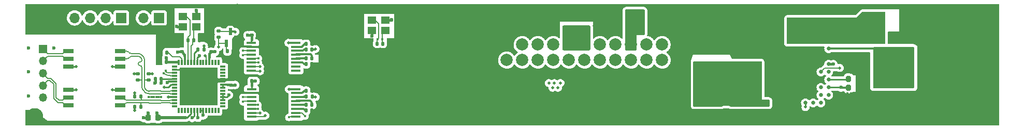
<source format=gbl>
G04 #@! TF.GenerationSoftware,KiCad,Pcbnew,(6.0.7)*
G04 #@! TF.CreationDate,2022-09-28T14:11:07+03:00*
G04 #@! TF.ProjectId,dock_rs232,646f636b-5f72-4733-9233-322e6b696361,rev?*
G04 #@! TF.SameCoordinates,Original*
G04 #@! TF.FileFunction,Copper,L6,Bot*
G04 #@! TF.FilePolarity,Positive*
%FSLAX46Y46*%
G04 Gerber Fmt 4.6, Leading zero omitted, Abs format (unit mm)*
G04 Created by KiCad (PCBNEW (6.0.7)) date 2022-09-28 14:11:07*
%MOMM*%
%LPD*%
G01*
G04 APERTURE LIST*
G04 Aperture macros list*
%AMRoundRect*
0 Rectangle with rounded corners*
0 $1 Rounding radius*
0 $2 $3 $4 $5 $6 $7 $8 $9 X,Y pos of 4 corners*
0 Add a 4 corners polygon primitive as box body*
4,1,4,$2,$3,$4,$5,$6,$7,$8,$9,$2,$3,0*
0 Add four circle primitives for the rounded corners*
1,1,$1+$1,$2,$3*
1,1,$1+$1,$4,$5*
1,1,$1+$1,$6,$7*
1,1,$1+$1,$8,$9*
0 Add four rect primitives between the rounded corners*
20,1,$1+$1,$2,$3,$4,$5,0*
20,1,$1+$1,$4,$5,$6,$7,0*
20,1,$1+$1,$6,$7,$8,$9,0*
20,1,$1+$1,$8,$9,$2,$3,0*%
G04 Aperture macros list end*
G04 #@! TA.AperFunction,SMDPad,CuDef*
%ADD10R,1.400000X1.200000*%
G04 #@! TD*
G04 #@! TA.AperFunction,SMDPad,CuDef*
%ADD11R,1.639799X0.431000*%
G04 #@! TD*
G04 #@! TA.AperFunction,SMDPad,CuDef*
%ADD12R,1.715000X0.760000*%
G04 #@! TD*
G04 #@! TA.AperFunction,SMDPad,CuDef*
%ADD13RoundRect,0.135000X0.185000X-0.135000X0.185000X0.135000X-0.185000X0.135000X-0.185000X-0.135000X0*%
G04 #@! TD*
G04 #@! TA.AperFunction,SMDPad,CuDef*
%ADD14RoundRect,0.135000X0.135000X0.185000X-0.135000X0.185000X-0.135000X-0.185000X0.135000X-0.185000X0*%
G04 #@! TD*
G04 #@! TA.AperFunction,SMDPad,CuDef*
%ADD15RoundRect,0.135000X-0.135000X-0.185000X0.135000X-0.185000X0.135000X0.185000X-0.135000X0.185000X0*%
G04 #@! TD*
G04 #@! TA.AperFunction,SMDPad,CuDef*
%ADD16RoundRect,0.200000X-0.200000X-0.275000X0.200000X-0.275000X0.200000X0.275000X-0.200000X0.275000X0*%
G04 #@! TD*
G04 #@! TA.AperFunction,SMDPad,CuDef*
%ADD17RoundRect,0.200000X0.200000X0.275000X-0.200000X0.275000X-0.200000X-0.275000X0.200000X-0.275000X0*%
G04 #@! TD*
G04 #@! TA.AperFunction,SMDPad,CuDef*
%ADD18R,1.300000X1.200000*%
G04 #@! TD*
G04 #@! TA.AperFunction,ComponentPad*
%ADD19R,1.800000X1.800000*%
G04 #@! TD*
G04 #@! TA.AperFunction,ComponentPad*
%ADD20C,1.800000*%
G04 #@! TD*
G04 #@! TA.AperFunction,SMDPad,CuDef*
%ADD21C,0.635000*%
G04 #@! TD*
G04 #@! TA.AperFunction,SMDPad,CuDef*
%ADD22R,0.900000X0.300000*%
G04 #@! TD*
G04 #@! TA.AperFunction,SMDPad,CuDef*
%ADD23R,0.300000X0.900000*%
G04 #@! TD*
G04 #@! TA.AperFunction,SMDPad,CuDef*
%ADD24R,6.000000X6.000000*%
G04 #@! TD*
G04 #@! TA.AperFunction,SMDPad,CuDef*
%ADD25R,0.500000X1.150000*%
G04 #@! TD*
G04 #@! TA.AperFunction,SMDPad,CuDef*
%ADD26RoundRect,0.218750X0.218750X0.256250X-0.218750X0.256250X-0.218750X-0.256250X0.218750X-0.256250X0*%
G04 #@! TD*
G04 #@! TA.AperFunction,SMDPad,CuDef*
%ADD27R,0.675000X0.250000*%
G04 #@! TD*
G04 #@! TA.AperFunction,SMDPad,CuDef*
%ADD28R,0.775000X0.400000*%
G04 #@! TD*
G04 #@! TA.AperFunction,SMDPad,CuDef*
%ADD29R,2.350000X2.450000*%
G04 #@! TD*
G04 #@! TA.AperFunction,SMDPad,CuDef*
%ADD30RoundRect,0.250000X-0.475000X0.250000X-0.475000X-0.250000X0.475000X-0.250000X0.475000X0.250000X0*%
G04 #@! TD*
G04 #@! TA.AperFunction,SMDPad,CuDef*
%ADD31RoundRect,0.250000X-0.250000X-0.475000X0.250000X-0.475000X0.250000X0.475000X-0.250000X0.475000X0*%
G04 #@! TD*
G04 #@! TA.AperFunction,SMDPad,CuDef*
%ADD32RoundRect,0.250000X-1.100000X0.325000X-1.100000X-0.325000X1.100000X-0.325000X1.100000X0.325000X0*%
G04 #@! TD*
G04 #@! TA.AperFunction,SMDPad,CuDef*
%ADD33RoundRect,0.140000X0.140000X0.170000X-0.140000X0.170000X-0.140000X-0.170000X0.140000X-0.170000X0*%
G04 #@! TD*
G04 #@! TA.AperFunction,SMDPad,CuDef*
%ADD34RoundRect,0.140000X-0.170000X0.140000X-0.170000X-0.140000X0.170000X-0.140000X0.170000X0.140000X0*%
G04 #@! TD*
G04 #@! TA.AperFunction,SMDPad,CuDef*
%ADD35RoundRect,0.140000X-0.140000X-0.170000X0.140000X-0.170000X0.140000X0.170000X-0.140000X0.170000X0*%
G04 #@! TD*
G04 #@! TA.AperFunction,SMDPad,CuDef*
%ADD36RoundRect,0.225000X-0.250000X0.225000X-0.250000X-0.225000X0.250000X-0.225000X0.250000X0.225000X0*%
G04 #@! TD*
G04 #@! TA.AperFunction,ComponentPad*
%ADD37C,2.800000*%
G04 #@! TD*
G04 #@! TA.AperFunction,ComponentPad*
%ADD38C,2.000000*%
G04 #@! TD*
G04 #@! TA.AperFunction,ConnectorPad*
%ADD39C,9.000000*%
G04 #@! TD*
G04 #@! TA.AperFunction,ComponentPad*
%ADD40C,11.200000*%
G04 #@! TD*
G04 #@! TA.AperFunction,ComponentPad*
%ADD41R,1.700000X1.700000*%
G04 #@! TD*
G04 #@! TA.AperFunction,ComponentPad*
%ADD42O,1.700000X1.700000*%
G04 #@! TD*
G04 #@! TA.AperFunction,ComponentPad*
%ADD43R,1.350000X1.350000*%
G04 #@! TD*
G04 #@! TA.AperFunction,ComponentPad*
%ADD44O,1.350000X1.350000*%
G04 #@! TD*
G04 #@! TA.AperFunction,ViaPad*
%ADD45C,0.400000*%
G04 #@! TD*
G04 #@! TA.AperFunction,ViaPad*
%ADD46C,0.600000*%
G04 #@! TD*
G04 #@! TA.AperFunction,ViaPad*
%ADD47C,0.500000*%
G04 #@! TD*
G04 #@! TA.AperFunction,Conductor*
%ADD48C,0.200000*%
G04 #@! TD*
G04 #@! TA.AperFunction,Conductor*
%ADD49C,0.300000*%
G04 #@! TD*
G04 #@! TA.AperFunction,Conductor*
%ADD50C,0.250000*%
G04 #@! TD*
G04 #@! TA.AperFunction,Conductor*
%ADD51C,0.500000*%
G04 #@! TD*
G04 #@! TA.AperFunction,Conductor*
%ADD52C,0.450000*%
G04 #@! TD*
G04 #@! TA.AperFunction,Conductor*
%ADD53C,0.150000*%
G04 #@! TD*
G04 #@! TA.AperFunction,Conductor*
%ADD54C,0.209700*%
G04 #@! TD*
G04 #@! TA.AperFunction,Conductor*
%ADD55C,0.191100*%
G04 #@! TD*
G04 #@! TA.AperFunction,Conductor*
%ADD56C,0.350000*%
G04 #@! TD*
G04 APERTURE END LIST*
D10*
X242515919Y-99097354D03*
X240315919Y-99097354D03*
X240315919Y-97397354D03*
X242515919Y-97397354D03*
X273385919Y-99657354D03*
X271185919Y-99657354D03*
X271185919Y-97957354D03*
X273385919Y-97957354D03*
D11*
X258748119Y-101712355D03*
X258748119Y-102362353D03*
X258748119Y-103012355D03*
X258748119Y-103662353D03*
X258748119Y-104312352D03*
X258748119Y-104962353D03*
X258748119Y-105612352D03*
X258748119Y-106262353D03*
X251483719Y-106262353D03*
X251483719Y-105612355D03*
X251483719Y-104962353D03*
X251483719Y-104312355D03*
X251483719Y-103662356D03*
X251483719Y-103012355D03*
X251483719Y-102362356D03*
X251483719Y-101712355D03*
X258769019Y-109294855D03*
X258769019Y-109944853D03*
X258769019Y-110594855D03*
X258769019Y-111244853D03*
X258769019Y-111894852D03*
X258769019Y-112544853D03*
X258769019Y-113194852D03*
X258769019Y-113844853D03*
X251504619Y-113844853D03*
X251504619Y-113194855D03*
X251504619Y-112544853D03*
X251504619Y-111894855D03*
X251504619Y-111244856D03*
X251504619Y-110594855D03*
X251504619Y-109944856D03*
X251504619Y-109294855D03*
D12*
X230023919Y-103077354D03*
X230023919Y-104347354D03*
X230023919Y-105617354D03*
X230023919Y-109427354D03*
X230023919Y-110697354D03*
X230023919Y-111967354D03*
X221577919Y-111967354D03*
X221577919Y-110697354D03*
X221577919Y-109427354D03*
X221577919Y-105617354D03*
X221577919Y-104347354D03*
X221577919Y-103077354D03*
D13*
X232905919Y-107807354D03*
X232905919Y-106787354D03*
X234665919Y-107812354D03*
X234665919Y-106792354D03*
D14*
X233455919Y-112207354D03*
X232435919Y-112207354D03*
X233455919Y-110477354D03*
X232435919Y-110477354D03*
D15*
X242725919Y-102827354D03*
X243745919Y-102827354D03*
X236610919Y-103302354D03*
X237630919Y-103302354D03*
D13*
X246130919Y-100802354D03*
X246130919Y-99782354D03*
D16*
X349090919Y-107607354D03*
X350740919Y-107607354D03*
D17*
X350740919Y-109107354D03*
X349090919Y-109107354D03*
D18*
X354105919Y-101317354D03*
X354105919Y-103017354D03*
D19*
X356405919Y-108117354D03*
D20*
X356405919Y-110657354D03*
D19*
X322275919Y-110292354D03*
D20*
X324815919Y-110292354D03*
D21*
X345855919Y-98867354D03*
X344585919Y-98867354D03*
X343315919Y-98867354D03*
X342045919Y-98867354D03*
X340775919Y-98867354D03*
X339505919Y-98867354D03*
X338235919Y-98867354D03*
X336965919Y-98867354D03*
X335695919Y-98867354D03*
X334425919Y-98867354D03*
X333155919Y-98867354D03*
X345855919Y-100137354D03*
X344585919Y-100137354D03*
X343315919Y-100137354D03*
X342045919Y-100137354D03*
X340775919Y-100137354D03*
X339505919Y-100137354D03*
X338235919Y-100137354D03*
X336965919Y-100137354D03*
X335695919Y-100137354D03*
X334425919Y-100137354D03*
X333155919Y-100137354D03*
X345855919Y-101407354D03*
X344585919Y-101407354D03*
X343315919Y-101407354D03*
X342045919Y-101407354D03*
X340775919Y-101407354D03*
X339505919Y-101407354D03*
X338235919Y-101407354D03*
X336965919Y-101407354D03*
X335695919Y-101407354D03*
X334425919Y-101407354D03*
X333155919Y-101407354D03*
X345855919Y-102677354D03*
X344585919Y-102677354D03*
X343315919Y-102677354D03*
X342045919Y-102677354D03*
X340775919Y-102677354D03*
X339505919Y-102677354D03*
X338235919Y-102677354D03*
X336965919Y-102677354D03*
X335695919Y-102677354D03*
X334425919Y-102677354D03*
X333155919Y-102677354D03*
X345855919Y-103947354D03*
X344585919Y-103947354D03*
X343315919Y-103947354D03*
X342045919Y-103947354D03*
X340775919Y-103947354D03*
X339505919Y-103947354D03*
X338235919Y-103947354D03*
X336965919Y-103947354D03*
X335695919Y-103947354D03*
X334425919Y-103947354D03*
X333155919Y-103947354D03*
X345855919Y-105217354D03*
X344585919Y-105217354D03*
X343315919Y-105217354D03*
X342045919Y-105217354D03*
X340775919Y-105217354D03*
X339505919Y-105217354D03*
X338235919Y-105217354D03*
X336965919Y-105217354D03*
X335695919Y-105217354D03*
X334425919Y-105217354D03*
X333155919Y-105217354D03*
X345855919Y-106487354D03*
X344585919Y-106487354D03*
X343315919Y-106487354D03*
X342045919Y-106487354D03*
X340775919Y-106487354D03*
X339505919Y-106487354D03*
X338235919Y-106487354D03*
X336965919Y-106487354D03*
X335695919Y-106487354D03*
X334425919Y-106487354D03*
X333155919Y-106487354D03*
X345855919Y-107757354D03*
X344585919Y-107757354D03*
X343315919Y-107757354D03*
X342045919Y-107757354D03*
X340775919Y-107757354D03*
X339505919Y-107757354D03*
X338235919Y-107757354D03*
X336965919Y-107757354D03*
X335695919Y-107757354D03*
X334425919Y-107757354D03*
X333155919Y-107757354D03*
X345855919Y-109027354D03*
X344585919Y-109027354D03*
X343315919Y-109027354D03*
X342045919Y-109027354D03*
X340775919Y-109027354D03*
X339505919Y-109027354D03*
X338235919Y-109027354D03*
X336965919Y-109027354D03*
X335695919Y-109027354D03*
X334425919Y-109027354D03*
X333155919Y-109027354D03*
X345855919Y-110297354D03*
X344585919Y-110297354D03*
X343315919Y-110297354D03*
X342045919Y-110297354D03*
X340775919Y-110297354D03*
X339505919Y-110297354D03*
X338235919Y-110297354D03*
X336965919Y-110297354D03*
X335695919Y-110297354D03*
X334425919Y-110297354D03*
X333155919Y-110297354D03*
X345855919Y-111567354D03*
X344585919Y-111567354D03*
X343315919Y-111567354D03*
X342045919Y-111567354D03*
X340775919Y-111567354D03*
X339505919Y-111567354D03*
X338235919Y-111567354D03*
X336965919Y-111567354D03*
X335695919Y-111567354D03*
X334425919Y-111567354D03*
X333155919Y-111567354D03*
D22*
X238925919Y-112097354D03*
X238925919Y-111597354D03*
X238925919Y-111097354D03*
X238925919Y-110597354D03*
X238925919Y-110097354D03*
X238925919Y-109597354D03*
X238925919Y-109097354D03*
X238925919Y-108597354D03*
X238925919Y-108097354D03*
X238925919Y-107597354D03*
X238925919Y-107097354D03*
X238925919Y-106597354D03*
X238925919Y-106097354D03*
X238925919Y-105597354D03*
D23*
X239625919Y-104897354D03*
X240125919Y-104897354D03*
X240625919Y-104897354D03*
X241125919Y-104897354D03*
X241625919Y-104897354D03*
X242125919Y-104897354D03*
X242625919Y-104897354D03*
X243125919Y-104897354D03*
X243625919Y-104897354D03*
X244125919Y-104897354D03*
X244625919Y-104897354D03*
X245125919Y-104897354D03*
X245625919Y-104897354D03*
X246125919Y-104897354D03*
D22*
X246825919Y-105597354D03*
X246825919Y-106097354D03*
X246825919Y-106597354D03*
X246825919Y-107097354D03*
X246825919Y-107597354D03*
X246825919Y-108097354D03*
X246825919Y-108597354D03*
X246825919Y-109097354D03*
X246825919Y-109597354D03*
X246825919Y-110097354D03*
X246825919Y-110597354D03*
X246825919Y-111097354D03*
X246825919Y-111597354D03*
X246825919Y-112097354D03*
D23*
X246125919Y-112797354D03*
X245625919Y-112797354D03*
X245125919Y-112797354D03*
X244625919Y-112797354D03*
X244125919Y-112797354D03*
X243625919Y-112797354D03*
X243125919Y-112797354D03*
X242625919Y-112797354D03*
X242125919Y-112797354D03*
X241625919Y-112797354D03*
X241125919Y-112797354D03*
X240625919Y-112797354D03*
X240125919Y-112797354D03*
X239625919Y-112797354D03*
D24*
X242875919Y-108847354D03*
D25*
X248690919Y-101762354D03*
X247390919Y-101762354D03*
X248040919Y-99862354D03*
D26*
X236218419Y-114002354D03*
X234643419Y-114002354D03*
D27*
X236176419Y-109592354D03*
X236176419Y-110092354D03*
D28*
X236126419Y-110592354D03*
D27*
X236176419Y-111092354D03*
X236176419Y-111592354D03*
X235301419Y-111592354D03*
X235301419Y-111092354D03*
D28*
X235351419Y-110592354D03*
D27*
X235301419Y-110092354D03*
X235301419Y-109592354D03*
D29*
X352505919Y-97917354D03*
X358705919Y-97917354D03*
D30*
X349195919Y-96357354D03*
X349195919Y-98257354D03*
D31*
X351905919Y-104867354D03*
X353805919Y-104867354D03*
D32*
X328330919Y-102917354D03*
X328330919Y-105867354D03*
X325055919Y-102917354D03*
X325055919Y-105867354D03*
D33*
X261395919Y-104247354D03*
X260435919Y-104247354D03*
X261410919Y-101867354D03*
X260450919Y-101867354D03*
X261405919Y-105207354D03*
X260445919Y-105207354D03*
D34*
X251505919Y-99487354D03*
X251505919Y-100447354D03*
D35*
X260445919Y-102842354D03*
X261405919Y-102842354D03*
D34*
X240070919Y-102212354D03*
X240070919Y-103172354D03*
D35*
X235770919Y-107662354D03*
X236730919Y-107662354D03*
X236630919Y-104802354D03*
X237590919Y-104802354D03*
D33*
X248510919Y-103102354D03*
X247550919Y-103102354D03*
D35*
X240180919Y-101257354D03*
X241140919Y-101257354D03*
D33*
X243025919Y-101257354D03*
X242065919Y-101257354D03*
D34*
X248155919Y-107657354D03*
X248155919Y-108617354D03*
X244915919Y-102222354D03*
X244915919Y-103182354D03*
D33*
X261405919Y-111887354D03*
X260445919Y-111887354D03*
X261415919Y-109567354D03*
X260455919Y-109567354D03*
X261405919Y-112837354D03*
X260445919Y-112837354D03*
D35*
X250575919Y-107967354D03*
X251535919Y-107967354D03*
X260465919Y-110537354D03*
X261425919Y-110537354D03*
X271105919Y-101857354D03*
X272065919Y-101857354D03*
D33*
X273935919Y-101847354D03*
X272975919Y-101847354D03*
D36*
X304005919Y-97717354D03*
X304005919Y-99267354D03*
X305505919Y-97717354D03*
X305505919Y-99267354D03*
D37*
X216105919Y-113833157D03*
X329105919Y-113833157D03*
D38*
X295755031Y-104537243D03*
X293215031Y-104537243D03*
X303375031Y-101997243D03*
X305915031Y-101997243D03*
X316075031Y-101997243D03*
X303375031Y-104537243D03*
X308455031Y-104537243D03*
D37*
X372105919Y-113833157D03*
D38*
X310995031Y-104537243D03*
X298295031Y-104537243D03*
X310995031Y-101997243D03*
X295755031Y-101997243D03*
X300835031Y-104537243D03*
X298295031Y-101997243D03*
D37*
X285105919Y-96717354D03*
D38*
X318615031Y-101997243D03*
X321154998Y-101997354D03*
X308455031Y-101997243D03*
X300835031Y-101997243D03*
X316075031Y-104537243D03*
X318615031Y-104537243D03*
X313535031Y-104537243D03*
X313535031Y-101997243D03*
X293215031Y-101997243D03*
D37*
X372105919Y-96717354D03*
D38*
X321155031Y-104537243D03*
D37*
X285105919Y-113833157D03*
D38*
X305915031Y-104537243D03*
D39*
X366925919Y-103687354D03*
D40*
X366925919Y-103687354D03*
D37*
X329105919Y-96717354D03*
X216105919Y-96717354D03*
D41*
X236380919Y-97617354D03*
D42*
X233840919Y-97617354D03*
D41*
X230205919Y-97617354D03*
D42*
X227665919Y-97617354D03*
X225125919Y-97617354D03*
X222585919Y-97617354D03*
X220045919Y-97617354D03*
D43*
X217405919Y-102707354D03*
D44*
X217405919Y-104707354D03*
X217405919Y-106707354D03*
X217405919Y-108707354D03*
X217405919Y-110707354D03*
D45*
X363305919Y-97417354D03*
X367505919Y-113617354D03*
X324705919Y-101217354D03*
X324705919Y-114817354D03*
X357905919Y-111217354D03*
X370505919Y-109417354D03*
X322305919Y-107217354D03*
X351505919Y-95617354D03*
X363905919Y-114217354D03*
X365105919Y-112417354D03*
X352505919Y-113017354D03*
X351905919Y-111817354D03*
X361505919Y-113017354D03*
X350105919Y-113017354D03*
X360705919Y-100417354D03*
D46*
X262305919Y-114617354D03*
D45*
X361505919Y-97417354D03*
X353705919Y-113617354D03*
X365705919Y-113017354D03*
X322905919Y-100017354D03*
X322305919Y-113017354D03*
X372905919Y-106417354D03*
X336355919Y-100867354D03*
X321105919Y-98217354D03*
X369905919Y-98017354D03*
X344105919Y-114817354D03*
X334105919Y-96417354D03*
X321105919Y-100617354D03*
X368105919Y-110617354D03*
X328305919Y-99417354D03*
X321105919Y-106017354D03*
X325905919Y-113617354D03*
D46*
X271411722Y-105137354D03*
D45*
X325305919Y-100017354D03*
X340105919Y-104617354D03*
X335105919Y-113617354D03*
X322905919Y-107817354D03*
X324105919Y-114817354D03*
X360905919Y-97417354D03*
X367505919Y-96217354D03*
X350105919Y-112417354D03*
X370505919Y-97417354D03*
X342305919Y-113617354D03*
X328305919Y-100017354D03*
X354305919Y-113617354D03*
X354905919Y-111217354D03*
X365705919Y-95617354D03*
X365105919Y-110617354D03*
X321705919Y-108417354D03*
X334105919Y-95817354D03*
X354905919Y-113017354D03*
X319905919Y-113617354D03*
X332305919Y-98217354D03*
X351905919Y-113617354D03*
X356105919Y-112417354D03*
D46*
X267191722Y-95717354D03*
D45*
X350105919Y-104617354D03*
X341105919Y-114817354D03*
X354305919Y-111817354D03*
X360905919Y-112417354D03*
X361505919Y-95617354D03*
X357105919Y-101617354D03*
X325305919Y-100617354D03*
X358905919Y-101017354D03*
X329505919Y-101217354D03*
X330305919Y-100017354D03*
X325305919Y-113617354D03*
X351305919Y-111217354D03*
X360305919Y-98017354D03*
X355905919Y-101017354D03*
X362105919Y-108817354D03*
X361505919Y-110017354D03*
X367505919Y-110017354D03*
X325905919Y-97617354D03*
X347105919Y-114217354D03*
X319905919Y-114217354D03*
X343505919Y-114817354D03*
X348305919Y-112417354D03*
X360905919Y-95617354D03*
X329505919Y-100017354D03*
X366305919Y-113617354D03*
X370505919Y-95617354D03*
X341355919Y-104617354D03*
X333505919Y-97017354D03*
X356105919Y-111817354D03*
X345905919Y-112417354D03*
X325905919Y-114217354D03*
X337505919Y-114217354D03*
X327105919Y-101817354D03*
X330905919Y-102417354D03*
D46*
X240535919Y-111187354D03*
D45*
X363305919Y-114217354D03*
X326505919Y-113017354D03*
X321105919Y-114217354D03*
X360905919Y-111817354D03*
X326505919Y-95817354D03*
X367505919Y-112417354D03*
X321705919Y-106017354D03*
X335105919Y-100867354D03*
X321105919Y-98817354D03*
X327105919Y-114217354D03*
X346505919Y-111217354D03*
X352505919Y-110017354D03*
X325305919Y-114217354D03*
X348905919Y-113017354D03*
X372305919Y-108817354D03*
X349505919Y-110017354D03*
D46*
X249905919Y-107967354D03*
D45*
X321705919Y-114817354D03*
X363905919Y-96217354D03*
X353705919Y-112417354D03*
X349505919Y-104017354D03*
X365705919Y-113617354D03*
X343105919Y-95817354D03*
X359105919Y-112417354D03*
X336355919Y-107117354D03*
X338705919Y-114217354D03*
X355705919Y-95617354D03*
X360305919Y-96817354D03*
X366905919Y-111817354D03*
X366905919Y-96217354D03*
X337605919Y-105867354D03*
X369305919Y-110617354D03*
X363905919Y-111217354D03*
X363305919Y-96217354D03*
X333305919Y-114817354D03*
X336355919Y-105867354D03*
X334705919Y-96417354D03*
X321705919Y-96417354D03*
X368105919Y-112417354D03*
X325905919Y-99417354D03*
X322305919Y-97017354D03*
X360705919Y-103617354D03*
X348905919Y-110617354D03*
X369305919Y-98017354D03*
X348905919Y-114817354D03*
X361505919Y-96217354D03*
X319905919Y-114817354D03*
X344705919Y-114817354D03*
X351905919Y-110017354D03*
X361305919Y-100417354D03*
X325905919Y-97017354D03*
X359505919Y-101617354D03*
X369305919Y-109417354D03*
X321705919Y-100617354D03*
X340105919Y-103367354D03*
X349505919Y-105217354D03*
X372305919Y-98617354D03*
X362105919Y-113617354D03*
X337605919Y-102117354D03*
X338305919Y-96417354D03*
X352505919Y-112417354D03*
X354305919Y-111217354D03*
X357905919Y-114817354D03*
X325305919Y-97017354D03*
D46*
X308855919Y-107617354D03*
D45*
X364505919Y-96217354D03*
X322305919Y-99417354D03*
X329505919Y-99417354D03*
X344105919Y-114217354D03*
X322305919Y-98217354D03*
X331505919Y-101217354D03*
X321705919Y-107817354D03*
X322305919Y-103017354D03*
X322305919Y-105417354D03*
X362705919Y-98017354D03*
X327105919Y-113617354D03*
X354305919Y-110617354D03*
X359705919Y-110017354D03*
X353105919Y-110017354D03*
X326505919Y-114817354D03*
X338105919Y-114817354D03*
X335705919Y-114817354D03*
X363905919Y-110017354D03*
X321105919Y-97617354D03*
X368705919Y-113017354D03*
X350705919Y-105217354D03*
X353105919Y-113017354D03*
X371705919Y-99817354D03*
X368705919Y-110017354D03*
X372305919Y-108217354D03*
X357305919Y-114817354D03*
X324105919Y-97617354D03*
X331505919Y-102417354D03*
D46*
X225855919Y-95667354D03*
D45*
X341705919Y-114217354D03*
X321705919Y-97617354D03*
X365105919Y-98017354D03*
X354905919Y-110017354D03*
X338705919Y-114817354D03*
X324705919Y-114217354D03*
X341355919Y-105867354D03*
X355505919Y-112417354D03*
X362705919Y-114817354D03*
X347705919Y-114817354D03*
X325305919Y-95817354D03*
X372905919Y-103417354D03*
X348905919Y-111217354D03*
X367505919Y-97417354D03*
X324105919Y-113017354D03*
X323505919Y-114217354D03*
X372905919Y-101617354D03*
X339905919Y-113617354D03*
X371105919Y-99217354D03*
X322905919Y-114217354D03*
X362705919Y-113017354D03*
X321105919Y-113617354D03*
X324705919Y-98217354D03*
X360905919Y-98017354D03*
X338855919Y-107117354D03*
X347105919Y-110017354D03*
X363905919Y-95617354D03*
X336305919Y-114817354D03*
X364505919Y-113617354D03*
X325905919Y-114817354D03*
X349505919Y-113617354D03*
X359505919Y-99817354D03*
X372905919Y-104617354D03*
X350105919Y-110617354D03*
X365705919Y-114217354D03*
X332305919Y-96417354D03*
X371705919Y-111217354D03*
X366905919Y-97417354D03*
X330305919Y-103617354D03*
X368105919Y-96217354D03*
X337605919Y-103367354D03*
X362105919Y-108217354D03*
X333905919Y-114217354D03*
X324105919Y-98817354D03*
X323505919Y-100017354D03*
X343855919Y-104617354D03*
X347705919Y-110017354D03*
X347105919Y-111217354D03*
X369305919Y-114817354D03*
X366905919Y-110617354D03*
X368705919Y-95617354D03*
X335305919Y-97617354D03*
X366305919Y-112417354D03*
X337605919Y-99617354D03*
X327705919Y-100017354D03*
X342605919Y-109617354D03*
D46*
X242180919Y-106517354D03*
D45*
X320505919Y-113017354D03*
X342505919Y-96417354D03*
X350105919Y-113617354D03*
X368105919Y-96817354D03*
X367505919Y-114217354D03*
D46*
X274271722Y-105137354D03*
D45*
X369305919Y-96817354D03*
X358905919Y-101617354D03*
D46*
X304255919Y-114617354D03*
D45*
X360905919Y-107017354D03*
X339305919Y-113617354D03*
X365105919Y-114817354D03*
X369905919Y-97417354D03*
X369905919Y-110017354D03*
X337605919Y-100867354D03*
X337705919Y-97017354D03*
X355105919Y-95617354D03*
X369305919Y-111217354D03*
X372305919Y-110617354D03*
X347305919Y-95817354D03*
X372905919Y-110617354D03*
X340705919Y-96417354D03*
X321105919Y-113017354D03*
X362105919Y-96217354D03*
D46*
X224105919Y-114867354D03*
D45*
X337705919Y-95817354D03*
X331505919Y-100617354D03*
X322305919Y-109017354D03*
D46*
X253055919Y-102367354D03*
D45*
X325305919Y-98217354D03*
X360905919Y-108817354D03*
X322905919Y-97017354D03*
X323505919Y-98817354D03*
X356505919Y-101617354D03*
X368105919Y-95617354D03*
X353705919Y-111217354D03*
X327705919Y-99417354D03*
X353105919Y-112417354D03*
X368705919Y-114817354D03*
X351305919Y-112417354D03*
X372905919Y-108817354D03*
X353705919Y-113017354D03*
X347105919Y-113617354D03*
X372305919Y-111817354D03*
X371105919Y-109417354D03*
X336905919Y-114217354D03*
X336905919Y-113617354D03*
X339305919Y-114817354D03*
X322305919Y-100617354D03*
X342505919Y-95817354D03*
X333855919Y-98217354D03*
X359105919Y-113617354D03*
X337505919Y-114817354D03*
X360905919Y-99217354D03*
X324705919Y-98817354D03*
X368705919Y-97417354D03*
X350905919Y-95617354D03*
X372305919Y-99217354D03*
X327105919Y-98217354D03*
X320505919Y-114217354D03*
X325905919Y-96417354D03*
X357305919Y-113617354D03*
D46*
X245355919Y-108092354D03*
D45*
X352505919Y-110617354D03*
X322905919Y-101817354D03*
X359705919Y-113017354D03*
X334705919Y-97017354D03*
D46*
X245330919Y-109567354D03*
D45*
X323505919Y-113017354D03*
X350705919Y-114817354D03*
X324105919Y-95817354D03*
X341905919Y-95817354D03*
X331505919Y-114217354D03*
X356105919Y-114217354D03*
X337605919Y-109617354D03*
X330305919Y-103017354D03*
X330905919Y-114217354D03*
X361305919Y-101017354D03*
X327105919Y-101217354D03*
X341355919Y-109617354D03*
X360305919Y-95617354D03*
X367505919Y-96817354D03*
X372305919Y-100417354D03*
X343505919Y-113617354D03*
X353905919Y-95617354D03*
X348305919Y-110017354D03*
X364505919Y-111817354D03*
X323505919Y-113617354D03*
X361505919Y-107617354D03*
X371105919Y-108817354D03*
X353105919Y-110617354D03*
X372905919Y-111817354D03*
X332105919Y-114217354D03*
X365705919Y-114817354D03*
X322905919Y-102417354D03*
X324705919Y-100617354D03*
X322905919Y-104217354D03*
X327705919Y-101817354D03*
X363305919Y-110617354D03*
X360905919Y-96817354D03*
X337605919Y-104617354D03*
X368705919Y-96817354D03*
X341355919Y-108367354D03*
X342905919Y-114817354D03*
X359305919Y-95617354D03*
X346505919Y-113617354D03*
X347705919Y-111817354D03*
X345505919Y-96417354D03*
X350105919Y-104017354D03*
X348905919Y-113617354D03*
X351305919Y-111817354D03*
X330905919Y-101817354D03*
X352505919Y-114817354D03*
X352705919Y-95617354D03*
X371705919Y-109417354D03*
X325905919Y-98217354D03*
X331105919Y-97617354D03*
X322305919Y-101217354D03*
X346505919Y-112417354D03*
X359705919Y-114217354D03*
X348905919Y-112417354D03*
D46*
X242185919Y-109562354D03*
D45*
X363905919Y-113017354D03*
D46*
X243780919Y-106517354D03*
D45*
X361505919Y-96817354D03*
X328905919Y-101217354D03*
X364505919Y-110617354D03*
X321105919Y-109017354D03*
X351905919Y-111217354D03*
X329505919Y-98817354D03*
X367505919Y-111817354D03*
X350105919Y-105817354D03*
X372905919Y-99817354D03*
X325305919Y-113017354D03*
X350105919Y-111217354D03*
X323505919Y-99417354D03*
X343705919Y-96417354D03*
X324105919Y-100017354D03*
X321105919Y-106617354D03*
D46*
X242185919Y-111187354D03*
D45*
X362705919Y-108817354D03*
X356105919Y-113017354D03*
X341105919Y-113617354D03*
X366905919Y-95617354D03*
X355505919Y-113617354D03*
X360905919Y-108217354D03*
X347705919Y-114217354D03*
X330905919Y-113017354D03*
X368105919Y-114817354D03*
X355505919Y-113017354D03*
X324705919Y-97017354D03*
X366305919Y-113017354D03*
X360305919Y-113617354D03*
X366305919Y-114217354D03*
X342605919Y-107117354D03*
X325305919Y-97617354D03*
X321105919Y-99417354D03*
X331105919Y-96417354D03*
X363305919Y-111817354D03*
X325305919Y-98817354D03*
X362105919Y-114217354D03*
X322905919Y-103617354D03*
X335905919Y-95817354D03*
X360905919Y-114217354D03*
X336905919Y-114817354D03*
X366305919Y-114817354D03*
X322305919Y-114817354D03*
X324705919Y-100017354D03*
D46*
X232455919Y-114867354D03*
D45*
X328305919Y-101817354D03*
X372905919Y-104017354D03*
X341705919Y-113617354D03*
X335305919Y-97017354D03*
X351905919Y-113017354D03*
X342905919Y-113617354D03*
X369905919Y-96217354D03*
X366905919Y-111217354D03*
X354305919Y-114217354D03*
X322305919Y-106017354D03*
X335105919Y-113017354D03*
X322905919Y-114817354D03*
X332705919Y-114817354D03*
X363905919Y-96817354D03*
X359705919Y-113617354D03*
X369905919Y-95617354D03*
X322905919Y-109017354D03*
X359705919Y-114817354D03*
X332105919Y-113617354D03*
X360705919Y-99817354D03*
X325305919Y-101817354D03*
X338905919Y-95817354D03*
X364505919Y-111217354D03*
X367505919Y-114817354D03*
X337605919Y-108367354D03*
D47*
X261415919Y-105777354D03*
D45*
X372305919Y-99817354D03*
X364505919Y-114817354D03*
X322905919Y-113617354D03*
X321105919Y-107817354D03*
X370505919Y-108817354D03*
X361505919Y-108817354D03*
X338855919Y-109617354D03*
X361505919Y-109417354D03*
X371105919Y-111217354D03*
X323505919Y-95817354D03*
D46*
X242210919Y-108087354D03*
D45*
X363305919Y-112417354D03*
X326505919Y-114217354D03*
X367505919Y-111217354D03*
X359305919Y-96217354D03*
X344105919Y-113617354D03*
X357905919Y-112417354D03*
X350705919Y-110617354D03*
X331505919Y-101817354D03*
X357105919Y-100417354D03*
X322905919Y-100617354D03*
X354305919Y-110017354D03*
D46*
X240530919Y-106517354D03*
D45*
X365705919Y-110017354D03*
X371705919Y-110617354D03*
X372305919Y-110017354D03*
X327105919Y-100017354D03*
X357705919Y-101617354D03*
X331505919Y-113617354D03*
X352505919Y-113617354D03*
X344705919Y-114217354D03*
X372905919Y-99217354D03*
X361505919Y-98617354D03*
X338305919Y-97617354D03*
D46*
X279185919Y-95717354D03*
D45*
X338855919Y-103367354D03*
X336355919Y-108367354D03*
X337105919Y-97017354D03*
X362105919Y-110617354D03*
X325905919Y-101217354D03*
X371705919Y-110017354D03*
X362105919Y-98017354D03*
X351305919Y-114217354D03*
X366305919Y-111817354D03*
X353105919Y-111217354D03*
X322305919Y-97617354D03*
X330905919Y-101217354D03*
X329505919Y-100617354D03*
X349505919Y-111217354D03*
X352505919Y-111217354D03*
X347105919Y-114817354D03*
X333855919Y-100867354D03*
D46*
X317805919Y-106717354D03*
D45*
X358505919Y-110017354D03*
X323505919Y-114817354D03*
X358505919Y-111217354D03*
X361505919Y-108217354D03*
X321705919Y-99417354D03*
X348905919Y-114217354D03*
X360305919Y-97417354D03*
X337105919Y-97617354D03*
X321105919Y-95817354D03*
X336355919Y-99617354D03*
X353105919Y-114817354D03*
X365105919Y-96817354D03*
X362105919Y-98617354D03*
X360905919Y-105817354D03*
X357705919Y-101017354D03*
X340105919Y-95817354D03*
X326505919Y-97017354D03*
D46*
X234345919Y-95667354D03*
D45*
X327105919Y-99417354D03*
X320505919Y-114817354D03*
X349505919Y-110617354D03*
X364505919Y-110017354D03*
X354305919Y-113017354D03*
X340105919Y-110867354D03*
X360705919Y-103017354D03*
X357905919Y-111817354D03*
X352105919Y-95617354D03*
X356505919Y-101017354D03*
X370505919Y-98017354D03*
X335105919Y-99617354D03*
X366905919Y-96817354D03*
X349505919Y-113017354D03*
X336505919Y-97017354D03*
X331505919Y-98217354D03*
X321105919Y-100017354D03*
X350105919Y-114817354D03*
X339505919Y-95817354D03*
X359105919Y-111817354D03*
X332705919Y-113617354D03*
X359705919Y-110617354D03*
X359105919Y-111217354D03*
X362705919Y-109417354D03*
X358505919Y-114217354D03*
X354905919Y-110617354D03*
X365105919Y-97417354D03*
X328305919Y-100617354D03*
X355505919Y-114217354D03*
X347705919Y-111217354D03*
X341705919Y-114817354D03*
X350705919Y-111217354D03*
X362705919Y-108217354D03*
X331705919Y-97017354D03*
X357905919Y-110617354D03*
X332305919Y-100867354D03*
X330905919Y-100017354D03*
X345305919Y-114817354D03*
X367505919Y-95617354D03*
X322905919Y-103017354D03*
X369905919Y-109417354D03*
X323505919Y-97017354D03*
X360305919Y-110617354D03*
X344905919Y-96417354D03*
X332905919Y-96417354D03*
D46*
X240560919Y-108087354D03*
D45*
X369905919Y-96817354D03*
X325905919Y-100617354D03*
X332705919Y-113017354D03*
X354305919Y-114817354D03*
X341105919Y-114217354D03*
X356705919Y-111817354D03*
X337605919Y-110867354D03*
X371105919Y-110017354D03*
X361505919Y-112417354D03*
X357305919Y-111817354D03*
X363305919Y-108817354D03*
X360105919Y-100417354D03*
X337505919Y-113617354D03*
X371105919Y-108217354D03*
X369305919Y-114217354D03*
X357905919Y-113617354D03*
X371705919Y-108817354D03*
X361505919Y-111817354D03*
X360305919Y-96217354D03*
X372905919Y-102217354D03*
X368705919Y-112417354D03*
X359505919Y-100417354D03*
X356505919Y-100417354D03*
X366905919Y-113617354D03*
X365105919Y-96217354D03*
X332705919Y-114217354D03*
D46*
X271411722Y-108137354D03*
D45*
X354305919Y-112417354D03*
X324705919Y-113017354D03*
X340105919Y-96417354D03*
X347705919Y-112417354D03*
X348305919Y-113017354D03*
X348305919Y-111817354D03*
X360305919Y-114817354D03*
X360705919Y-104217354D03*
X324705919Y-95817354D03*
X362705919Y-96217354D03*
X355505919Y-111817354D03*
X367505919Y-110617354D03*
X370505919Y-98617354D03*
X350105919Y-110017354D03*
X325905919Y-101817354D03*
X331705919Y-96417354D03*
X353705919Y-110017354D03*
X342305919Y-114817354D03*
X368105919Y-114217354D03*
X333855919Y-99617354D03*
X360305919Y-114217354D03*
X361505919Y-111217354D03*
X327105919Y-98817354D03*
X341355919Y-107117354D03*
X369305919Y-112417354D03*
X334505919Y-114217354D03*
X337105919Y-95817354D03*
X353105919Y-111817354D03*
X365705919Y-112417354D03*
X371705919Y-108217354D03*
X346705919Y-96417354D03*
X365705919Y-111817354D03*
D46*
X272871722Y-105137354D03*
D45*
X322905919Y-99417354D03*
X323505919Y-96417354D03*
X359705919Y-111817354D03*
X339305919Y-114217354D03*
X349505919Y-114817354D03*
X340105919Y-108367354D03*
X336355919Y-103367354D03*
X342605919Y-108367354D03*
X331505919Y-99417354D03*
X322905919Y-105417354D03*
X322905919Y-97617354D03*
X358705919Y-95617354D03*
X325905919Y-113017354D03*
X322905919Y-98217354D03*
X358305919Y-99817354D03*
X356105919Y-113617354D03*
X338855919Y-108367354D03*
X326505919Y-98817354D03*
X331705919Y-95817354D03*
X335305919Y-95817354D03*
X332305919Y-97017354D03*
X336355919Y-109617354D03*
X369305919Y-111817354D03*
X349505919Y-111817354D03*
X357905919Y-113017354D03*
X364505919Y-112417354D03*
X328905919Y-99417354D03*
X368705919Y-96217354D03*
X336355919Y-98217354D03*
X359505919Y-101017354D03*
D46*
X243785919Y-109562354D03*
D45*
X366305919Y-111217354D03*
X355905919Y-100417354D03*
X335905919Y-97617354D03*
X360905919Y-106417354D03*
X343505919Y-114217354D03*
X345305919Y-113617354D03*
X329505919Y-101817354D03*
X363905919Y-111817354D03*
X358305919Y-101617354D03*
X334105919Y-97017354D03*
X340105919Y-105867354D03*
X362105919Y-99217354D03*
X368705919Y-111217354D03*
X362105919Y-107617354D03*
X324105919Y-101817354D03*
X358505919Y-111817354D03*
X362705919Y-98617354D03*
X362105919Y-112417354D03*
X365105919Y-109417354D03*
X356705919Y-114817354D03*
X360705919Y-102417354D03*
X333305919Y-113617354D03*
X366905919Y-114217354D03*
D46*
X243810919Y-108087354D03*
D45*
X328905919Y-100617354D03*
X365705919Y-97417354D03*
X363305919Y-113017354D03*
X362705919Y-111817354D03*
X340105919Y-109617354D03*
X362105919Y-95617354D03*
X331505919Y-98817354D03*
D46*
X308855919Y-112617354D03*
D45*
X372305919Y-111217354D03*
X357305919Y-112417354D03*
X363905919Y-114817354D03*
D47*
X350745919Y-106857354D03*
D45*
X338105919Y-113617354D03*
X361305919Y-101617354D03*
X360105919Y-99817354D03*
X319905919Y-113017354D03*
X332905919Y-95817354D03*
X322305919Y-100017354D03*
X356305919Y-95617354D03*
X326505919Y-99417354D03*
X362105919Y-96817354D03*
X350705919Y-104617354D03*
X353305919Y-95617354D03*
X327105919Y-97617354D03*
X335105919Y-114817354D03*
X350705919Y-114217354D03*
X364505919Y-97417354D03*
X350105919Y-111817354D03*
D46*
X243785919Y-111187354D03*
D45*
X330305919Y-100617354D03*
X359105919Y-113017354D03*
X348305919Y-110617354D03*
X349505919Y-104617354D03*
X342605919Y-105867354D03*
X327705919Y-98817354D03*
X325305919Y-114817354D03*
X366905919Y-110017354D03*
X322305919Y-107817354D03*
X336305919Y-114217354D03*
X372905919Y-109417354D03*
X346105919Y-95817354D03*
X333305919Y-114217354D03*
X324705919Y-113617354D03*
X372905919Y-111217354D03*
X372905919Y-98617354D03*
X360905919Y-105217354D03*
X322905919Y-104817354D03*
X355905919Y-101617354D03*
X372905919Y-102817354D03*
X330305919Y-101217354D03*
X369305919Y-96217354D03*
X321705919Y-98217354D03*
X348305919Y-111217354D03*
X336305919Y-113017354D03*
X345905919Y-114817354D03*
X341905919Y-96417354D03*
X336505919Y-97617354D03*
X353105919Y-114217354D03*
X371105919Y-98617354D03*
X360105919Y-101617354D03*
X326505919Y-100017354D03*
X362105919Y-113017354D03*
X369305919Y-113617354D03*
X358505919Y-113017354D03*
X331105919Y-97017354D03*
X350305919Y-95617354D03*
X351905919Y-114817354D03*
X358105919Y-96217354D03*
X330905919Y-114817354D03*
X333855919Y-102117354D03*
X333505919Y-96417354D03*
X322905919Y-101217354D03*
X326505919Y-101217354D03*
X328905919Y-100017354D03*
X339505919Y-96417354D03*
X350705919Y-113017354D03*
D46*
X272871722Y-106637354D03*
D45*
X350705919Y-104017354D03*
X336505919Y-96417354D03*
X372305919Y-107017354D03*
X337705919Y-97617354D03*
X352505919Y-114217354D03*
X369305919Y-113017354D03*
X330905919Y-98817354D03*
X347105919Y-112417354D03*
X334505919Y-114817354D03*
X368705919Y-109417354D03*
X344905919Y-95817354D03*
X344305919Y-96417354D03*
X331105919Y-95817354D03*
X351905919Y-110617354D03*
X366305919Y-96217354D03*
X367505919Y-113017354D03*
X328305919Y-98817354D03*
D46*
X308855919Y-110117354D03*
D45*
X334705919Y-97617354D03*
X324105919Y-113617354D03*
X321105919Y-107217354D03*
X363905919Y-108817354D03*
X344305919Y-95817354D03*
X330305919Y-101817354D03*
X360905919Y-110617354D03*
X338855919Y-104617354D03*
X362105919Y-110017354D03*
X331505919Y-103617354D03*
X362705919Y-95617354D03*
X337705919Y-96417354D03*
X361505919Y-107017354D03*
X343105919Y-96417354D03*
X331505919Y-103017354D03*
X340105919Y-107117354D03*
X335105919Y-102117354D03*
X326505919Y-101817354D03*
X368105919Y-113617354D03*
X347105919Y-110617354D03*
X326505919Y-97617354D03*
X338305919Y-97017354D03*
X342605919Y-104617354D03*
X325305919Y-101217354D03*
X338855919Y-110867354D03*
X335105919Y-103367354D03*
X369305919Y-97417354D03*
X328905919Y-98817354D03*
X368705919Y-114217354D03*
X337605919Y-107117354D03*
X360305919Y-98617354D03*
X338305919Y-95817354D03*
X324705919Y-99417354D03*
X324105919Y-96417354D03*
X323505919Y-98217354D03*
X357305919Y-114217354D03*
X362105919Y-111817354D03*
D46*
X240535919Y-109562354D03*
D45*
X342305919Y-114217354D03*
X334705919Y-95817354D03*
X334505919Y-113017354D03*
X322905919Y-106017354D03*
X364505919Y-98017354D03*
X322905919Y-96417354D03*
X336355919Y-102117354D03*
X331505919Y-114817354D03*
X370505919Y-111817354D03*
X347705919Y-113617354D03*
X321705919Y-106617354D03*
X334505919Y-113617354D03*
X368105919Y-111817354D03*
X348305919Y-114217354D03*
X359705919Y-111217354D03*
X350105919Y-114217354D03*
X362705919Y-111217354D03*
X336905919Y-113017354D03*
X347705919Y-110617354D03*
X321705919Y-107217354D03*
X330905919Y-98217354D03*
X325305919Y-99417354D03*
X322305919Y-106617354D03*
X326505919Y-113617354D03*
X346505919Y-114817354D03*
X357905919Y-114217354D03*
X357505919Y-95617354D03*
X364505919Y-96817354D03*
X359105919Y-114817354D03*
X321105919Y-96417354D03*
D46*
X305885919Y-95637354D03*
D45*
X362705919Y-97417354D03*
X348305919Y-114817354D03*
X350705919Y-112417354D03*
D46*
X294965919Y-95637354D03*
D45*
X353105919Y-113617354D03*
X323505919Y-101217354D03*
X331505919Y-100017354D03*
X332905919Y-97617354D03*
X351305919Y-110617354D03*
X324105919Y-98217354D03*
X357705919Y-100417354D03*
X371705919Y-111817354D03*
X339905919Y-114817354D03*
X368105919Y-110017354D03*
X350105919Y-105217354D03*
X331505919Y-113017354D03*
X351905919Y-114217354D03*
X327105919Y-97017354D03*
X357705919Y-99817354D03*
X371705919Y-98617354D03*
X369905919Y-111217354D03*
X360905919Y-113017354D03*
X326505919Y-100617354D03*
X324105919Y-99417354D03*
X372905919Y-108217354D03*
X358505919Y-114817354D03*
X321705919Y-95817354D03*
X363905919Y-113617354D03*
X362705919Y-99217354D03*
X366305919Y-96817354D03*
X341305919Y-96417354D03*
X324105919Y-101217354D03*
X354905919Y-113617354D03*
X333905919Y-114817354D03*
X347105919Y-113017354D03*
X346105919Y-96417354D03*
D46*
X316155919Y-114567354D03*
D45*
X321705919Y-109017354D03*
X358305919Y-100417354D03*
D46*
X318005919Y-96867354D03*
D45*
X351305919Y-113617354D03*
X362705919Y-114217354D03*
X355505919Y-114817354D03*
X368705919Y-110617354D03*
X364505919Y-109417354D03*
D46*
X274271722Y-108137354D03*
D45*
X358105919Y-95617354D03*
X339905919Y-114217354D03*
X322305919Y-98817354D03*
D47*
X320475919Y-110987354D03*
D45*
X366905919Y-114817354D03*
X372305919Y-107617354D03*
X362705919Y-110617354D03*
X345305919Y-114217354D03*
X362105919Y-109417354D03*
X345905919Y-113017354D03*
X327105919Y-113017354D03*
X366905919Y-112417354D03*
X361305919Y-99817354D03*
X340705919Y-95817354D03*
X365705919Y-96817354D03*
X342605919Y-103367354D03*
X323505919Y-100617354D03*
X321705919Y-98817354D03*
X368705919Y-113617354D03*
X356705919Y-112417354D03*
X362705919Y-96817354D03*
X365105919Y-110017354D03*
X327105919Y-100617354D03*
X370505919Y-110017354D03*
X331705919Y-97617354D03*
X322305919Y-113617354D03*
X328305919Y-101217354D03*
X349505919Y-105817354D03*
X321105919Y-97017354D03*
X323505919Y-97617354D03*
D47*
X350765919Y-109897354D03*
D45*
X338905919Y-96417354D03*
X340505919Y-113617354D03*
X334105919Y-97617354D03*
X346505919Y-113017354D03*
X332305919Y-99617354D03*
X330905919Y-113617354D03*
X330905919Y-103017354D03*
X361505919Y-106417354D03*
X363905919Y-97417354D03*
X361505919Y-110617354D03*
X369905919Y-111817354D03*
X321705919Y-113617354D03*
X351305919Y-114817354D03*
X324705919Y-96417354D03*
X360305919Y-113017354D03*
X363305919Y-113617354D03*
X366305919Y-95617354D03*
X340505919Y-114817354D03*
X322905919Y-108417354D03*
X365105919Y-113017354D03*
X364505919Y-95617354D03*
X363305919Y-95617354D03*
X327705919Y-101217354D03*
D46*
X271411722Y-106637354D03*
D45*
X354905919Y-111817354D03*
X330905919Y-103617354D03*
X322305919Y-108417354D03*
X360905919Y-107617354D03*
X360905919Y-96217354D03*
X330305919Y-98817354D03*
X336355919Y-104617354D03*
D46*
X274271722Y-106637354D03*
D45*
X345505919Y-95817354D03*
X370505919Y-96217354D03*
X354905919Y-114217354D03*
X333505919Y-95817354D03*
X365105919Y-111817354D03*
X349505919Y-114217354D03*
X350705919Y-113617354D03*
X343855919Y-103367354D03*
X358505919Y-113617354D03*
X332305919Y-102117354D03*
D46*
X245330919Y-106517354D03*
D45*
X323505919Y-101817354D03*
X335705919Y-114217354D03*
X371705919Y-99217354D03*
X363305919Y-98017354D03*
X346705919Y-95817354D03*
X363305919Y-114817354D03*
X335905919Y-96417354D03*
X320505919Y-113617354D03*
X366305919Y-110017354D03*
X360705919Y-101617354D03*
X342905919Y-114217354D03*
X360305919Y-99217354D03*
X351305919Y-113017354D03*
X347305919Y-96417354D03*
X327105919Y-96417354D03*
X370505919Y-110617354D03*
X338105919Y-114217354D03*
X358905919Y-99817354D03*
X369305919Y-110017354D03*
X365105919Y-95617354D03*
X353705919Y-111817354D03*
X353705919Y-114217354D03*
X333505919Y-97617354D03*
X365705919Y-110617354D03*
X361505919Y-113617354D03*
X353705919Y-114817354D03*
X371105919Y-111817354D03*
X336305919Y-113617354D03*
X337105919Y-96417354D03*
X345905919Y-113617354D03*
X340505919Y-114217354D03*
D46*
X318005919Y-98367354D03*
D45*
X327705919Y-100617354D03*
X362705919Y-110017354D03*
X360905919Y-98617354D03*
X325905919Y-95817354D03*
X363305919Y-96817354D03*
X332905919Y-97017354D03*
X362705919Y-113617354D03*
X324105919Y-97017354D03*
X362105919Y-114817354D03*
X322905919Y-113017354D03*
X321705919Y-97017354D03*
X325305919Y-96417354D03*
X341305919Y-95817354D03*
X362705919Y-112417354D03*
X335705919Y-113617354D03*
X347705919Y-113017354D03*
X344705919Y-113617354D03*
X365105919Y-114217354D03*
X356105919Y-114817354D03*
X356905919Y-95617354D03*
X365105919Y-111217354D03*
X364505919Y-113017354D03*
X321705919Y-113017354D03*
X368705919Y-111817354D03*
X368105919Y-113017354D03*
X336505919Y-95817354D03*
X358905919Y-100417354D03*
X338105919Y-113017354D03*
X351305919Y-110017354D03*
X337505919Y-113017354D03*
X365705919Y-96217354D03*
X361505919Y-99217354D03*
X359105919Y-114217354D03*
X363305919Y-98617354D03*
X346505919Y-111817354D03*
X330905919Y-99417354D03*
X363305919Y-110017354D03*
X348905919Y-111817354D03*
X345905919Y-114217354D03*
X363305919Y-109417354D03*
X372905919Y-110017354D03*
X347905919Y-95817354D03*
X352505919Y-111817354D03*
X322305919Y-103617354D03*
X321705919Y-100017354D03*
X341355919Y-103367354D03*
X372905919Y-107617354D03*
X354505919Y-95617354D03*
X361505919Y-98017354D03*
X371705919Y-107617354D03*
X347905919Y-96417354D03*
X372905919Y-107017354D03*
X366305919Y-110617354D03*
X370505919Y-111217354D03*
X332105919Y-113017354D03*
X326505919Y-96417354D03*
X337605919Y-98217354D03*
X368105919Y-111217354D03*
X372305919Y-101017354D03*
X338855919Y-105867354D03*
X365705919Y-111217354D03*
X372905919Y-105817354D03*
X335305919Y-96417354D03*
X360705919Y-101017354D03*
X356705919Y-114217354D03*
X360905919Y-109417354D03*
X348905919Y-110017354D03*
X333855919Y-103367354D03*
X360305919Y-112417354D03*
X363905919Y-109417354D03*
X330905919Y-100617354D03*
D46*
X253055919Y-109967354D03*
D45*
X332305919Y-97617354D03*
X369305919Y-95617354D03*
X372305919Y-109417354D03*
X350705919Y-111817354D03*
X322305919Y-96417354D03*
X363905919Y-112417354D03*
X335105919Y-114217354D03*
X333905919Y-113017354D03*
X327105919Y-95817354D03*
X372905919Y-101017354D03*
D46*
X245330919Y-111192354D03*
D45*
X351905919Y-112417354D03*
X358305919Y-101017354D03*
X335905919Y-97017354D03*
X357305919Y-113017354D03*
X360105919Y-101017354D03*
X361505919Y-114817354D03*
X358505919Y-112417354D03*
X322905919Y-98817354D03*
X326505919Y-98217354D03*
X324705919Y-97617354D03*
X369905919Y-110617354D03*
X372905919Y-100417354D03*
X372305919Y-106417354D03*
X366305919Y-97417354D03*
X354905919Y-112417354D03*
X360905919Y-113617354D03*
X321105919Y-108417354D03*
X356705919Y-113017354D03*
X362105919Y-111217354D03*
X363905919Y-98017354D03*
X346505919Y-114217354D03*
X328905919Y-101817354D03*
X360905919Y-110017354D03*
X360305919Y-111217354D03*
X321705919Y-114217354D03*
X359105919Y-110617354D03*
X372905919Y-105217354D03*
D47*
X249165919Y-95567354D03*
D45*
X324105919Y-100617354D03*
X332305919Y-95817354D03*
X366905919Y-113017354D03*
X333305919Y-113017354D03*
X332305919Y-103367354D03*
X333905919Y-113617354D03*
X343705919Y-95817354D03*
X322305919Y-95817354D03*
X325905919Y-98817354D03*
X368105919Y-97417354D03*
X363305919Y-111217354D03*
X360905919Y-114817354D03*
X364505919Y-114217354D03*
X332105919Y-114817354D03*
X363905919Y-110617354D03*
X358705919Y-96217354D03*
X325905919Y-100017354D03*
X348305919Y-113617354D03*
X324705919Y-101817354D03*
X322905919Y-107217354D03*
X359105919Y-110017354D03*
X322905919Y-95817354D03*
X371105919Y-110617354D03*
X354905919Y-114817354D03*
X360905919Y-111217354D03*
X330305919Y-99417354D03*
X365105919Y-113617354D03*
X350705919Y-105817354D03*
X347105919Y-111817354D03*
X322905919Y-106617354D03*
X362105919Y-97417354D03*
X359705919Y-112417354D03*
X361505919Y-114217354D03*
X327105919Y-114817354D03*
X360305919Y-110017354D03*
X357105919Y-101017354D03*
X335705919Y-113017354D03*
X321105919Y-114817354D03*
X349505919Y-112417354D03*
X360305919Y-111817354D03*
X322305919Y-114217354D03*
X362105919Y-99817354D03*
X335105919Y-98217354D03*
X357905919Y-110017354D03*
X358505919Y-110617354D03*
X324105919Y-114217354D03*
D46*
X272871722Y-108137354D03*
D45*
X330305919Y-102417354D03*
X338705919Y-113617354D03*
X356705919Y-113617354D03*
X353705919Y-110617354D03*
D46*
X248825919Y-107657354D03*
D47*
X239655919Y-101267354D03*
X243545919Y-101317354D03*
D46*
X273915919Y-102467354D03*
D45*
X236755919Y-110592354D03*
D47*
X239495919Y-102207354D03*
D46*
X252305919Y-99492354D03*
X271185919Y-100567354D03*
X270495919Y-101857354D03*
X239255919Y-98967354D03*
D47*
X261955919Y-109567354D03*
X261955919Y-101867354D03*
X236105919Y-104817354D03*
D46*
X274435919Y-97927354D03*
D47*
X261945919Y-112827354D03*
D46*
X235725919Y-108277354D03*
X242505919Y-96367354D03*
D45*
X234680919Y-110592354D03*
D46*
X240745919Y-113987354D03*
X241845919Y-114007354D03*
X236055919Y-113237354D03*
X243625919Y-113597354D03*
X252155919Y-107967354D03*
X245535919Y-103187354D03*
X247775919Y-110277354D03*
X250855919Y-100467354D03*
X248825919Y-108617354D03*
D47*
X248840919Y-99892354D03*
X243735919Y-102227354D03*
X300705919Y-109062354D03*
X301605919Y-109062354D03*
X301005919Y-108312354D03*
X300105919Y-108312354D03*
X302005919Y-108312354D03*
D45*
X237116019Y-106697254D03*
X237515819Y-106297454D03*
X250135919Y-103007354D03*
X250135919Y-103747354D03*
X250115919Y-110627354D03*
X250125919Y-111397354D03*
X257605919Y-113937354D03*
X260285919Y-113747354D03*
X314555919Y-96617354D03*
X313955919Y-97817354D03*
X313955919Y-97217354D03*
X312905919Y-100217354D03*
X313955919Y-98417354D03*
X314705919Y-100217354D03*
X314105919Y-100217354D03*
X314105919Y-99617354D03*
X314555919Y-97217354D03*
X312755919Y-98417354D03*
X314555919Y-97817354D03*
X314555919Y-98417354D03*
X313955919Y-96617354D03*
X315305919Y-99617354D03*
X313505919Y-99617354D03*
X312905919Y-99617354D03*
X313355919Y-96617354D03*
X314705919Y-99617354D03*
X313505919Y-100217354D03*
X315305919Y-100217354D03*
X313355919Y-98417354D03*
D47*
X261985919Y-110577354D03*
X257625919Y-109317354D03*
X253755919Y-113637354D03*
X252866722Y-113217354D03*
D45*
X252580919Y-111892354D03*
X252575919Y-112537354D03*
D47*
X252895919Y-106357354D03*
X252891722Y-105642354D03*
D45*
X252645919Y-104287354D03*
X252645919Y-104947354D03*
D47*
X246105919Y-102417354D03*
X243930919Y-103817354D03*
D46*
X237710919Y-108262354D03*
D47*
X237910919Y-110602354D03*
D46*
X237570919Y-104172354D03*
D47*
X235250919Y-106802354D03*
D46*
X234640919Y-113222354D03*
D47*
X232325919Y-106777354D03*
D46*
X233870919Y-114012354D03*
D47*
X232430919Y-112782354D03*
X232445919Y-109877354D03*
D46*
X242970919Y-103822354D03*
X242755919Y-113997354D03*
X236730919Y-108272354D03*
D47*
X228755919Y-109417354D03*
X228755919Y-105617354D03*
D46*
X239470919Y-103272354D03*
X219195919Y-102567354D03*
X215035919Y-110437354D03*
X215045919Y-102527354D03*
X215015919Y-106447354D03*
D47*
X261955919Y-102717354D03*
X257555919Y-101717354D03*
X237260919Y-109002354D03*
X222845919Y-109427354D03*
X222845919Y-105617354D03*
D45*
X272875919Y-101117354D03*
X272085919Y-101117354D03*
X355905919Y-103817354D03*
X359505919Y-106217354D03*
X353505919Y-106817354D03*
X354705919Y-105617354D03*
X356505919Y-103217354D03*
X355905919Y-105617354D03*
X358905919Y-107417354D03*
X357105919Y-103817354D03*
X355905919Y-106217354D03*
X357705919Y-106817354D03*
X355305919Y-102617354D03*
X354105919Y-108017354D03*
X357105919Y-106817354D03*
X353505919Y-106217354D03*
X354105919Y-106817354D03*
X359505919Y-108017354D03*
X358905919Y-106817354D03*
X357705919Y-105617354D03*
X359505919Y-103817354D03*
X354705919Y-108017354D03*
X359505919Y-105017354D03*
X354105919Y-106217354D03*
X358305919Y-108017354D03*
X355305919Y-106217354D03*
X355305919Y-103217354D03*
X355305919Y-105017354D03*
X359505919Y-108617354D03*
X356505919Y-102617354D03*
X356505919Y-106817354D03*
X358905919Y-106217354D03*
X357705919Y-108617354D03*
X355905919Y-104417354D03*
X357705919Y-102617354D03*
X356505919Y-106217354D03*
X357705919Y-105017354D03*
X358305919Y-103217354D03*
X358305919Y-104417354D03*
X354705919Y-105017354D03*
X356505919Y-105017354D03*
X354705919Y-104417354D03*
X356505919Y-104417354D03*
X357705919Y-108017354D03*
X355305919Y-105617354D03*
X357105919Y-106217354D03*
X354705919Y-106217354D03*
X358905919Y-105017354D03*
X354105919Y-107417354D03*
X357705919Y-103817354D03*
X356505919Y-105617354D03*
X359505919Y-103217354D03*
X358905919Y-105617354D03*
X354705919Y-107417354D03*
X359505919Y-104417354D03*
X358305919Y-106817354D03*
X355905919Y-103217354D03*
X357705919Y-103217354D03*
X357705919Y-107417354D03*
X357105919Y-103217354D03*
X353505919Y-107417354D03*
X355305919Y-104417354D03*
X359505919Y-106817354D03*
X355305919Y-103817354D03*
X358305919Y-102617354D03*
X356505919Y-103817354D03*
X358905919Y-102617354D03*
X358305919Y-105617354D03*
X353505919Y-108617354D03*
X354105919Y-108617354D03*
X354705919Y-106817354D03*
X358905919Y-103817354D03*
X358305919Y-107417354D03*
X359505919Y-105617354D03*
X359505919Y-107417354D03*
X358905919Y-104417354D03*
X359505919Y-102617354D03*
X358305919Y-108617354D03*
X358905919Y-103217354D03*
X357105919Y-102617354D03*
X358305919Y-105017354D03*
X357105919Y-104417354D03*
X355905919Y-106817354D03*
X353505919Y-108017354D03*
X355905919Y-102617354D03*
X357705919Y-106217354D03*
X355305919Y-106817354D03*
X357105919Y-105617354D03*
X358305919Y-103817354D03*
X354705919Y-108617354D03*
X355905919Y-105017354D03*
X358905919Y-108017354D03*
X357705919Y-104417354D03*
X358305919Y-106217354D03*
X358905919Y-108617354D03*
X357105919Y-105017354D03*
D47*
X347655919Y-105817354D03*
D45*
X347855919Y-100217354D03*
X348505919Y-100217354D03*
X343855919Y-100867354D03*
X347305919Y-98417354D03*
X343855919Y-99617354D03*
X348505919Y-101417354D03*
X349705919Y-100817354D03*
X352905919Y-100817354D03*
X352905919Y-99617354D03*
X341355919Y-98217354D03*
X351105919Y-100817354D03*
X351705919Y-100817354D03*
X352305919Y-100817354D03*
X347305919Y-101417354D03*
X348505919Y-99617354D03*
X346605919Y-100867354D03*
X342605919Y-99617354D03*
X349705919Y-101417354D03*
X347855919Y-98417354D03*
X354105919Y-97217354D03*
X347305919Y-99017354D03*
D46*
X350765919Y-101377354D03*
D45*
X348505919Y-100817354D03*
X353505919Y-99617354D03*
X352305919Y-101417354D03*
X350505919Y-99417354D03*
X349705919Y-100217354D03*
X345105919Y-100867354D03*
X347305919Y-100817354D03*
X353505919Y-100217354D03*
X341355919Y-100867354D03*
X343855919Y-98217354D03*
X354705919Y-97217354D03*
X352305919Y-100217354D03*
X350505919Y-98217354D03*
X351705919Y-100217354D03*
X354105919Y-99617354D03*
X354705919Y-98417354D03*
X354705919Y-97817354D03*
X354105919Y-99017354D03*
X345105919Y-98217354D03*
X347855919Y-99017354D03*
X342605919Y-100867354D03*
X351705919Y-99617354D03*
X350505919Y-100617354D03*
X347305919Y-100217354D03*
X354105919Y-100217354D03*
X345105919Y-99617354D03*
X350505919Y-100017354D03*
X349705919Y-99617354D03*
X342605919Y-98217354D03*
X347855919Y-99617354D03*
X347855919Y-100817354D03*
X352905919Y-100217354D03*
X340105919Y-98217354D03*
X340105919Y-100867354D03*
X354705919Y-99617354D03*
X354705919Y-100217354D03*
X340105919Y-99617354D03*
X354105919Y-98417354D03*
X354105919Y-97817354D03*
X347305919Y-97817354D03*
X346605919Y-99617354D03*
X349105919Y-100217354D03*
X349105919Y-100817354D03*
X352905919Y-101417354D03*
X354705919Y-99017354D03*
X349105919Y-99617354D03*
X351705919Y-101417354D03*
X341355919Y-99617354D03*
X347855919Y-97817354D03*
X350505919Y-98817354D03*
X347855919Y-101417354D03*
X347305919Y-99617354D03*
X352305919Y-99617354D03*
X349105919Y-101417354D03*
X351105919Y-99617354D03*
X351105919Y-100217354D03*
D46*
X346605919Y-105217354D03*
X347865919Y-109027354D03*
D47*
X342055919Y-112242354D03*
D45*
X328505919Y-109817354D03*
X331505919Y-108017354D03*
X329105919Y-106817354D03*
X330305919Y-106817354D03*
X333855919Y-110867354D03*
X329705919Y-107417354D03*
X326105919Y-107417354D03*
X325505919Y-107417354D03*
X327905919Y-109217354D03*
X331505919Y-108617354D03*
X331505919Y-107417354D03*
X326105919Y-110417354D03*
X331505919Y-109217354D03*
X330905919Y-107417354D03*
X327905919Y-108017354D03*
X327905919Y-106817354D03*
X328505919Y-110417354D03*
X329705919Y-109817354D03*
X326105919Y-109817354D03*
X330305919Y-107417354D03*
X330305919Y-108617354D03*
X332355919Y-107117354D03*
X329705919Y-110417354D03*
X330905919Y-111017354D03*
X326705919Y-111617354D03*
X329105919Y-111017354D03*
X329705919Y-111017354D03*
X330905919Y-111617354D03*
X330305919Y-105017354D03*
X324305919Y-107417354D03*
X329105919Y-109217354D03*
X329105919Y-108017354D03*
X327305919Y-108017354D03*
X326105919Y-111017354D03*
X326105919Y-108017354D03*
X326705919Y-106817354D03*
X328505919Y-111617354D03*
X330905919Y-108617354D03*
X326105919Y-108617354D03*
X330905919Y-105617354D03*
X324305919Y-108617354D03*
X329705919Y-108017354D03*
X330905919Y-106817354D03*
X328505919Y-107417354D03*
X329105919Y-110417354D03*
X324905919Y-108017354D03*
X329705919Y-111617354D03*
X330305919Y-111017354D03*
X331505919Y-110417354D03*
X329705919Y-106817354D03*
X331505919Y-106817354D03*
X330305919Y-110417354D03*
X330905919Y-110417354D03*
X330305919Y-105617354D03*
X326105919Y-106817354D03*
X332355919Y-109617354D03*
X324305919Y-108017354D03*
X326705919Y-110417354D03*
X330305919Y-106217354D03*
X324305919Y-106817354D03*
X329105919Y-111617354D03*
X327305919Y-111617354D03*
X324905919Y-106817354D03*
X332355919Y-105867354D03*
X327305919Y-111017354D03*
X326705919Y-108017354D03*
X329105919Y-108617354D03*
X329105919Y-107417354D03*
X326705919Y-108617354D03*
X331505919Y-109817354D03*
X327905919Y-109817354D03*
X331505919Y-111017354D03*
X326705919Y-107417354D03*
X327305919Y-106817354D03*
X333855919Y-108417354D03*
X327905919Y-108617354D03*
X330905919Y-108017354D03*
X328505919Y-108617354D03*
X327305919Y-109817354D03*
X326105919Y-109217354D03*
X327905919Y-110417354D03*
X327305919Y-107417354D03*
X330905919Y-109817354D03*
X324905919Y-108617354D03*
X328505919Y-108017354D03*
X331505919Y-105017354D03*
X327905919Y-107417354D03*
X331505919Y-111617354D03*
X327305919Y-109217354D03*
X326105919Y-111617354D03*
X326705919Y-109817354D03*
X326705919Y-111017354D03*
X325505919Y-108017354D03*
X327905919Y-111617354D03*
X329105919Y-109817354D03*
X330905919Y-106217354D03*
X331505919Y-106217354D03*
X328505919Y-111017354D03*
X330305919Y-108017354D03*
X327905919Y-111017354D03*
X327305919Y-108617354D03*
X330905919Y-105017354D03*
X330905919Y-109217354D03*
X328505919Y-106817354D03*
X332355919Y-110867354D03*
X330305919Y-109817354D03*
X333855919Y-107117354D03*
X329705919Y-109217354D03*
X331505919Y-105617354D03*
X326705919Y-109217354D03*
X325505919Y-106817354D03*
X328505919Y-109217354D03*
X330305919Y-111617354D03*
X324905919Y-107417354D03*
X332355919Y-108367354D03*
X330305919Y-109217354D03*
X327305919Y-110417354D03*
X325505919Y-108617354D03*
X329705919Y-108617354D03*
X333855919Y-105867354D03*
X333855919Y-109617354D03*
D48*
X251507120Y-113847354D02*
X251504619Y-113844853D01*
X253545919Y-113847354D02*
X251507120Y-113847354D01*
X253755919Y-113637354D02*
X253545919Y-113847354D01*
X250140920Y-103012355D02*
X251483719Y-103012355D01*
X250135919Y-103007354D02*
X250140920Y-103012355D01*
D49*
X249235919Y-102307354D02*
X248690919Y-101762354D01*
X251428717Y-102307354D02*
X249235919Y-102307354D01*
X251483719Y-102362356D02*
X251428717Y-102307354D01*
D48*
X250220917Y-103662356D02*
X251483719Y-103662356D01*
X250135919Y-103747354D02*
X250220917Y-103662356D01*
D50*
X247455919Y-110597354D02*
X246825919Y-110597354D01*
X247775919Y-110277354D02*
X247455919Y-110597354D01*
X242625919Y-113867354D02*
X242625919Y-112797354D01*
X242755919Y-113997354D02*
X242625919Y-113867354D01*
X242125919Y-113727354D02*
X242125919Y-112797354D01*
X241845919Y-114007354D02*
X242125919Y-113727354D01*
X241625919Y-113317354D02*
X241625919Y-112797354D01*
X240955919Y-113987354D02*
X241625919Y-113317354D01*
X240745919Y-113987354D02*
X240955919Y-113987354D01*
D51*
X236238419Y-114022354D02*
X236218419Y-114002354D01*
X240745919Y-113987354D02*
X240710919Y-114022354D01*
X240710919Y-114022354D02*
X236238419Y-114022354D01*
D48*
X250148418Y-110594855D02*
X251504619Y-110594855D01*
X250115919Y-110627354D02*
X250148418Y-110594855D01*
X250278417Y-111244856D02*
X251504619Y-111244856D01*
X250125919Y-111397354D02*
X250278417Y-111244856D01*
D52*
X236055919Y-113237354D02*
X236055919Y-113839854D01*
X236055919Y-113839854D02*
X236218419Y-114002354D01*
D48*
X257698420Y-113844853D02*
X258769019Y-113844853D01*
X257605919Y-113937354D02*
X257698420Y-113844853D01*
D52*
X252305919Y-99492354D02*
X252300919Y-99487354D01*
D50*
X240725919Y-106697354D02*
X242875919Y-108847354D01*
D49*
X236615919Y-104817354D02*
X236630919Y-104802354D01*
X240070919Y-102212354D02*
X240065919Y-102207354D01*
X239655919Y-101267354D02*
X239665919Y-101257354D01*
D52*
X273915919Y-101867354D02*
X273935919Y-101847354D01*
D49*
X261405919Y-112837354D02*
X261935919Y-112837354D01*
X350740919Y-106862354D02*
X350745919Y-106857354D01*
X249903421Y-109944856D02*
X249775919Y-109817354D01*
D50*
X240125919Y-106097354D02*
X240725919Y-106697354D01*
D49*
X350740919Y-109872354D02*
X350740919Y-109107354D01*
D52*
X250575919Y-107967354D02*
X249905919Y-107967354D01*
D49*
X239665919Y-101257354D02*
X240180919Y-101257354D01*
X261415919Y-109567354D02*
X261955919Y-109567354D01*
D50*
X248095919Y-107597354D02*
X248155919Y-107657354D01*
D48*
X248690919Y-102922354D02*
X248690919Y-101762354D01*
D52*
X270495919Y-101857354D02*
X271105919Y-101857354D01*
X273915919Y-102467354D02*
X273915919Y-101867354D01*
X240315919Y-99097354D02*
X239385919Y-99097354D01*
X235770919Y-108232354D02*
X235770919Y-107662354D01*
D48*
X248510919Y-103102354D02*
X248690919Y-102922354D01*
D49*
X243485919Y-101257354D02*
X243545919Y-101317354D01*
D50*
X243625919Y-108097354D02*
X246825919Y-108097354D01*
D52*
X274405919Y-97957354D02*
X273385919Y-97957354D01*
D49*
X261935919Y-112837354D02*
X261945919Y-112827354D01*
X261410919Y-101867354D02*
X261955919Y-101867354D01*
D52*
X274435919Y-97927354D02*
X274405919Y-97957354D01*
X242515919Y-96377354D02*
X242505919Y-96367354D01*
D53*
X236755919Y-110592354D02*
X236126419Y-110592354D01*
D52*
X242515919Y-97397354D02*
X242515919Y-96377354D01*
D49*
X253033421Y-109944856D02*
X253055919Y-109967354D01*
X261405919Y-105767354D02*
X261415919Y-105777354D01*
X240065919Y-102207354D02*
X239495919Y-102207354D01*
D50*
X242875919Y-108847354D02*
X243625919Y-108097354D01*
X246825919Y-107597354D02*
X248095919Y-107597354D01*
X238925919Y-106097354D02*
X240125919Y-106097354D01*
D49*
X243025919Y-101257354D02*
X243485919Y-101257354D01*
D52*
X235725919Y-108277354D02*
X235770919Y-108232354D01*
D49*
X251483719Y-102362356D02*
X253050921Y-102362356D01*
X350740919Y-107607354D02*
X350740919Y-106862354D01*
X251504619Y-109944856D02*
X253033421Y-109944856D01*
D50*
X244125919Y-107597354D02*
X242875919Y-108847354D01*
D49*
X261405919Y-105207354D02*
X261405919Y-105767354D01*
D52*
X252300919Y-99487354D02*
X251505919Y-99487354D01*
D49*
X253050921Y-102362356D02*
X253055919Y-102367354D01*
D52*
X271185919Y-100567354D02*
X271185919Y-99657354D01*
X239385919Y-99097354D02*
X239255919Y-98967354D01*
D49*
X350765919Y-109897354D02*
X350740919Y-109872354D01*
D50*
X246825919Y-107597354D02*
X244125919Y-107597354D01*
D52*
X248825919Y-107657354D02*
X248155919Y-107657354D01*
D49*
X251504619Y-109944856D02*
X249903421Y-109944856D01*
X249775919Y-108097354D02*
X249905919Y-107967354D01*
D53*
X234680919Y-110592354D02*
X235351419Y-110592354D01*
D49*
X249775919Y-109817354D02*
X249775919Y-108097354D01*
X236105919Y-104817354D02*
X236615919Y-104817354D01*
D52*
X250875919Y-100447354D02*
X250855919Y-100467354D01*
D50*
X243625919Y-113597354D02*
X243625919Y-112797354D01*
D49*
X243745919Y-102237354D02*
X243745919Y-102827354D01*
D52*
X251505919Y-100447354D02*
X250875919Y-100447354D01*
D49*
X246825919Y-108597354D02*
X247565919Y-108597354D01*
X243735919Y-102227354D02*
X243745919Y-102237354D01*
X248040919Y-99862354D02*
X248810919Y-99862354D01*
D50*
X251483719Y-101712355D02*
X251483719Y-101239554D01*
D52*
X244915919Y-103182354D02*
X245530919Y-103182354D01*
D50*
X246825919Y-109097354D02*
X246825919Y-108597354D01*
D52*
X251505919Y-107997354D02*
X251505919Y-108717354D01*
X244915919Y-103182354D02*
X244620919Y-103477354D01*
X244620919Y-103477354D02*
X244620919Y-104052354D01*
D50*
X251504619Y-109294855D02*
X251504619Y-108718654D01*
X251504619Y-108718654D02*
X251505919Y-108717354D01*
D52*
X248140919Y-108602354D02*
X247570919Y-108602354D01*
D50*
X246825919Y-111097354D02*
X246825919Y-110597354D01*
X246825919Y-110097354D02*
X246825919Y-110597354D01*
D48*
X248040919Y-99862354D02*
X246210919Y-99862354D01*
D50*
X251483719Y-101239554D02*
X251505919Y-101217354D01*
X243125919Y-112797354D02*
X243625919Y-112797354D01*
D52*
X248155919Y-108617354D02*
X248140919Y-108602354D01*
X245530919Y-103182354D02*
X245535919Y-103187354D01*
D49*
X248810919Y-99862354D02*
X248840919Y-99892354D01*
X247565919Y-108597354D02*
X247570919Y-108602354D01*
X244625919Y-104057354D02*
X244620919Y-104052354D01*
D52*
X248825919Y-108617354D02*
X248155919Y-108617354D01*
D49*
X244625919Y-104897354D02*
X244625919Y-104057354D01*
D52*
X251535919Y-107967354D02*
X251505919Y-107997354D01*
X251505919Y-100447354D02*
X251505919Y-101217354D01*
D48*
X246210919Y-99862354D02*
X246130919Y-99782354D01*
D52*
X251535919Y-107967354D02*
X252155919Y-107967354D01*
D54*
X237250583Y-106697254D02*
X237116019Y-106697254D01*
X238188468Y-107034904D02*
X237795340Y-107034904D01*
X238250918Y-107097354D02*
X238188468Y-107034904D01*
X238925919Y-107097354D02*
X238250918Y-107097354D01*
X237441786Y-106888457D02*
X237250583Y-106697254D01*
X237795340Y-107034874D02*
G75*
G02*
X237441786Y-106888457I-40J499974D01*
G01*
X237597158Y-106513357D02*
X237515819Y-106432018D01*
X238925919Y-106597354D02*
X238250918Y-106597354D01*
X238188468Y-106659804D02*
X237950712Y-106659804D01*
X237515819Y-106432018D02*
X237515819Y-106297454D01*
X238250918Y-106597354D02*
X238188468Y-106659804D01*
X237597151Y-106513364D02*
G75*
G03*
X237950712Y-106659804I353549J353564D01*
G01*
D48*
X259733417Y-113194852D02*
X258769019Y-113194852D01*
X260285919Y-113747354D02*
X259733417Y-113194852D01*
D49*
X260465919Y-110537354D02*
X260120921Y-110537354D01*
X260063420Y-110594855D02*
X258769019Y-110594855D01*
X260120921Y-110537354D02*
X260063420Y-110594855D01*
X261985919Y-110577354D02*
X261465919Y-110577354D01*
X261465919Y-110577354D02*
X261425919Y-110537354D01*
X257625919Y-109317354D02*
X258746520Y-109317354D01*
X258746520Y-109317354D02*
X258769019Y-109294855D01*
X260305919Y-112837354D02*
X260013418Y-112544853D01*
X260445919Y-112837354D02*
X260305919Y-112837354D01*
X260013418Y-112544853D02*
X258769019Y-112544853D01*
D48*
X252866722Y-113217354D02*
X251527118Y-113217354D01*
X251527118Y-113217354D02*
X251504619Y-113194855D01*
X251507120Y-111892354D02*
X251504619Y-111894855D01*
X252580919Y-111892354D02*
X251507120Y-111892354D01*
X251504619Y-112544853D02*
X252568420Y-112544853D01*
X252568420Y-112544853D02*
X252575919Y-112537354D01*
X251578720Y-106357354D02*
X251483719Y-106262353D01*
X252895919Y-106357354D02*
X251578720Y-106357354D01*
X251513718Y-105642354D02*
X251483719Y-105612355D01*
X252891722Y-105642354D02*
X251513718Y-105642354D01*
X252645919Y-104287354D02*
X251508720Y-104287354D01*
X251508720Y-104287354D02*
X251483719Y-104312355D01*
X252630920Y-104962353D02*
X251483719Y-104962353D01*
X252645919Y-104947354D02*
X252630920Y-104962353D01*
D49*
X258771520Y-109947354D02*
X258769019Y-109944853D01*
X260165919Y-109567354D02*
X259785919Y-109947354D01*
X259785919Y-109947354D02*
X258771520Y-109947354D01*
X260455919Y-109567354D02*
X260165919Y-109567354D01*
X261405919Y-111487354D02*
X261135919Y-111217354D01*
X261405919Y-111887354D02*
X261405919Y-111487354D01*
X261135919Y-111217354D02*
X258796518Y-111217354D01*
X258796518Y-111217354D02*
X258769019Y-111244853D01*
X258776517Y-111887354D02*
X258769019Y-111894852D01*
X260445919Y-111887354D02*
X258776517Y-111887354D01*
D48*
X244125919Y-104012354D02*
X244125919Y-104897354D01*
X246120919Y-102402354D02*
X246120919Y-101822354D01*
X247390919Y-101762354D02*
X246180919Y-101762354D01*
X246120919Y-101822354D02*
X246120919Y-100812354D01*
X246120919Y-100812354D02*
X246130919Y-100802354D01*
X247390919Y-102942354D02*
X247550919Y-103102354D01*
X243930919Y-103817354D02*
X244125919Y-104012354D01*
X246180919Y-101762354D02*
X246120919Y-101822354D01*
X246105919Y-102417354D02*
X246120919Y-102402354D01*
X247390919Y-101762354D02*
X247390919Y-102942354D01*
D49*
X237710919Y-108262354D02*
X237875919Y-108097354D01*
D52*
X237660919Y-104872354D02*
X237590919Y-104802354D01*
D49*
X232435919Y-109887354D02*
X232445919Y-109877354D01*
X234665919Y-106792354D02*
X235240919Y-106792354D01*
X238925919Y-110597354D02*
X237915919Y-110597354D01*
X232325919Y-106777354D02*
X232335919Y-106787354D01*
X235240919Y-106792354D02*
X235250919Y-106802354D01*
X232430919Y-112262354D02*
X232430919Y-112782354D01*
X237915919Y-110597354D02*
X237910919Y-110602354D01*
D52*
X234643419Y-114002354D02*
X233880919Y-114002354D01*
D49*
X232435919Y-110477354D02*
X232435919Y-109887354D01*
X232335919Y-106787354D02*
X232905919Y-106787354D01*
D52*
X233880919Y-114002354D02*
X233870919Y-114012354D01*
D49*
X232395919Y-112227354D02*
X232430919Y-112262354D01*
D52*
X239230919Y-104872354D02*
X237660919Y-104872354D01*
X234643419Y-114002354D02*
X234643419Y-113224854D01*
D49*
X237875919Y-108097354D02*
X238925919Y-108097354D01*
D52*
X234643419Y-113224854D02*
X234640919Y-113222354D01*
D49*
X239255919Y-104897354D02*
X239625919Y-104897354D01*
D52*
X237590919Y-104802354D02*
X237590919Y-104192354D01*
X237590919Y-104192354D02*
X237570919Y-104172354D01*
D49*
X239230919Y-104872354D02*
X239255919Y-104897354D01*
D50*
X242625919Y-104897354D02*
X242625919Y-104291618D01*
X242713787Y-104079486D02*
X242970919Y-103822354D01*
X242713782Y-104079481D02*
G75*
G03*
X242625919Y-104291618I212118J-212119D01*
G01*
D52*
X236730919Y-108272354D02*
X236730919Y-107662354D01*
D50*
X236795919Y-107597354D02*
X238925919Y-107597354D01*
X236730919Y-107662354D02*
X236795919Y-107597354D01*
X228755919Y-109417354D02*
X230013919Y-109417354D01*
X230013919Y-109417354D02*
X230023919Y-109427354D01*
X230023919Y-105617354D02*
X228755919Y-105617354D01*
D49*
X240625919Y-104897354D02*
X240625919Y-103967354D01*
D52*
X239570919Y-103172354D02*
X240070919Y-103172354D01*
X240520919Y-103622354D02*
X240520919Y-103862354D01*
D49*
X240625919Y-103967354D02*
X240520919Y-103862354D01*
D52*
X239470919Y-103272354D02*
X239570919Y-103172354D01*
X240070919Y-103172354D02*
X240520919Y-103622354D01*
D49*
X260055919Y-102842354D02*
X259885918Y-103012355D01*
X260445919Y-102842354D02*
X260055919Y-102842354D01*
X259885918Y-103012355D02*
X258748119Y-103012355D01*
X261830919Y-102842354D02*
X261405919Y-102842354D01*
X257555919Y-101717354D02*
X257560918Y-101712355D01*
X257560918Y-101712355D02*
X258748119Y-101712355D01*
X261955919Y-102717354D02*
X261830919Y-102842354D01*
X258748119Y-104962353D02*
X259860918Y-104962353D01*
X259860918Y-104962353D02*
X260105919Y-105207354D01*
X260105919Y-105207354D02*
X260445919Y-105207354D01*
X260215919Y-101867354D02*
X260450919Y-101867354D01*
X258748119Y-102362353D02*
X259720920Y-102362353D01*
X259720920Y-102362353D02*
X260215919Y-101867354D01*
X258813118Y-103597354D02*
X258748119Y-103662353D01*
X261395919Y-103827354D02*
X261165919Y-103597354D01*
X261395919Y-104247354D02*
X261395919Y-103827354D01*
X261165919Y-103597354D02*
X258813118Y-103597354D01*
X260435919Y-104247354D02*
X258813117Y-104247354D01*
X258813117Y-104247354D02*
X258748119Y-104312352D01*
D50*
X237900919Y-109002354D02*
X238305919Y-108597354D01*
X238305919Y-108597354D02*
X238925919Y-108597354D01*
X237260919Y-109002354D02*
X237900919Y-109002354D01*
D48*
X240125919Y-104897354D02*
X240125919Y-104327354D01*
X238585919Y-103952354D02*
X237935919Y-103302354D01*
X240125919Y-104327354D02*
X239750919Y-103952354D01*
X237935919Y-103302354D02*
X237630919Y-103302354D01*
X239750919Y-103952354D02*
X238585919Y-103952354D01*
D50*
X242125919Y-103427354D02*
X242125919Y-104897354D01*
X242725919Y-102827354D02*
X242125919Y-103427354D01*
D55*
X220662569Y-103515204D02*
X221100419Y-103077354D01*
X218213769Y-103515204D02*
X220662569Y-103515204D01*
X221100419Y-103077354D02*
X221577919Y-103077354D01*
X217405919Y-102707354D02*
X218213769Y-103515204D01*
X218203769Y-103909504D02*
X220662569Y-103909504D01*
X221100419Y-104347354D02*
X221577919Y-104347354D01*
X220662569Y-103909504D02*
X221100419Y-104347354D01*
X217405919Y-104707354D02*
X218203769Y-103909504D01*
X218727582Y-107510203D02*
X218208768Y-107510203D01*
X221577919Y-110697354D02*
X221100419Y-110697354D01*
X218208768Y-107510203D02*
X217405919Y-106707354D01*
X221100419Y-110697354D02*
X220662569Y-111135204D01*
X220022583Y-111135204D02*
X219573069Y-110685690D01*
X220662569Y-111135204D02*
X220022583Y-111135204D01*
X219573069Y-110685690D02*
X219573069Y-108355690D01*
X219573069Y-108355690D02*
X218727582Y-107510203D01*
X220662569Y-111529504D02*
X219859255Y-111529504D01*
X221577919Y-111967354D02*
X221100419Y-111967354D01*
X219178769Y-108519018D02*
X218564256Y-107904505D01*
X218564256Y-107904505D02*
X218208768Y-107904505D01*
X219178769Y-110849018D02*
X219178769Y-108519018D01*
X221100419Y-111967354D02*
X220662569Y-111529504D01*
X219859255Y-111529504D02*
X219178769Y-110849018D01*
X218208768Y-107904505D02*
X217405919Y-108707354D01*
D50*
X221577919Y-109427354D02*
X222845919Y-109427354D01*
X221577919Y-105617354D02*
X222845919Y-105617354D01*
D55*
X236176419Y-111592354D02*
X236682670Y-111592354D01*
X234742318Y-111539504D02*
X234795168Y-111592354D01*
X231136376Y-111539504D02*
X233463769Y-111539504D01*
X236682670Y-111592354D02*
X236730520Y-111544504D01*
X238250918Y-111597354D02*
X238925919Y-111597354D01*
X233463769Y-111539504D02*
X234742318Y-111539504D01*
X233463769Y-111539504D02*
X233463769Y-112199504D01*
X236176419Y-111592354D02*
X235301419Y-111592354D01*
X236730520Y-111544504D02*
X238198068Y-111544504D01*
X238198068Y-111544504D02*
X238250918Y-111597354D01*
X230647866Y-111820907D02*
X230782823Y-111685950D01*
X233463769Y-112199504D02*
X233455919Y-112207354D01*
X230023919Y-111967354D02*
X230294312Y-111967354D01*
X234795168Y-111592354D02*
X235301419Y-111592354D01*
X230294312Y-111967376D02*
G75*
G03*
X230647866Y-111820907I-12J499976D01*
G01*
X231136376Y-111539486D02*
G75*
G03*
X230782823Y-111685950I24J-500014D01*
G01*
X236740520Y-111150204D02*
X238198068Y-111150204D01*
X238198068Y-111150204D02*
X238250918Y-111097354D01*
X236176419Y-111092354D02*
X235301419Y-111092354D01*
X233468069Y-111145204D02*
X234742318Y-111145204D01*
X230023919Y-110697354D02*
X230294312Y-110697354D01*
X236176419Y-111092354D02*
X236682670Y-111092354D01*
X234742318Y-111145204D02*
X234795168Y-111092354D01*
X230647866Y-110843801D02*
X230802823Y-110998758D01*
X236682670Y-111092354D02*
X236740520Y-111150204D01*
X233468069Y-110489504D02*
X233455919Y-110477354D01*
X233468069Y-111145204D02*
X233468069Y-110489504D01*
X231156376Y-111145204D02*
X233468069Y-111145204D01*
X238250918Y-111097354D02*
X238925919Y-111097354D01*
X234795168Y-111092354D02*
X235301419Y-111092354D01*
X230647869Y-110843798D02*
G75*
G03*
X230294312Y-110697354I-353569J-353602D01*
G01*
X231156376Y-111145219D02*
G75*
G02*
X230802824Y-110998757I24J500019D01*
G01*
X232999589Y-105139384D02*
X232999589Y-105150204D01*
X234795168Y-110092354D02*
X234742318Y-110039504D01*
X233375702Y-104055951D02*
X233442323Y-104122572D01*
X236176419Y-110092354D02*
X236682670Y-110092354D01*
X234212808Y-109893057D02*
X233735215Y-109415464D01*
X238250918Y-110097354D02*
X238925919Y-110097354D01*
X233588769Y-105750204D02*
X233588769Y-107804504D01*
X236682670Y-110092354D02*
X236730520Y-110044504D01*
X236176419Y-110092354D02*
X235301419Y-110092354D01*
X231955127Y-103909504D02*
X233022148Y-103909504D01*
X230023919Y-104347354D02*
X231103063Y-104347354D01*
X234742318Y-110039504D02*
X234566362Y-110039504D01*
X233588769Y-104476125D02*
X233588769Y-104550204D01*
X236730520Y-110044504D02*
X238198068Y-110044504D01*
X233588769Y-105739384D02*
X233588769Y-105750204D01*
X238198068Y-110044504D02*
X238250918Y-110097354D01*
X235301419Y-110092354D02*
X234795168Y-110092354D01*
X233585919Y-107807354D02*
X233588769Y-107804504D01*
X233588769Y-109061911D02*
X233588769Y-107804504D01*
X231456617Y-104200907D02*
X231601574Y-104055950D01*
X232905919Y-107807354D02*
X233585919Y-107807354D01*
X231601561Y-104055937D02*
G75*
G02*
X231955127Y-103909504I353539J-353563D01*
G01*
X233735214Y-109415465D02*
G75*
G02*
X233588769Y-109061911I353586J353565D01*
G01*
X233294179Y-104844769D02*
G75*
G03*
X233588769Y-104550204I21J294569D01*
G01*
X233588806Y-105739384D02*
G75*
G03*
X233294179Y-105444794I-294606J-16D01*
G01*
X232999594Y-105139384D02*
G75*
G02*
X233294179Y-104844794I294606J-16D01*
G01*
X233442329Y-104122566D02*
G75*
G02*
X233588769Y-104476125I-353529J-353534D01*
G01*
X233294179Y-105444811D02*
G75*
G02*
X232999589Y-105150204I21J294611D01*
G01*
X231456626Y-104200916D02*
G75*
G02*
X231103063Y-104347354I-353526J353516D01*
G01*
X233375677Y-104055976D02*
G75*
G03*
X233022148Y-103909504I-353577J-353524D01*
G01*
X234212826Y-109893039D02*
G75*
G03*
X234566362Y-110039504I353574J353539D01*
G01*
X233983069Y-108898583D02*
X233983069Y-107814504D01*
X233836622Y-103959243D02*
X233539029Y-103661650D01*
X234376136Y-109498757D02*
X234129515Y-109252136D01*
X238198068Y-109650204D02*
X238250918Y-109597354D01*
X236176419Y-109592354D02*
X236682670Y-109592354D01*
X234795168Y-109592354D02*
X234742318Y-109645204D01*
X235301419Y-109592354D02*
X234795168Y-109592354D01*
X231601573Y-103368757D02*
X231456616Y-103223800D01*
X236740520Y-109650204D02*
X238198068Y-109650204D01*
X234665919Y-107812354D02*
X233985219Y-107812354D01*
X233983069Y-107814504D02*
X233983069Y-104312797D01*
X238250918Y-109597354D02*
X238925919Y-109597354D01*
X233185476Y-103515204D02*
X231955127Y-103515204D01*
X236176419Y-109592354D02*
X235301419Y-109592354D01*
X234742318Y-109645204D02*
X234729690Y-109645204D01*
X236682670Y-109592354D02*
X236740520Y-109650204D01*
X233985219Y-107812354D02*
X233983069Y-107814504D01*
X231103063Y-103077354D02*
X230023919Y-103077354D01*
X231601559Y-103368771D02*
G75*
G03*
X231955127Y-103515204I353541J353571D01*
G01*
X233983080Y-104312797D02*
G75*
G03*
X233836622Y-103959243I-499980J-3D01*
G01*
X231103063Y-103077394D02*
G75*
G02*
X231456616Y-103223800I37J-500006D01*
G01*
X233539040Y-103661639D02*
G75*
G03*
X233185476Y-103515204I-353540J-353561D01*
G01*
X233983090Y-108898583D02*
G75*
G03*
X234129515Y-109252136I500010J-17D01*
G01*
X234729690Y-109645210D02*
G75*
G02*
X234376136Y-109498757I10J500010D01*
G01*
D48*
X272875919Y-101117354D02*
X272871722Y-101121551D01*
X272875919Y-101117354D02*
X272875919Y-100167354D01*
X272871722Y-101743157D02*
X272975919Y-101847354D01*
X272871722Y-101121551D02*
X272871722Y-101743157D01*
X272875919Y-100167354D02*
X273385919Y-99657354D01*
X271675919Y-97957354D02*
X271185919Y-97957354D01*
X272291722Y-98573157D02*
X271675919Y-97957354D01*
X272085919Y-101117354D02*
X272065919Y-101137354D01*
X272065919Y-101137354D02*
X272065919Y-101857354D01*
X272291722Y-100911551D02*
X272291722Y-98573157D01*
X272085919Y-101117354D02*
X272291722Y-100911551D01*
D53*
X242065919Y-101257354D02*
X242065919Y-99547354D01*
X241925919Y-101927354D02*
X241925919Y-101397354D01*
X241925919Y-101397354D02*
X242065919Y-101257354D01*
X241625919Y-104897354D02*
X241625919Y-102227354D01*
X242065919Y-99547354D02*
X242515919Y-99097354D01*
X241625919Y-102227354D02*
X241925919Y-101927354D01*
X241140919Y-100762354D02*
X241470919Y-100432354D01*
X240915919Y-97397354D02*
X240315919Y-97397354D01*
X241140919Y-101257354D02*
X241140919Y-100762354D01*
X241470919Y-97952354D02*
X240915919Y-97397354D01*
X241140919Y-101257354D02*
X241125919Y-101272354D01*
X241470919Y-100432354D02*
X241470919Y-97952354D01*
X241125919Y-101272354D02*
X241125919Y-104897354D01*
D56*
X353765919Y-102677354D02*
X354105919Y-103017354D01*
X345855919Y-102677354D02*
X353765919Y-102677354D01*
D48*
X345225919Y-105847354D02*
X344585919Y-106487354D01*
X347655919Y-105817354D02*
X347625919Y-105847354D01*
X347625919Y-105847354D02*
X345225919Y-105847354D01*
X349195919Y-99807354D02*
X349195919Y-98257354D01*
X350765919Y-101377354D02*
X349195919Y-99807354D01*
D52*
X346605919Y-105217354D02*
X345855919Y-105217354D01*
D50*
X345855919Y-107757354D02*
X348940919Y-107757354D01*
X348940919Y-107757354D02*
X349090919Y-107607354D01*
X347865919Y-109027354D02*
X345855919Y-109027354D01*
D49*
X347885919Y-109047354D02*
X349030919Y-109047354D01*
X349030919Y-109047354D02*
X349090919Y-109107354D01*
X347865919Y-109027354D02*
X347885919Y-109047354D01*
D50*
X342045919Y-112232354D02*
X342045919Y-111567354D01*
X342055919Y-112242354D02*
X342045919Y-112232354D01*
G04 #@! TA.AperFunction,Conductor*
G36*
X353405472Y-102417520D02*
G01*
X353408542Y-102417854D01*
X354105612Y-102417854D01*
X354803295Y-102417853D01*
X354806361Y-102417520D01*
X354812507Y-102417354D01*
X359729919Y-102417354D01*
X359798040Y-102437356D01*
X359844533Y-102491012D01*
X359855919Y-102543354D01*
X359855919Y-108991354D01*
X359835917Y-109059475D01*
X359782261Y-109105968D01*
X359729919Y-109117354D01*
X353231919Y-109117354D01*
X353163798Y-109097352D01*
X353117305Y-109043696D01*
X353105919Y-108991354D01*
X353105919Y-102543354D01*
X353125921Y-102475233D01*
X353179577Y-102428740D01*
X353231919Y-102417354D01*
X353399309Y-102417354D01*
X353405472Y-102417520D01*
G37*
G04 #@! TD.AperFunction*
G04 #@! TA.AperFunction,Conductor*
G36*
X355048040Y-96637356D02*
G01*
X355094533Y-96691012D01*
X355105919Y-96743354D01*
X355105919Y-101791354D01*
X355085917Y-101859475D01*
X355032261Y-101905968D01*
X354979919Y-101917354D01*
X339107810Y-101917354D01*
X339039689Y-101897352D01*
X338993196Y-101843696D01*
X338981813Y-101790467D01*
X339005919Y-98367354D01*
X339005919Y-97668354D01*
X339025921Y-97600233D01*
X339079577Y-97553740D01*
X339131919Y-97542354D01*
X350355919Y-97542354D01*
X351319699Y-96650857D01*
X351383289Y-96619284D01*
X351405259Y-96617354D01*
X354979919Y-96617354D01*
X355048040Y-96637356D01*
G37*
G04 #@! TD.AperFunction*
G04 #@! TA.AperFunction,Conductor*
G36*
X373664610Y-95336761D02*
G01*
X373700574Y-95386261D01*
X373705419Y-95416854D01*
X373705419Y-115117854D01*
X373686512Y-115176045D01*
X373637012Y-115212009D01*
X373606419Y-115216854D01*
X214605419Y-115216854D01*
X214547228Y-115197947D01*
X214511264Y-115148447D01*
X214506419Y-115117854D01*
X214506419Y-112816354D01*
X214525326Y-112758163D01*
X214574826Y-112722199D01*
X214605419Y-112717354D01*
X215477274Y-112717354D01*
X215530139Y-112732651D01*
X216454585Y-113316512D01*
X216457191Y-113318215D01*
X218143635Y-114459045D01*
X218143637Y-114459046D01*
X218155919Y-114467354D01*
X233291764Y-114467354D01*
X233349955Y-114486261D01*
X233358385Y-114493125D01*
X233462152Y-114587545D01*
X233467401Y-114590395D01*
X233481008Y-114597783D01*
X233611154Y-114668446D01*
X233670599Y-114684041D01*
X233769383Y-114709957D01*
X233769387Y-114709958D01*
X233775152Y-114711470D01*
X233781113Y-114711564D01*
X233781116Y-114711564D01*
X233873773Y-114713019D01*
X233944679Y-114714133D01*
X233950500Y-114712800D01*
X233951146Y-114712732D01*
X234010994Y-114725453D01*
X234031499Y-114741186D01*
X234042110Y-114751797D01*
X234176780Y-114831441D01*
X234327027Y-114875091D01*
X234332069Y-114875488D01*
X234332070Y-114875488D01*
X234337965Y-114875952D01*
X234362132Y-114877854D01*
X234643202Y-114877854D01*
X234924705Y-114877853D01*
X234926650Y-114877700D01*
X234954769Y-114875488D01*
X234954772Y-114875487D01*
X234959811Y-114875091D01*
X234972913Y-114871285D01*
X235000531Y-114867354D01*
X235861307Y-114867354D01*
X235888925Y-114871285D01*
X235902027Y-114875091D01*
X235907069Y-114875488D01*
X235907070Y-114875488D01*
X235912965Y-114875952D01*
X235937132Y-114877854D01*
X236218202Y-114877854D01*
X236499705Y-114877853D01*
X236501650Y-114877700D01*
X236529769Y-114875488D01*
X236529772Y-114875487D01*
X236534811Y-114875091D01*
X236547913Y-114871285D01*
X236575531Y-114867354D01*
X236605919Y-114867354D01*
X236605919Y-114862259D01*
X236625419Y-114855923D01*
X236642776Y-114843725D01*
X236685058Y-114831441D01*
X236819728Y-114751797D01*
X236869675Y-114701850D01*
X236924192Y-114674073D01*
X236939679Y-114672854D01*
X240585483Y-114672854D01*
X240610605Y-114676095D01*
X240650152Y-114686470D01*
X240656121Y-114686564D01*
X240656123Y-114686564D01*
X240718260Y-114687540D01*
X240819679Y-114689133D01*
X240825494Y-114687801D01*
X240825496Y-114687801D01*
X240979125Y-114652616D01*
X240979128Y-114652615D01*
X240984948Y-114651282D01*
X241136417Y-114575101D01*
X241140958Y-114571223D01*
X241140962Y-114571220D01*
X241220958Y-114502897D01*
X241277486Y-114479482D01*
X241336980Y-114493766D01*
X241351879Y-114504952D01*
X241437152Y-114582545D01*
X241586154Y-114663446D01*
X241626662Y-114674073D01*
X241744383Y-114704957D01*
X241744387Y-114704958D01*
X241750152Y-114706470D01*
X241756113Y-114706564D01*
X241756116Y-114706564D01*
X241834884Y-114707801D01*
X241919679Y-114709133D01*
X241925494Y-114707801D01*
X241925496Y-114707801D01*
X242079125Y-114672616D01*
X242079128Y-114672615D01*
X242084948Y-114671282D01*
X242096252Y-114665597D01*
X242231084Y-114597783D01*
X242236417Y-114595101D01*
X242243860Y-114588744D01*
X242300388Y-114565328D01*
X242355393Y-114577019D01*
X242496154Y-114653446D01*
X242531108Y-114662616D01*
X242654383Y-114694957D01*
X242654387Y-114694958D01*
X242660152Y-114696470D01*
X242666113Y-114696564D01*
X242666116Y-114696564D01*
X242744915Y-114697801D01*
X242829679Y-114699133D01*
X242835494Y-114697801D01*
X242835496Y-114697801D01*
X242989125Y-114662616D01*
X242989128Y-114662615D01*
X242994948Y-114661282D01*
X243010529Y-114653446D01*
X243070682Y-114623192D01*
X243146417Y-114585101D01*
X243150954Y-114581226D01*
X243150957Y-114581224D01*
X243270807Y-114478862D01*
X243270810Y-114478859D01*
X243275342Y-114474988D01*
X243278823Y-114470144D01*
X243370796Y-114342150D01*
X243370797Y-114342148D01*
X243374280Y-114337301D01*
X243376011Y-114332995D01*
X243420237Y-114291464D01*
X243480939Y-114283796D01*
X243487499Y-114285280D01*
X243530152Y-114296470D01*
X243536121Y-114296564D01*
X243536123Y-114296564D01*
X243598260Y-114297540D01*
X243699679Y-114299133D01*
X243705494Y-114297801D01*
X243705496Y-114297801D01*
X243859125Y-114262616D01*
X243859128Y-114262615D01*
X243864948Y-114261282D01*
X243879642Y-114253892D01*
X243940682Y-114223192D01*
X244016417Y-114185101D01*
X244020954Y-114181226D01*
X244020957Y-114181224D01*
X244140807Y-114078862D01*
X244140810Y-114078859D01*
X244145342Y-114074988D01*
X244163158Y-114050195D01*
X244240796Y-113942150D01*
X244240797Y-113942148D01*
X244244280Y-113937301D01*
X244257621Y-113904116D01*
X244305296Y-113785521D01*
X244305297Y-113785519D01*
X244307520Y-113779988D01*
X244314758Y-113729128D01*
X244341675Y-113674183D01*
X244395748Y-113645552D01*
X244428255Y-113645297D01*
X244437165Y-113646708D01*
X244440554Y-113647245D01*
X244440555Y-113647245D01*
X244444400Y-113647854D01*
X244625895Y-113647854D01*
X244807437Y-113647853D01*
X244811281Y-113647244D01*
X244811284Y-113647244D01*
X244826759Y-113644793D01*
X244860435Y-113639460D01*
X244891400Y-113639460D01*
X244925073Y-113644793D01*
X244940554Y-113647245D01*
X244940555Y-113647245D01*
X244944400Y-113647854D01*
X245125895Y-113647854D01*
X245307437Y-113647853D01*
X245311281Y-113647244D01*
X245311284Y-113647244D01*
X245326759Y-113644793D01*
X245360435Y-113639460D01*
X245391400Y-113639460D01*
X245425073Y-113644793D01*
X245440554Y-113647245D01*
X245440555Y-113647245D01*
X245444400Y-113647854D01*
X245625895Y-113647854D01*
X245807437Y-113647853D01*
X245811281Y-113647244D01*
X245811284Y-113647244D01*
X245826759Y-113644793D01*
X245860435Y-113639460D01*
X245891400Y-113639460D01*
X245925073Y-113644793D01*
X245940554Y-113647245D01*
X245940555Y-113647245D01*
X245944400Y-113647854D01*
X246125919Y-113647854D01*
X246307437Y-113647853D01*
X246311280Y-113647244D01*
X246311285Y-113647244D01*
X246353815Y-113640508D01*
X246401223Y-113633000D01*
X246457742Y-113604202D01*
X246507322Y-113578940D01*
X246507324Y-113578939D01*
X246514261Y-113575404D01*
X246603969Y-113485696D01*
X246641103Y-113412818D01*
X246658029Y-113379598D01*
X246658029Y-113379597D01*
X246661565Y-113372658D01*
X246663009Y-113363545D01*
X246675810Y-113282719D01*
X246675810Y-113282717D01*
X246676419Y-113278873D01*
X246676418Y-112746853D01*
X246695325Y-112688663D01*
X246744825Y-112652699D01*
X246775418Y-112647854D01*
X247283556Y-112647853D01*
X247307437Y-112647853D01*
X247311280Y-112647244D01*
X247311285Y-112647244D01*
X247352136Y-112640774D01*
X247401223Y-112633000D01*
X247470907Y-112597494D01*
X247507322Y-112578940D01*
X247507324Y-112578939D01*
X247514261Y-112575404D01*
X247603969Y-112485696D01*
X247611103Y-112471696D01*
X247658029Y-112379598D01*
X247658029Y-112379597D01*
X247661565Y-112372658D01*
X247669085Y-112325182D01*
X247675810Y-112282719D01*
X247675810Y-112282717D01*
X247676419Y-112278873D01*
X247676418Y-111915836D01*
X247668025Y-111862838D01*
X247668025Y-111831873D01*
X247676419Y-111778873D01*
X247676418Y-111415836D01*
X247675063Y-111407276D01*
X247672472Y-111390920D01*
X247668025Y-111362838D01*
X247668025Y-111331873D01*
X247676419Y-111278873D01*
X247676418Y-111138662D01*
X247695325Y-111080472D01*
X247724136Y-111053979D01*
X247724504Y-111053756D01*
X247730702Y-111051074D01*
X247743334Y-111040846D01*
X247757934Y-111031034D01*
X247772182Y-111023201D01*
X247779924Y-111016518D01*
X247789524Y-111006918D01*
X247847838Y-110979104D01*
X247849679Y-110979133D01*
X247892875Y-110969240D01*
X248009125Y-110942616D01*
X248009128Y-110942615D01*
X248014948Y-110941282D01*
X248026751Y-110935346D01*
X248110872Y-110893037D01*
X248166417Y-110865101D01*
X248170954Y-110861226D01*
X248170957Y-110861224D01*
X248290807Y-110758862D01*
X248290810Y-110758859D01*
X248295342Y-110754988D01*
X248300354Y-110748013D01*
X248387057Y-110627354D01*
X249510237Y-110627354D01*
X249530875Y-110784116D01*
X249591383Y-110930195D01*
X249595329Y-110935338D01*
X249595334Y-110935346D01*
X249613180Y-110958602D01*
X249633605Y-111016277D01*
X249613182Y-111079136D01*
X249601383Y-111094513D01*
X249582755Y-111139485D01*
X249546684Y-111226569D01*
X249540875Y-111240592D01*
X249520237Y-111397354D01*
X249540875Y-111554116D01*
X249601383Y-111700195D01*
X249697637Y-111825636D01*
X249823078Y-111921890D01*
X249969157Y-111982398D01*
X250079539Y-111996930D01*
X250113751Y-112001434D01*
X250125919Y-112003036D01*
X250138088Y-112001434D01*
X250172299Y-111996930D01*
X250232460Y-112008080D01*
X250274577Y-112052462D01*
X250284221Y-112095083D01*
X250284221Y-112141873D01*
X250284829Y-112145713D01*
X250284830Y-112145722D01*
X250294118Y-112204366D01*
X250294118Y-112235339D01*
X250287735Y-112275641D01*
X250284220Y-112297834D01*
X250284221Y-112791871D01*
X250284831Y-112795722D01*
X250294118Y-112854367D01*
X250294118Y-112885338D01*
X250284829Y-112943988D01*
X250284220Y-112947836D01*
X250284221Y-113441873D01*
X250284829Y-113445715D01*
X250284830Y-113445722D01*
X250294118Y-113504366D01*
X250294118Y-113535339D01*
X250286317Y-113584592D01*
X250284220Y-113597834D01*
X250284221Y-114091871D01*
X250299074Y-114185657D01*
X250302610Y-114192596D01*
X250352986Y-114291464D01*
X250356670Y-114298695D01*
X250446378Y-114388403D01*
X250453315Y-114391938D01*
X250453317Y-114391939D01*
X250552476Y-114442463D01*
X250559416Y-114445999D01*
X250567110Y-114447218D01*
X250567111Y-114447218D01*
X250649355Y-114460244D01*
X250649357Y-114460244D01*
X250653201Y-114460853D01*
X251504509Y-114460853D01*
X252356036Y-114460852D01*
X252359879Y-114460243D01*
X252359884Y-114460243D01*
X252396735Y-114454406D01*
X252449822Y-114445999D01*
X252506341Y-114417201D01*
X252555921Y-114391939D01*
X252555923Y-114391938D01*
X252562860Y-114388403D01*
X252574413Y-114376850D01*
X252628930Y-114349073D01*
X252644417Y-114347854D01*
X253478753Y-114347854D01*
X253491454Y-114349273D01*
X253491456Y-114349251D01*
X253498488Y-114349817D01*
X253505366Y-114351373D01*
X253559020Y-114348044D01*
X253565152Y-114347854D01*
X253581859Y-114347854D01*
X253585346Y-114347355D01*
X253585354Y-114347354D01*
X253593040Y-114346253D01*
X253600943Y-114345443D01*
X253641420Y-114342932D01*
X253641423Y-114342931D01*
X253648457Y-114342495D01*
X253655086Y-114340102D01*
X253655090Y-114340101D01*
X253658106Y-114339012D01*
X253677682Y-114334131D01*
X253678874Y-114333960D01*
X253680855Y-114333677D01*
X253680856Y-114333677D01*
X253687837Y-114332677D01*
X253694256Y-114329758D01*
X253694261Y-114329757D01*
X253731176Y-114312973D01*
X253738534Y-114309977D01*
X253775688Y-114296564D01*
X253780639Y-114294777D01*
X253815808Y-114288907D01*
X253817173Y-114288928D01*
X253824414Y-114289042D01*
X253840827Y-114285283D01*
X253972068Y-114255225D01*
X253972070Y-114255224D01*
X253977887Y-114253892D01*
X253999633Y-114242955D01*
X254113218Y-114185828D01*
X254113220Y-114185827D01*
X254118544Y-114183149D01*
X254215767Y-114100113D01*
X254233729Y-114084772D01*
X254233730Y-114084771D01*
X254238267Y-114080896D01*
X254330143Y-113953037D01*
X254347399Y-113910113D01*
X254386645Y-113812485D01*
X254386646Y-113812483D01*
X254388869Y-113806952D01*
X254392707Y-113779988D01*
X254410597Y-113654283D01*
X254410597Y-113654279D01*
X254411053Y-113651077D01*
X254411197Y-113637354D01*
X254396297Y-113514225D01*
X254392999Y-113486970D01*
X254392998Y-113486967D01*
X254392282Y-113481048D01*
X254378934Y-113445722D01*
X254338739Y-113339350D01*
X254336629Y-113333766D01*
X254273499Y-113241912D01*
X254250831Y-113208930D01*
X254250830Y-113208929D01*
X254247450Y-113204011D01*
X254242997Y-113200044D01*
X254242994Y-113200040D01*
X254165705Y-113131179D01*
X254129895Y-113099273D01*
X254072784Y-113069034D01*
X253996024Y-113028391D01*
X253996021Y-113028390D01*
X253990750Y-113025599D01*
X253914398Y-113006421D01*
X253843837Y-112988697D01*
X253843834Y-112988697D01*
X253838047Y-112987243D01*
X253758483Y-112986827D01*
X253686569Y-112986450D01*
X253686567Y-112986450D01*
X253680603Y-112986419D01*
X253576863Y-113011325D01*
X253515868Y-113006524D01*
X253469342Y-112966788D01*
X253461144Y-112950054D01*
X253458852Y-112943987D01*
X253447432Y-112913766D01*
X253358253Y-112784011D01*
X253353800Y-112780044D01*
X253353797Y-112780040D01*
X253260430Y-112696854D01*
X253240698Y-112679273D01*
X253228796Y-112672971D01*
X253186216Y-112629034D01*
X253176967Y-112572557D01*
X253180754Y-112543789D01*
X253180754Y-112543788D01*
X253181601Y-112537354D01*
X253180169Y-112526473D01*
X253172320Y-112466855D01*
X253160963Y-112380592D01*
X253110505Y-112258776D01*
X253105704Y-112197779D01*
X253110505Y-112183004D01*
X253163479Y-112055113D01*
X253165963Y-112049116D01*
X253186601Y-111892354D01*
X253165963Y-111735592D01*
X253105455Y-111589513D01*
X253009201Y-111464072D01*
X252883760Y-111367818D01*
X252786132Y-111327379D01*
X252739607Y-111287642D01*
X252725018Y-111235915D01*
X252725017Y-111001733D01*
X252725017Y-110997838D01*
X252720488Y-110969240D01*
X252715120Y-110935341D01*
X252715120Y-110904369D01*
X252724409Y-110845720D01*
X252724409Y-110845718D01*
X252725018Y-110841874D01*
X252725017Y-110347837D01*
X252724408Y-110343988D01*
X252714366Y-110280585D01*
X252710164Y-110254051D01*
X252678482Y-110191871D01*
X252656104Y-110147952D01*
X252656103Y-110147950D01*
X252652568Y-110141013D01*
X252562860Y-110051305D01*
X252555923Y-110047770D01*
X252555921Y-110047769D01*
X252527062Y-110033065D01*
X252483797Y-109989800D01*
X252474226Y-109929368D01*
X252502003Y-109874851D01*
X252527062Y-109856645D01*
X252555921Y-109841941D01*
X252555923Y-109841940D01*
X252562860Y-109838405D01*
X252652568Y-109748697D01*
X252656708Y-109740573D01*
X252706628Y-109642599D01*
X252706628Y-109642598D01*
X252710164Y-109635659D01*
X252712870Y-109618578D01*
X252724409Y-109545720D01*
X252724409Y-109545718D01*
X252725018Y-109541874D01*
X252725018Y-109310492D01*
X256970677Y-109310492D01*
X256971332Y-109316425D01*
X256971332Y-109316429D01*
X256978064Y-109377403D01*
X256987954Y-109466987D01*
X256990006Y-109472594D01*
X257039612Y-109608149D01*
X257042062Y-109614844D01*
X257045391Y-109619798D01*
X257126548Y-109740573D01*
X257126551Y-109740577D01*
X257129877Y-109745526D01*
X257134288Y-109749540D01*
X257134290Y-109749542D01*
X257241914Y-109847472D01*
X257246329Y-109851489D01*
X257285761Y-109872899D01*
X257379449Y-109923768D01*
X257379451Y-109923769D01*
X257384695Y-109926616D01*
X257474743Y-109950239D01*
X257526231Y-109983294D01*
X257548621Y-110045999D01*
X257548621Y-110191871D01*
X257550578Y-110204225D01*
X257558518Y-110254367D01*
X257558518Y-110285338D01*
X257549229Y-110343988D01*
X257548620Y-110347836D01*
X257548621Y-110841873D01*
X257549229Y-110845715D01*
X257549230Y-110845722D01*
X257558518Y-110904366D01*
X257558518Y-110935339D01*
X257555347Y-110955362D01*
X257548620Y-110997834D01*
X257548621Y-111491871D01*
X257549231Y-111495722D01*
X257558518Y-111554366D01*
X257558518Y-111585338D01*
X257548620Y-111647833D01*
X257548621Y-112141870D01*
X257550795Y-112155596D01*
X257558518Y-112204366D01*
X257558518Y-112235337D01*
X257551014Y-112282720D01*
X257548620Y-112297834D01*
X257548621Y-112791871D01*
X257549231Y-112795722D01*
X257558518Y-112854366D01*
X257558518Y-112885338D01*
X257553660Y-112916013D01*
X257548620Y-112947833D01*
X257548621Y-113143408D01*
X257548621Y-113252395D01*
X257529714Y-113310585D01*
X257480214Y-113346549D01*
X257462542Y-113350548D01*
X257461638Y-113350667D01*
X257455594Y-113351462D01*
X257455590Y-113351463D01*
X257449157Y-113352310D01*
X257303078Y-113412818D01*
X257177637Y-113509072D01*
X257081383Y-113634513D01*
X257020875Y-113780592D01*
X257000237Y-113937354D01*
X257020875Y-114094116D01*
X257081383Y-114240195D01*
X257177637Y-114365636D01*
X257303078Y-114461890D01*
X257449157Y-114522398D01*
X257605919Y-114543036D01*
X257762681Y-114522398D01*
X257804795Y-114504954D01*
X257893070Y-114468389D01*
X257930956Y-114460853D01*
X259236017Y-114460852D01*
X259620436Y-114460852D01*
X259624279Y-114460243D01*
X259624284Y-114460243D01*
X259661135Y-114454406D01*
X259714222Y-114445999D01*
X259770741Y-114417201D01*
X259820321Y-114391939D01*
X259820323Y-114391938D01*
X259827260Y-114388403D01*
X259908510Y-114307153D01*
X259963027Y-114279376D01*
X260016399Y-114285693D01*
X260123157Y-114329913D01*
X260123159Y-114329914D01*
X260129157Y-114332398D01*
X260285919Y-114353036D01*
X260442681Y-114332398D01*
X260588760Y-114271890D01*
X260714201Y-114175636D01*
X260810455Y-114050195D01*
X260870963Y-113904116D01*
X260891601Y-113747354D01*
X260870963Y-113590592D01*
X260864672Y-113575404D01*
X260862065Y-113569109D01*
X260857265Y-113508112D01*
X260893674Y-113452368D01*
X260966321Y-113397226D01*
X260966326Y-113397221D01*
X260971704Y-113393139D01*
X261061238Y-113275182D01*
X261115752Y-113137494D01*
X261126419Y-113049349D01*
X261126418Y-112696853D01*
X261145325Y-112638663D01*
X261194825Y-112602699D01*
X261225418Y-112597854D01*
X261345227Y-112597854D01*
X261587913Y-112597853D01*
X261590879Y-112597494D01*
X261590881Y-112597494D01*
X261669746Y-112587951D01*
X261669747Y-112587951D01*
X261676059Y-112587187D01*
X261701476Y-112577124D01*
X261712990Y-112572565D01*
X261813747Y-112532673D01*
X261931704Y-112443139D01*
X262021238Y-112325182D01*
X262075752Y-112187494D01*
X262086419Y-112099349D01*
X262086419Y-112041327D01*
X323300044Y-112041327D01*
X323300327Y-112043959D01*
X323300327Y-112043962D01*
X323305200Y-112089308D01*
X323309308Y-112127532D01*
X323320694Y-112179880D01*
X323321390Y-112182076D01*
X323321391Y-112182079D01*
X323341525Y-112245585D01*
X323343414Y-112251544D01*
X323389266Y-112325182D01*
X323392613Y-112330557D01*
X323410473Y-112359241D01*
X323413019Y-112362179D01*
X323413021Y-112362182D01*
X323434550Y-112387028D01*
X323456966Y-112412897D01*
X323459342Y-112415016D01*
X323459344Y-112415018D01*
X323526739Y-112475122D01*
X323534542Y-112482081D01*
X323585088Y-112506043D01*
X323645659Y-112534758D01*
X323645666Y-112534761D01*
X323649181Y-112536427D01*
X323717302Y-112556429D01*
X323831544Y-112572854D01*
X328390849Y-112572854D01*
X328393512Y-112572565D01*
X328393517Y-112572565D01*
X328444847Y-112567000D01*
X328477752Y-112563432D01*
X328480366Y-112562859D01*
X328480369Y-112562858D01*
X328494297Y-112559802D01*
X328530503Y-112551858D01*
X328597132Y-112529484D01*
X328610837Y-112524882D01*
X328610839Y-112524881D01*
X328613365Y-112524033D01*
X328613962Y-112523758D01*
X328620613Y-112521474D01*
X328808003Y-112466855D01*
X328822353Y-112463804D01*
X329013231Y-112437827D01*
X329027869Y-112436931D01*
X329128178Y-112438245D01*
X329220490Y-112439454D01*
X329235106Y-112440733D01*
X329425234Y-112471696D01*
X329439503Y-112475122D01*
X329654974Y-112544095D01*
X329658667Y-112545277D01*
X329662495Y-112545868D01*
X329662500Y-112545869D01*
X329680438Y-112548637D01*
X329699198Y-112553449D01*
X329705242Y-112555649D01*
X329705007Y-112556860D01*
X329712652Y-112558346D01*
X329712655Y-112558347D01*
X329732727Y-112562248D01*
X329748964Y-112565404D01*
X329783739Y-112568752D01*
X329823963Y-112572626D01*
X329823969Y-112572626D01*
X329826334Y-112572854D01*
X336079919Y-112572854D01*
X336147108Y-112565631D01*
X336163490Y-112563870D01*
X336163492Y-112563870D01*
X336166112Y-112563588D01*
X336168682Y-112563029D01*
X336168688Y-112563028D01*
X336216208Y-112552691D01*
X336216217Y-112552689D01*
X336218454Y-112552202D01*
X336273474Y-112534758D01*
X336284208Y-112531355D01*
X336284209Y-112531355D01*
X336290109Y-112529484D01*
X336361366Y-112485115D01*
X336394506Y-112464480D01*
X336394508Y-112464479D01*
X336397806Y-112462425D01*
X336415353Y-112447221D01*
X336449051Y-112418021D01*
X336451462Y-112415932D01*
X336455012Y-112411952D01*
X336515932Y-112343642D01*
X336515932Y-112343641D01*
X336520646Y-112338356D01*
X336550692Y-112274977D01*
X336573323Y-112227239D01*
X336573326Y-112227232D01*
X336574992Y-112223717D01*
X336578349Y-112212286D01*
X336587482Y-112181179D01*
X336594994Y-112155596D01*
X336611419Y-112041354D01*
X336611419Y-111557266D01*
X341323446Y-111557266D01*
X341339165Y-111717579D01*
X341340911Y-111722828D01*
X341340912Y-111722832D01*
X341359555Y-111778873D01*
X341390011Y-111870426D01*
X341392879Y-111875161D01*
X341392880Y-111875164D01*
X341433275Y-111941865D01*
X341447247Y-112001434D01*
X341440832Y-112029110D01*
X341423580Y-112073361D01*
X341421228Y-112079393D01*
X341400677Y-112235492D01*
X341401332Y-112241425D01*
X341401332Y-112241429D01*
X341414971Y-112364964D01*
X341417954Y-112391987D01*
X341424724Y-112410486D01*
X341469438Y-112532673D01*
X341472062Y-112539844D01*
X341475391Y-112544798D01*
X341556548Y-112665573D01*
X341556551Y-112665577D01*
X341559877Y-112670526D01*
X341564288Y-112674540D01*
X341564290Y-112674542D01*
X341656189Y-112758163D01*
X341676329Y-112776489D01*
X341702738Y-112790828D01*
X341809449Y-112848768D01*
X341809451Y-112848769D01*
X341814695Y-112851616D01*
X341884207Y-112869852D01*
X341961219Y-112890056D01*
X341961223Y-112890056D01*
X341966988Y-112891569D01*
X341972949Y-112891663D01*
X341972952Y-112891663D01*
X342045701Y-112892806D01*
X342124414Y-112894042D01*
X342162418Y-112885338D01*
X342272068Y-112860225D01*
X342272070Y-112860224D01*
X342277887Y-112858892D01*
X342286886Y-112854366D01*
X342413218Y-112790828D01*
X342413220Y-112790827D01*
X342418544Y-112788149D01*
X342423389Y-112784011D01*
X342533729Y-112689772D01*
X342533730Y-112689771D01*
X342538267Y-112685896D01*
X342610879Y-112584846D01*
X342626659Y-112562886D01*
X342626660Y-112562884D01*
X342630143Y-112558037D01*
X342638831Y-112536427D01*
X342686645Y-112417485D01*
X342686646Y-112417483D01*
X342688869Y-112411952D01*
X342690913Y-112397594D01*
X342710597Y-112259283D01*
X342710597Y-112259279D01*
X342711053Y-112256077D01*
X342711197Y-112242354D01*
X342710248Y-112234513D01*
X342708821Y-112222714D01*
X342720602Y-112162674D01*
X342765424Y-112121025D01*
X342826166Y-112113675D01*
X342861312Y-112127983D01*
X342990141Y-112212286D01*
X343141120Y-112268434D01*
X343146604Y-112269166D01*
X343146605Y-112269166D01*
X343219346Y-112278872D01*
X343300787Y-112289739D01*
X343306292Y-112289238D01*
X343306295Y-112289238D01*
X343455695Y-112275641D01*
X343455699Y-112275640D01*
X343461206Y-112275139D01*
X343466467Y-112273430D01*
X343466470Y-112273429D01*
X343551983Y-112245644D01*
X343614405Y-112225362D01*
X343752768Y-112142881D01*
X343812449Y-112086048D01*
X343865406Y-112035618D01*
X343865408Y-112035616D01*
X343869419Y-112031796D01*
X343872486Y-112027180D01*
X343875869Y-112023148D01*
X343927757Y-111990725D01*
X343988794Y-111994993D01*
X344022922Y-112018012D01*
X344056190Y-112052462D01*
X344121509Y-112120103D01*
X344121512Y-112120105D01*
X344125353Y-112124083D01*
X344260141Y-112212286D01*
X344411120Y-112268434D01*
X344416604Y-112269166D01*
X344416605Y-112269166D01*
X344489346Y-112278872D01*
X344570787Y-112289739D01*
X344576292Y-112289238D01*
X344576295Y-112289238D01*
X344725695Y-112275641D01*
X344725699Y-112275640D01*
X344731206Y-112275139D01*
X344736467Y-112273430D01*
X344736470Y-112273429D01*
X344821983Y-112245644D01*
X344884405Y-112225362D01*
X345022768Y-112142881D01*
X345139419Y-112031796D01*
X345148577Y-112018013D01*
X345225498Y-111902237D01*
X345228561Y-111897627D01*
X345285762Y-111747043D01*
X345287372Y-111735592D01*
X345307747Y-111590611D01*
X345307747Y-111590609D01*
X345308180Y-111587529D01*
X345308225Y-111584364D01*
X345308418Y-111570470D01*
X345308462Y-111567354D01*
X345290506Y-111407276D01*
X345237532Y-111255153D01*
X345181650Y-111165724D01*
X345155102Y-111123238D01*
X345155100Y-111123236D01*
X345152171Y-111118548D01*
X345148276Y-111114625D01*
X345148273Y-111114622D01*
X345038667Y-111004249D01*
X345039577Y-111003345D01*
X345009427Y-110957269D01*
X345012417Y-110896157D01*
X345036692Y-110859621D01*
X345042840Y-110853767D01*
X345117448Y-110782719D01*
X345135406Y-110765618D01*
X345135408Y-110765616D01*
X345139419Y-110761796D01*
X345142486Y-110757180D01*
X345145869Y-110753148D01*
X345197757Y-110720725D01*
X345258794Y-110724993D01*
X345292922Y-110748012D01*
X345318963Y-110774979D01*
X345391509Y-110850103D01*
X345391512Y-110850105D01*
X345395353Y-110854083D01*
X345530141Y-110942286D01*
X345681120Y-110998434D01*
X345686604Y-110999166D01*
X345686605Y-110999166D01*
X345744702Y-111006918D01*
X345840787Y-111019739D01*
X345846292Y-111019238D01*
X345846295Y-111019238D01*
X345995695Y-111005641D01*
X345995699Y-111005640D01*
X346001206Y-111005139D01*
X346006467Y-111003430D01*
X346006470Y-111003429D01*
X346085344Y-110977801D01*
X346154405Y-110955362D01*
X346292768Y-110872881D01*
X346409419Y-110761796D01*
X346418577Y-110748013D01*
X346492243Y-110637136D01*
X346498561Y-110627627D01*
X346555762Y-110477043D01*
X346557382Y-110465521D01*
X346577747Y-110320611D01*
X346577747Y-110320609D01*
X346578180Y-110317529D01*
X346578462Y-110297354D01*
X346576581Y-110280585D01*
X346561123Y-110142775D01*
X346561123Y-110142773D01*
X346560506Y-110137276D01*
X346517877Y-110014859D01*
X346509353Y-109990382D01*
X346509353Y-109990381D01*
X346507532Y-109985153D01*
X346438607Y-109874851D01*
X346425102Y-109853238D01*
X346425100Y-109853236D01*
X346422171Y-109848548D01*
X346418276Y-109844625D01*
X346418273Y-109844622D01*
X346308667Y-109734249D01*
X346309577Y-109733345D01*
X346279427Y-109687269D01*
X346282417Y-109626157D01*
X346306692Y-109589621D01*
X346316632Y-109580156D01*
X346371811Y-109553723D01*
X346384899Y-109552854D01*
X347364242Y-109552854D01*
X347422433Y-109571761D01*
X347430868Y-109578629D01*
X347439436Y-109586425D01*
X347451997Y-109597854D01*
X347457152Y-109602545D01*
X347462398Y-109605393D01*
X347462399Y-109605394D01*
X347518141Y-109635659D01*
X347606154Y-109683446D01*
X347641108Y-109692616D01*
X347764383Y-109724957D01*
X347764387Y-109724958D01*
X347770152Y-109726470D01*
X347776113Y-109726564D01*
X347776116Y-109726564D01*
X347854915Y-109727801D01*
X347939679Y-109729133D01*
X347945494Y-109727801D01*
X347945496Y-109727801D01*
X348099125Y-109692616D01*
X348099128Y-109692615D01*
X348104948Y-109691282D01*
X348126933Y-109680225D01*
X348163918Y-109661623D01*
X348228220Y-109629283D01*
X348288699Y-109620028D01*
X348343070Y-109648091D01*
X348360186Y-109673851D01*
X348360655Y-109673580D01*
X348363900Y-109679200D01*
X348366383Y-109685195D01*
X348462637Y-109810636D01*
X348588078Y-109906890D01*
X348681317Y-109945511D01*
X348726304Y-109964145D01*
X348734157Y-109967398D01*
X348851558Y-109982854D01*
X349090882Y-109982854D01*
X349330279Y-109982853D01*
X349333490Y-109982430D01*
X349333495Y-109982430D01*
X349417022Y-109971434D01*
X349447681Y-109967398D01*
X349453673Y-109964916D01*
X349453677Y-109964915D01*
X349581450Y-109911989D01*
X349593760Y-109906890D01*
X349719201Y-109810636D01*
X349762827Y-109753781D01*
X349813251Y-109719127D01*
X349855919Y-109716329D01*
X349855919Y-109717354D01*
X350305919Y-109717354D01*
X350305919Y-107067354D01*
X349893313Y-107067354D01*
X349835122Y-107048447D01*
X349814771Y-107028621D01*
X349723155Y-106909225D01*
X349719201Y-106904072D01*
X349593760Y-106807818D01*
X349447681Y-106747310D01*
X349330280Y-106731854D01*
X349090956Y-106731854D01*
X348851559Y-106731855D01*
X348848348Y-106732278D01*
X348848343Y-106732278D01*
X348766590Y-106743040D01*
X348734157Y-106747310D01*
X348728165Y-106749792D01*
X348728161Y-106749793D01*
X348657957Y-106778873D01*
X348588078Y-106807818D01*
X348462637Y-106904072D01*
X348366383Y-107029513D01*
X348323015Y-107134214D01*
X348307885Y-107170740D01*
X348268148Y-107217265D01*
X348216421Y-107231854D01*
X346387220Y-107231854D01*
X346329029Y-107212947D01*
X346316978Y-107202618D01*
X346308668Y-107194251D01*
X346309578Y-107193348D01*
X346279426Y-107147266D01*
X346282418Y-107086154D01*
X346306692Y-107049621D01*
X346309955Y-107046514D01*
X346409419Y-106951796D01*
X346418577Y-106938013D01*
X346495498Y-106822237D01*
X346498561Y-106817627D01*
X346555762Y-106667043D01*
X346563766Y-106610096D01*
X346577747Y-106510611D01*
X346577747Y-106510609D01*
X346578180Y-106507529D01*
X346578462Y-106487354D01*
X346576259Y-106467710D01*
X346575157Y-106457890D01*
X346587460Y-106397954D01*
X346632642Y-106356696D01*
X346673540Y-106347854D01*
X347244491Y-106347854D01*
X347291730Y-106359851D01*
X347409449Y-106423768D01*
X347409451Y-106423769D01*
X347414695Y-106426616D01*
X347494453Y-106447540D01*
X347561219Y-106465056D01*
X347561223Y-106465056D01*
X347566988Y-106466569D01*
X347572949Y-106466663D01*
X347572952Y-106466663D01*
X347645701Y-106467806D01*
X347724414Y-106469042D01*
X347741818Y-106465056D01*
X347872068Y-106435225D01*
X347872070Y-106435224D01*
X347877887Y-106433892D01*
X347883218Y-106431211D01*
X348013218Y-106365828D01*
X348013220Y-106365827D01*
X348018544Y-106363149D01*
X348025329Y-106357354D01*
X348133729Y-106264772D01*
X348133730Y-106264771D01*
X348138267Y-106260896D01*
X348230143Y-106133037D01*
X348237313Y-106115203D01*
X348286645Y-105992485D01*
X348286646Y-105992483D01*
X348288869Y-105986952D01*
X348290036Y-105978757D01*
X348310597Y-105834283D01*
X348310597Y-105834279D01*
X348311053Y-105831077D01*
X348311197Y-105817354D01*
X348298655Y-105713710D01*
X348292999Y-105666970D01*
X348292998Y-105666967D01*
X348292282Y-105661048D01*
X348284005Y-105639142D01*
X348238739Y-105519350D01*
X348236629Y-105513766D01*
X348161913Y-105405055D01*
X348150831Y-105388930D01*
X348150830Y-105388929D01*
X348147450Y-105384011D01*
X348142997Y-105380044D01*
X348142994Y-105380040D01*
X348072636Y-105317354D01*
X348029895Y-105279273D01*
X347995433Y-105261026D01*
X347896024Y-105208391D01*
X347896021Y-105208390D01*
X347890750Y-105205599D01*
X347814398Y-105186421D01*
X347743837Y-105168697D01*
X347743834Y-105168697D01*
X347738047Y-105167243D01*
X347658483Y-105166827D01*
X347586569Y-105166450D01*
X347586567Y-105166450D01*
X347580603Y-105166419D01*
X347516078Y-105181910D01*
X347433304Y-105201782D01*
X347433302Y-105201783D01*
X347427507Y-105203174D01*
X347427281Y-105202232D01*
X347371573Y-105204565D01*
X347320612Y-105170704D01*
X347299917Y-105121107D01*
X347291912Y-105054956D01*
X347291911Y-105054953D01*
X347291195Y-105049034D01*
X347231264Y-104890431D01*
X347189859Y-104830186D01*
X347142092Y-104760686D01*
X347135231Y-104750703D01*
X347008640Y-104637914D01*
X346858800Y-104558578D01*
X346763397Y-104534614D01*
X346700150Y-104518727D01*
X346700147Y-104518727D01*
X346694360Y-104517273D01*
X346608760Y-104516825D01*
X346530780Y-104516416D01*
X346530778Y-104516416D01*
X346524814Y-104516385D01*
X346519018Y-104517777D01*
X346519014Y-104517777D01*
X346448886Y-104534614D01*
X346359951Y-104555966D01*
X346311782Y-104580828D01*
X346266378Y-104591854D01*
X346239110Y-104591854D01*
X346186064Y-104576443D01*
X346177333Y-104570902D01*
X346172661Y-104567937D01*
X346155413Y-104561795D01*
X346062660Y-104528767D01*
X346020912Y-104513901D01*
X346015425Y-104513247D01*
X346015422Y-104513246D01*
X345866459Y-104495484D01*
X345866456Y-104495484D01*
X345860963Y-104494829D01*
X345700763Y-104511666D01*
X345662197Y-104524795D01*
X345553511Y-104561795D01*
X345553507Y-104561797D01*
X345548275Y-104563578D01*
X345536370Y-104570902D01*
X345415792Y-104645081D01*
X345415790Y-104645083D01*
X345411077Y-104647982D01*
X345295988Y-104760686D01*
X345208729Y-104896086D01*
X345153635Y-105047454D01*
X345133446Y-105207266D01*
X345138953Y-105263433D01*
X345125815Y-105323188D01*
X345081401Y-105363213D01*
X345068170Y-105369229D01*
X345040661Y-105381736D01*
X345033304Y-105384731D01*
X344988532Y-105400894D01*
X344980247Y-105406946D01*
X344962833Y-105417122D01*
X344953491Y-105421370D01*
X344948147Y-105425975D01*
X344917424Y-105452447D01*
X344911203Y-105457387D01*
X344899583Y-105465876D01*
X344888119Y-105477340D01*
X344882738Y-105482335D01*
X344851971Y-105508846D01*
X344844882Y-105514954D01*
X344841045Y-105520874D01*
X344840208Y-105522165D01*
X344827137Y-105538322D01*
X344626555Y-105738904D01*
X344566899Y-105767358D01*
X344513998Y-105772918D01*
X344430763Y-105781666D01*
X344425525Y-105783449D01*
X344425526Y-105783449D01*
X344283511Y-105831795D01*
X344283507Y-105831797D01*
X344278275Y-105833578D01*
X344230707Y-105862842D01*
X344145792Y-105915081D01*
X344145790Y-105915083D01*
X344141077Y-105917982D01*
X344025988Y-106030686D01*
X343938729Y-106166086D01*
X343883635Y-106317454D01*
X343863446Y-106477266D01*
X343879165Y-106637579D01*
X343880911Y-106642828D01*
X343880912Y-106642832D01*
X343915386Y-106746463D01*
X343930011Y-106790426D01*
X343970847Y-106857854D01*
X344010589Y-106923477D01*
X344010592Y-106923481D01*
X344013456Y-106928210D01*
X344017298Y-106932189D01*
X344017300Y-106932191D01*
X344047794Y-106963768D01*
X344125353Y-107044083D01*
X344260141Y-107132286D01*
X344411120Y-107188434D01*
X344416604Y-107189166D01*
X344416605Y-107189166D01*
X344490953Y-107199086D01*
X344570787Y-107209739D01*
X344576292Y-107209238D01*
X344576295Y-107209238D01*
X344725695Y-107195641D01*
X344725699Y-107195640D01*
X344731206Y-107195139D01*
X344736467Y-107193430D01*
X344736470Y-107193429D01*
X344806299Y-107170740D01*
X344884405Y-107145362D01*
X345022768Y-107062881D01*
X345079305Y-107009042D01*
X345135406Y-106955618D01*
X345135408Y-106955616D01*
X345139419Y-106951796D01*
X345142486Y-106947180D01*
X345145869Y-106943148D01*
X345197757Y-106910725D01*
X345258794Y-106914993D01*
X345292922Y-106938012D01*
X345395353Y-107044083D01*
X345399393Y-107046727D01*
X345432041Y-107098176D01*
X345428196Y-107159240D01*
X345405418Y-107193524D01*
X345295988Y-107300686D01*
X345208729Y-107436086D01*
X345153635Y-107587454D01*
X345133446Y-107747266D01*
X345149165Y-107907579D01*
X345150911Y-107912828D01*
X345150912Y-107912832D01*
X345181189Y-108003846D01*
X345200011Y-108060426D01*
X345233527Y-108115768D01*
X345280589Y-108193477D01*
X345280592Y-108193481D01*
X345283456Y-108198210D01*
X345395353Y-108314083D01*
X345399393Y-108316727D01*
X345432041Y-108368176D01*
X345428196Y-108429240D01*
X345405418Y-108463524D01*
X345295988Y-108570686D01*
X345295911Y-108570806D01*
X345246117Y-108602899D01*
X345185027Y-108599485D01*
X345150577Y-108576943D01*
X345140520Y-108566815D01*
X345103477Y-108529513D01*
X345042568Y-108468177D01*
X345042566Y-108468176D01*
X345038667Y-108464249D01*
X344964634Y-108417266D01*
X344907335Y-108380903D01*
X344907334Y-108380902D01*
X344902661Y-108377937D01*
X344885413Y-108371795D01*
X344773288Y-108331869D01*
X344750912Y-108323901D01*
X344745425Y-108323247D01*
X344745422Y-108323246D01*
X344596459Y-108305484D01*
X344596456Y-108305484D01*
X344590963Y-108304829D01*
X344430763Y-108321666D01*
X344400792Y-108331869D01*
X344283511Y-108371795D01*
X344283507Y-108371797D01*
X344278275Y-108373578D01*
X344248943Y-108391623D01*
X344145792Y-108455081D01*
X344145790Y-108455083D01*
X344141077Y-108457982D01*
X344025988Y-108570686D01*
X343938729Y-108706086D01*
X343883635Y-108857454D01*
X343863446Y-109017266D01*
X343879165Y-109177579D01*
X343880911Y-109182828D01*
X343880912Y-109182832D01*
X343910091Y-109270546D01*
X343930011Y-109330426D01*
X343955037Y-109371748D01*
X344010589Y-109463477D01*
X344010592Y-109463481D01*
X344013456Y-109468210D01*
X344017298Y-109472189D01*
X344017300Y-109472191D01*
X344045170Y-109501051D01*
X344125353Y-109584083D01*
X344129393Y-109586727D01*
X344162041Y-109638176D01*
X344158196Y-109699240D01*
X344135418Y-109733524D01*
X344025988Y-109840686D01*
X343938729Y-109976086D01*
X343883635Y-110127454D01*
X343863446Y-110287266D01*
X343879165Y-110447579D01*
X343880911Y-110452828D01*
X343880912Y-110452832D01*
X343888961Y-110477028D01*
X343930011Y-110600426D01*
X343961713Y-110652772D01*
X344010589Y-110733477D01*
X344010592Y-110733481D01*
X344013456Y-110738210D01*
X344017298Y-110742189D01*
X344017300Y-110742191D01*
X344048961Y-110774977D01*
X344125353Y-110854083D01*
X344129393Y-110856727D01*
X344162041Y-110908176D01*
X344158196Y-110969240D01*
X344135418Y-111003524D01*
X344025988Y-111110686D01*
X344025911Y-111110806D01*
X343976117Y-111142899D01*
X343915027Y-111139485D01*
X343880577Y-111116943D01*
X343870520Y-111106815D01*
X343810948Y-111046826D01*
X343772568Y-111008177D01*
X343772566Y-111008176D01*
X343768667Y-111004249D01*
X343763992Y-111001282D01*
X343637335Y-110920903D01*
X343637334Y-110920902D01*
X343632661Y-110917937D01*
X343615413Y-110911795D01*
X343547179Y-110887498D01*
X343480912Y-110863901D01*
X343475425Y-110863247D01*
X343475422Y-110863246D01*
X343326459Y-110845484D01*
X343326456Y-110845484D01*
X343320963Y-110844829D01*
X343160763Y-110861666D01*
X343155525Y-110863449D01*
X343155526Y-110863449D01*
X343013511Y-110911795D01*
X343013507Y-110911797D01*
X343008275Y-110913578D01*
X342972891Y-110935346D01*
X342875792Y-110995081D01*
X342875790Y-110995083D01*
X342871077Y-110997982D01*
X342867124Y-111001853D01*
X342849747Y-111018870D01*
X342755988Y-111110686D01*
X342755911Y-111110806D01*
X342706117Y-111142899D01*
X342645027Y-111139485D01*
X342610577Y-111116943D01*
X342600520Y-111106815D01*
X342540948Y-111046826D01*
X342502568Y-111008177D01*
X342502566Y-111008176D01*
X342498667Y-111004249D01*
X342493992Y-111001282D01*
X342367335Y-110920903D01*
X342367334Y-110920902D01*
X342362661Y-110917937D01*
X342345413Y-110911795D01*
X342277179Y-110887498D01*
X342210912Y-110863901D01*
X342205425Y-110863247D01*
X342205422Y-110863246D01*
X342056459Y-110845484D01*
X342056456Y-110845484D01*
X342050963Y-110844829D01*
X341890763Y-110861666D01*
X341885525Y-110863449D01*
X341885526Y-110863449D01*
X341743511Y-110911795D01*
X341743507Y-110911797D01*
X341738275Y-110913578D01*
X341702891Y-110935346D01*
X341605792Y-110995081D01*
X341605790Y-110995083D01*
X341601077Y-110997982D01*
X341597124Y-111001853D01*
X341579747Y-111018870D01*
X341485988Y-111110686D01*
X341398729Y-111246086D01*
X341343635Y-111397454D01*
X341323446Y-111557266D01*
X336611419Y-111557266D01*
X336611419Y-111168354D01*
X336603481Y-111094513D01*
X336602435Y-111084783D01*
X336602435Y-111084781D01*
X336602153Y-111082161D01*
X336600780Y-111075848D01*
X336591256Y-111032065D01*
X336591254Y-111032056D01*
X336590767Y-111029819D01*
X336568049Y-110958164D01*
X336509355Y-110863901D01*
X336503045Y-110853767D01*
X336503044Y-110853765D01*
X336500990Y-110850467D01*
X336498294Y-110847355D01*
X336456586Y-110799222D01*
X336454497Y-110796811D01*
X336433046Y-110777680D01*
X336382207Y-110732341D01*
X336382206Y-110732341D01*
X336376921Y-110727627D01*
X336326375Y-110703665D01*
X336265804Y-110674950D01*
X336265797Y-110674947D01*
X336262282Y-110673281D01*
X336194161Y-110653279D01*
X336079919Y-110636854D01*
X335435419Y-110636854D01*
X335377228Y-110617947D01*
X335341264Y-110568447D01*
X335336419Y-110537854D01*
X335336419Y-104843354D01*
X335327153Y-104757161D01*
X335326404Y-104753716D01*
X335316256Y-104707065D01*
X335316254Y-104707056D01*
X335315767Y-104704819D01*
X335293049Y-104633164D01*
X335234966Y-104539883D01*
X335228045Y-104528767D01*
X335228044Y-104528765D01*
X335225990Y-104525467D01*
X335218148Y-104516416D01*
X335181586Y-104474222D01*
X335179497Y-104471811D01*
X335154089Y-104449151D01*
X335107207Y-104407341D01*
X335107206Y-104407341D01*
X335101921Y-104402627D01*
X335051375Y-104378665D01*
X334990804Y-104349950D01*
X334990797Y-104349947D01*
X334987282Y-104348281D01*
X334919161Y-104328279D01*
X334804919Y-104311854D01*
X330103416Y-104311854D01*
X330045225Y-104292947D01*
X330015719Y-104258791D01*
X329969682Y-104170902D01*
X329705919Y-103667354D01*
X323705919Y-103667354D01*
X323700786Y-103680828D01*
X323333452Y-104645081D01*
X323305919Y-104717354D01*
X323310770Y-104717354D01*
X323309566Y-104741512D01*
X323312869Y-104753716D01*
X323311984Y-104762879D01*
X323300413Y-104843327D01*
X323300221Y-108579856D01*
X323300045Y-112029110D01*
X323300044Y-112041327D01*
X262086419Y-112041327D01*
X262086418Y-111675360D01*
X262075752Y-111587214D01*
X262021238Y-111449526D01*
X261985885Y-111402950D01*
X261974417Y-111387841D01*
X261954296Y-111330059D01*
X261971980Y-111271485D01*
X262020717Y-111234493D01*
X262042925Y-111229528D01*
X262048440Y-111228948D01*
X262054414Y-111229042D01*
X262140643Y-111209293D01*
X262202068Y-111195225D01*
X262202070Y-111195224D01*
X262207887Y-111193892D01*
X262263893Y-111165724D01*
X262343218Y-111125828D01*
X262343220Y-111125827D01*
X262348544Y-111123149D01*
X262375053Y-111100508D01*
X262463729Y-111024772D01*
X262463730Y-111024771D01*
X262468267Y-111020896D01*
X262524754Y-110942286D01*
X262556659Y-110897886D01*
X262556660Y-110897884D01*
X262560143Y-110893037D01*
X262567108Y-110875713D01*
X262616645Y-110752485D01*
X262616646Y-110752483D01*
X262618869Y-110746952D01*
X262620949Y-110732341D01*
X262640597Y-110594283D01*
X262640597Y-110594279D01*
X262641053Y-110591077D01*
X262641197Y-110577354D01*
X262629056Y-110477028D01*
X262622999Y-110426970D01*
X262622998Y-110426967D01*
X262622282Y-110421048D01*
X262566629Y-110273766D01*
X262477450Y-110144011D01*
X262472997Y-110140044D01*
X262472994Y-110140040D01*
X262373399Y-110051305D01*
X262359895Y-110039273D01*
X262348170Y-110033065D01*
X262226024Y-109968391D01*
X262226021Y-109968390D01*
X262220750Y-109965599D01*
X262140776Y-109945511D01*
X262073837Y-109928697D01*
X262073834Y-109928697D01*
X262068047Y-109927243D01*
X261911854Y-109926426D01*
X261852517Y-109906282D01*
X261844122Y-109899910D01*
X261839124Y-109896116D01*
X261839122Y-109896115D01*
X261833747Y-109892035D01*
X261696059Y-109837521D01*
X261607914Y-109826854D01*
X261604926Y-109826854D01*
X261425553Y-109826855D01*
X261243925Y-109826855D01*
X261241313Y-109827171D01*
X261182155Y-109811819D01*
X261143277Y-109764573D01*
X261136419Y-109728368D01*
X261136418Y-109358349D01*
X261136418Y-109355360D01*
X261135450Y-109347355D01*
X261126516Y-109273527D01*
X261126516Y-109273526D01*
X261125752Y-109267214D01*
X261071238Y-109129526D01*
X260981704Y-109011569D01*
X260863747Y-108922035D01*
X260726059Y-108867521D01*
X260637914Y-108856854D01*
X260455950Y-108856854D01*
X260273925Y-108856855D01*
X260270959Y-108857214D01*
X260270957Y-108857214D01*
X260192092Y-108866757D01*
X260192091Y-108866757D01*
X260185779Y-108867521D01*
X260179867Y-108869862D01*
X260179866Y-108869862D01*
X260057089Y-108918472D01*
X259996024Y-108922314D01*
X259944364Y-108889528D01*
X259932435Y-108871369D01*
X259930475Y-108867521D01*
X259925040Y-108856855D01*
X259920504Y-108847952D01*
X259920503Y-108847950D01*
X259916968Y-108841013D01*
X259827260Y-108751305D01*
X259820323Y-108747770D01*
X259820321Y-108747769D01*
X259721162Y-108697245D01*
X259721161Y-108697245D01*
X259714222Y-108693709D01*
X259706528Y-108692490D01*
X259706527Y-108692490D01*
X259624283Y-108679464D01*
X259624281Y-108679464D01*
X259620437Y-108678855D01*
X258769129Y-108678855D01*
X257917602Y-108678856D01*
X257913759Y-108679465D01*
X257913754Y-108679465D01*
X257860761Y-108687858D01*
X257837417Y-108691555D01*
X257797816Y-108689791D01*
X257734992Y-108674011D01*
X257713837Y-108668697D01*
X257713834Y-108668697D01*
X257708047Y-108667243D01*
X257628483Y-108666827D01*
X257556569Y-108666450D01*
X257556567Y-108666450D01*
X257550603Y-108666419D01*
X257445904Y-108691555D01*
X257404755Y-108701434D01*
X257397507Y-108703174D01*
X257338873Y-108733437D01*
X257262904Y-108772647D01*
X257262902Y-108772649D01*
X257257598Y-108775386D01*
X257138953Y-108878887D01*
X257048420Y-109007702D01*
X256991228Y-109154393D01*
X256990450Y-109160304D01*
X256990449Y-109160307D01*
X256982907Y-109217594D01*
X256970677Y-109310492D01*
X252725018Y-109310492D01*
X252725017Y-109047837D01*
X252723982Y-109041297D01*
X252716072Y-108991354D01*
X252710164Y-108954051D01*
X252667268Y-108869863D01*
X252656104Y-108847952D01*
X252656103Y-108847950D01*
X252652568Y-108841013D01*
X252562860Y-108751305D01*
X252555921Y-108747769D01*
X252555919Y-108747768D01*
X252535154Y-108737188D01*
X252491889Y-108693924D01*
X252482317Y-108633492D01*
X252510094Y-108578975D01*
X252535614Y-108560535D01*
X252541080Y-108557786D01*
X252541085Y-108557783D01*
X252546417Y-108555101D01*
X252550954Y-108551226D01*
X252550957Y-108551224D01*
X252670807Y-108448862D01*
X252670810Y-108448859D01*
X252675342Y-108444988D01*
X252693493Y-108419728D01*
X252770796Y-108312150D01*
X252770797Y-108312148D01*
X252774280Y-108307301D01*
X252775007Y-108305492D01*
X299450677Y-108305492D01*
X299451332Y-108311425D01*
X299451332Y-108311429D01*
X299465908Y-108443453D01*
X299467954Y-108461987D01*
X299473615Y-108477457D01*
X299510766Y-108578975D01*
X299522062Y-108609844D01*
X299525391Y-108614798D01*
X299606548Y-108735573D01*
X299606551Y-108735577D01*
X299609877Y-108740526D01*
X299614288Y-108744540D01*
X299614290Y-108744542D01*
X299714260Y-108835507D01*
X299726329Y-108846489D01*
X299772152Y-108871369D01*
X299859449Y-108918768D01*
X299859451Y-108918769D01*
X299864695Y-108921616D01*
X299951205Y-108944311D01*
X299977600Y-108951236D01*
X300029088Y-108984291D01*
X300051314Y-109041297D01*
X300051473Y-109048034D01*
X300051457Y-109049567D01*
X300050677Y-109055492D01*
X300067954Y-109211987D01*
X300075260Y-109231952D01*
X300119335Y-109352392D01*
X300122062Y-109359844D01*
X300125391Y-109364798D01*
X300206548Y-109485573D01*
X300206551Y-109485577D01*
X300209877Y-109490526D01*
X300214288Y-109494540D01*
X300214290Y-109494542D01*
X300318781Y-109589621D01*
X300326329Y-109596489D01*
X300384300Y-109627965D01*
X300459449Y-109668768D01*
X300459451Y-109668769D01*
X300464695Y-109671616D01*
X300539658Y-109691282D01*
X300611219Y-109710056D01*
X300611223Y-109710056D01*
X300616988Y-109711569D01*
X300622949Y-109711663D01*
X300622952Y-109711663D01*
X300695701Y-109712805D01*
X300774414Y-109714042D01*
X300795944Y-109709111D01*
X300922068Y-109680225D01*
X300922070Y-109680224D01*
X300927887Y-109678892D01*
X300938449Y-109673580D01*
X301063218Y-109610828D01*
X301063220Y-109610827D01*
X301068544Y-109608149D01*
X301085256Y-109593876D01*
X301090177Y-109589673D01*
X301146705Y-109566259D01*
X301206199Y-109580543D01*
X301221100Y-109591731D01*
X301226329Y-109596489D01*
X301284300Y-109627965D01*
X301359449Y-109668768D01*
X301359451Y-109668769D01*
X301364695Y-109671616D01*
X301439658Y-109691282D01*
X301511219Y-109710056D01*
X301511223Y-109710056D01*
X301516988Y-109711569D01*
X301522949Y-109711663D01*
X301522952Y-109711663D01*
X301595701Y-109712805D01*
X301674414Y-109714042D01*
X301695944Y-109709111D01*
X301822068Y-109680225D01*
X301822070Y-109680224D01*
X301827887Y-109678892D01*
X301838449Y-109673580D01*
X301963218Y-109610828D01*
X301963220Y-109610827D01*
X301968544Y-109608149D01*
X301974712Y-109602881D01*
X302083729Y-109509772D01*
X302083730Y-109509771D01*
X302088267Y-109505896D01*
X302152982Y-109415836D01*
X302176659Y-109382886D01*
X302176660Y-109382884D01*
X302180143Y-109378037D01*
X302184526Y-109367136D01*
X302236645Y-109237485D01*
X302236646Y-109237483D01*
X302238869Y-109231952D01*
X302240913Y-109217594D01*
X302260597Y-109079283D01*
X302260597Y-109079279D01*
X302261053Y-109076077D01*
X302261197Y-109062354D01*
X302252421Y-108989831D01*
X302264201Y-108929791D01*
X302306222Y-108889494D01*
X302363215Y-108860830D01*
X302363220Y-108860827D01*
X302368544Y-108858149D01*
X302382196Y-108846489D01*
X302483729Y-108759772D01*
X302483730Y-108759771D01*
X302488267Y-108755896D01*
X302551993Y-108667212D01*
X302576659Y-108632886D01*
X302576660Y-108632884D01*
X302580143Y-108628037D01*
X302585729Y-108614143D01*
X302636645Y-108487485D01*
X302636646Y-108487483D01*
X302638869Y-108481952D01*
X302640830Y-108468177D01*
X302660597Y-108329283D01*
X302660597Y-108329279D01*
X302661053Y-108326077D01*
X302661197Y-108312354D01*
X302647384Y-108198210D01*
X302642999Y-108161970D01*
X302642998Y-108161967D01*
X302642282Y-108156048D01*
X302586629Y-108008766D01*
X302520115Y-107911989D01*
X302500831Y-107883930D01*
X302500830Y-107883929D01*
X302497450Y-107879011D01*
X302492997Y-107875044D01*
X302492994Y-107875040D01*
X302401422Y-107793453D01*
X302379895Y-107774273D01*
X302367381Y-107767647D01*
X302246024Y-107703391D01*
X302246021Y-107703390D01*
X302240750Y-107700599D01*
X302132979Y-107673529D01*
X302093837Y-107663697D01*
X302093834Y-107663697D01*
X302088047Y-107662243D01*
X302008483Y-107661827D01*
X301936569Y-107661450D01*
X301936567Y-107661450D01*
X301930603Y-107661419D01*
X301777507Y-107698174D01*
X301704954Y-107735621D01*
X301642904Y-107767647D01*
X301642902Y-107767649D01*
X301637598Y-107770386D01*
X301622267Y-107783760D01*
X301570953Y-107828524D01*
X301514673Y-107852529D01*
X301455032Y-107838869D01*
X301440015Y-107827838D01*
X301401422Y-107793453D01*
X301379895Y-107774273D01*
X301367381Y-107767647D01*
X301246024Y-107703391D01*
X301246021Y-107703390D01*
X301240750Y-107700599D01*
X301132979Y-107673529D01*
X301093837Y-107663697D01*
X301093834Y-107663697D01*
X301088047Y-107662243D01*
X301008483Y-107661827D01*
X300936569Y-107661450D01*
X300936567Y-107661450D01*
X300930603Y-107661419D01*
X300777507Y-107698174D01*
X300704954Y-107735621D01*
X300642904Y-107767647D01*
X300642902Y-107767649D01*
X300637598Y-107770386D01*
X300633103Y-107774307D01*
X300633099Y-107774310D01*
X300621482Y-107784445D01*
X300565202Y-107808451D01*
X300505561Y-107794792D01*
X300490543Y-107783760D01*
X300484349Y-107778241D01*
X300484347Y-107778240D01*
X300479895Y-107774273D01*
X300467381Y-107767647D01*
X300346024Y-107703391D01*
X300346021Y-107703390D01*
X300340750Y-107700599D01*
X300232979Y-107673529D01*
X300193837Y-107663697D01*
X300193834Y-107663697D01*
X300188047Y-107662243D01*
X300108483Y-107661827D01*
X300036569Y-107661450D01*
X300036567Y-107661450D01*
X300030603Y-107661419D01*
X299877507Y-107698174D01*
X299804954Y-107735621D01*
X299742904Y-107767647D01*
X299742902Y-107767649D01*
X299737598Y-107770386D01*
X299618953Y-107873887D01*
X299528420Y-108002702D01*
X299471228Y-108149393D01*
X299470450Y-108155304D01*
X299470449Y-108155307D01*
X299465424Y-108193477D01*
X299450677Y-108305492D01*
X252775007Y-108305492D01*
X252818135Y-108198210D01*
X252835296Y-108155521D01*
X252835297Y-108155519D01*
X252837520Y-108149988D01*
X252838361Y-108144081D01*
X252860953Y-107985339D01*
X252860953Y-107985333D01*
X252861409Y-107982132D01*
X252861564Y-107967354D01*
X252847669Y-107852529D01*
X252841912Y-107804956D01*
X252841911Y-107804953D01*
X252841195Y-107799034D01*
X252781264Y-107640431D01*
X252685231Y-107500703D01*
X252558640Y-107387914D01*
X252408800Y-107308578D01*
X252326580Y-107287926D01*
X252250150Y-107268727D01*
X252250147Y-107268727D01*
X252244360Y-107267273D01*
X252158760Y-107266825D01*
X252080780Y-107266416D01*
X252080778Y-107266416D01*
X252074814Y-107266385D01*
X252069017Y-107267777D01*
X252069006Y-107267778D01*
X251936168Y-107299671D01*
X251876613Y-107295455D01*
X251806059Y-107267521D01*
X251717914Y-107256854D01*
X251535950Y-107256854D01*
X251353925Y-107256855D01*
X251350959Y-107257214D01*
X251350957Y-107257214D01*
X251272092Y-107266757D01*
X251272091Y-107266757D01*
X251265779Y-107267521D01*
X251259867Y-107269862D01*
X251259866Y-107269862D01*
X251237109Y-107278872D01*
X251128091Y-107322035D01*
X251010134Y-107411569D01*
X250920600Y-107529526D01*
X250866086Y-107667214D01*
X250855419Y-107755359D01*
X250855420Y-108179348D01*
X250855779Y-108182314D01*
X250855779Y-108182316D01*
X250857130Y-108193477D01*
X250866086Y-108267494D01*
X250873467Y-108286137D01*
X250880419Y-108322580D01*
X250880419Y-108579856D01*
X250861512Y-108638047D01*
X250812012Y-108674011D01*
X250781419Y-108678856D01*
X250653202Y-108678856D01*
X250649359Y-108679465D01*
X250649354Y-108679465D01*
X250612503Y-108685302D01*
X250559416Y-108693709D01*
X250502897Y-108722507D01*
X250453317Y-108747769D01*
X250453315Y-108747770D01*
X250446378Y-108751305D01*
X250356670Y-108841013D01*
X250353135Y-108847950D01*
X250353134Y-108847952D01*
X250315387Y-108922035D01*
X250299074Y-108954051D01*
X250297855Y-108961745D01*
X250297855Y-108961746D01*
X250289964Y-109011569D01*
X250284220Y-109047836D01*
X250284221Y-109541873D01*
X250284830Y-109545716D01*
X250284830Y-109545721D01*
X250286710Y-109557592D01*
X250299074Y-109635659D01*
X250321782Y-109680225D01*
X250352531Y-109740573D01*
X250356670Y-109748697D01*
X250446378Y-109838405D01*
X250453315Y-109841940D01*
X250453317Y-109841941D01*
X250482176Y-109856645D01*
X250525441Y-109899910D01*
X250535012Y-109960342D01*
X250507235Y-110014859D01*
X250482176Y-110033065D01*
X250446378Y-110051305D01*
X250440872Y-110056811D01*
X250437365Y-110059359D01*
X250379174Y-110078265D01*
X250341291Y-110070729D01*
X250272681Y-110042310D01*
X250115919Y-110021672D01*
X249959157Y-110042310D01*
X249813078Y-110102818D01*
X249687637Y-110199072D01*
X249591383Y-110324513D01*
X249530875Y-110470592D01*
X249510237Y-110627354D01*
X248387057Y-110627354D01*
X248390796Y-110622150D01*
X248390797Y-110622148D01*
X248394280Y-110617301D01*
X248403048Y-110595492D01*
X248455296Y-110465521D01*
X248455297Y-110465519D01*
X248457520Y-110459988D01*
X248458361Y-110454081D01*
X248480953Y-110295339D01*
X248480953Y-110295333D01*
X248481409Y-110292132D01*
X248481564Y-110277354D01*
X248461195Y-110109034D01*
X248401264Y-109950431D01*
X248385328Y-109927243D01*
X248308611Y-109815621D01*
X248305231Y-109810703D01*
X248178640Y-109697914D01*
X248166115Y-109691282D01*
X248131831Y-109673130D01*
X248028800Y-109618578D01*
X247913519Y-109589621D01*
X247870150Y-109578727D01*
X247870147Y-109578727D01*
X247864360Y-109577273D01*
X247828252Y-109577084D01*
X247774899Y-109576804D01*
X247716808Y-109557592D01*
X247681104Y-109507904D01*
X247676418Y-109477805D01*
X247676418Y-109415836D01*
X247669831Y-109374242D01*
X247679403Y-109313810D01*
X247722669Y-109270546D01*
X247783101Y-109260976D01*
X247804055Y-109266709D01*
X247849862Y-109284845D01*
X247849867Y-109284846D01*
X247855779Y-109287187D01*
X247943924Y-109297854D01*
X248155883Y-109297854D01*
X248367913Y-109297853D01*
X248370879Y-109297494D01*
X248370881Y-109297494D01*
X248449746Y-109287951D01*
X248449747Y-109287951D01*
X248456059Y-109287187D01*
X248486942Y-109274960D01*
X248492992Y-109272565D01*
X248554057Y-109268725D01*
X248562528Y-109271477D01*
X248566154Y-109273446D01*
X248618532Y-109287187D01*
X248724383Y-109314957D01*
X248724387Y-109314958D01*
X248730152Y-109316470D01*
X248736113Y-109316564D01*
X248736116Y-109316564D01*
X248814915Y-109317801D01*
X248899679Y-109319133D01*
X248905494Y-109317801D01*
X248905496Y-109317801D01*
X249059125Y-109282616D01*
X249059128Y-109282615D01*
X249064948Y-109281282D01*
X249077481Y-109274979D01*
X249171178Y-109227854D01*
X249216417Y-109205101D01*
X249220954Y-109201226D01*
X249220957Y-109201224D01*
X249340807Y-109098862D01*
X249340810Y-109098859D01*
X249345342Y-109094988D01*
X249358931Y-109076077D01*
X249440796Y-108962150D01*
X249440797Y-108962148D01*
X249444280Y-108957301D01*
X249448377Y-108947111D01*
X249505296Y-108805521D01*
X249505297Y-108805519D01*
X249507520Y-108799988D01*
X249510525Y-108778873D01*
X249530953Y-108635339D01*
X249530953Y-108635333D01*
X249531409Y-108632132D01*
X249531564Y-108617354D01*
X249517587Y-108501854D01*
X249511912Y-108454956D01*
X249511911Y-108454953D01*
X249511195Y-108449034D01*
X249451264Y-108290431D01*
X249446057Y-108282854D01*
X249362975Y-108161970D01*
X249355231Y-108150703D01*
X249228640Y-108037914D01*
X249078800Y-107958578D01*
X248993747Y-107937214D01*
X248920150Y-107918727D01*
X248920147Y-107918727D01*
X248914360Y-107917273D01*
X248828760Y-107916825D01*
X248750780Y-107916416D01*
X248750778Y-107916416D01*
X248744814Y-107916385D01*
X248739018Y-107917777D01*
X248739014Y-107917777D01*
X248659556Y-107936854D01*
X248579951Y-107955966D01*
X248574650Y-107958702D01*
X248569055Y-107960783D01*
X248568551Y-107959428D01*
X248515038Y-107968187D01*
X248493577Y-107962375D01*
X248461973Y-107949862D01*
X248461969Y-107949861D01*
X248456059Y-107947521D01*
X248449748Y-107946757D01*
X248449747Y-107946757D01*
X248415364Y-107942596D01*
X248367914Y-107936854D01*
X248155955Y-107936854D01*
X247943925Y-107936855D01*
X247940959Y-107937214D01*
X247940957Y-107937214D01*
X247862092Y-107946757D01*
X247862091Y-107946757D01*
X247855779Y-107947521D01*
X247803583Y-107968187D01*
X247799251Y-107969902D01*
X247762807Y-107976854D01*
X247531569Y-107976854D01*
X247464402Y-107985339D01*
X247420308Y-107990909D01*
X247420307Y-107990909D01*
X247414127Y-107991690D01*
X247408335Y-107993983D01*
X247408336Y-107993983D01*
X247292358Y-108039902D01*
X247255914Y-108046854D01*
X246788134Y-108046854D01*
X246788131Y-108046855D01*
X246344401Y-108046855D01*
X246340558Y-108047464D01*
X246340553Y-108047464D01*
X246303702Y-108053301D01*
X246250615Y-108061708D01*
X246199984Y-108087506D01*
X246144516Y-108115768D01*
X246144514Y-108115769D01*
X246137577Y-108119304D01*
X246047869Y-108209012D01*
X246044334Y-108215949D01*
X246044333Y-108215951D01*
X245998714Y-108305484D01*
X245990273Y-108322050D01*
X245989054Y-108329744D01*
X245989054Y-108329745D01*
X245979254Y-108391623D01*
X245975419Y-108415835D01*
X245975420Y-108778872D01*
X245983813Y-108831869D01*
X245983813Y-108862835D01*
X245975419Y-108915835D01*
X245975420Y-109278872D01*
X245983813Y-109331869D01*
X245983813Y-109362835D01*
X245977265Y-109404180D01*
X245976029Y-109411986D01*
X245975419Y-109415835D01*
X245975420Y-109778872D01*
X245983813Y-109831869D01*
X245983813Y-109862835D01*
X245975419Y-109915835D01*
X245975420Y-110278872D01*
X245983813Y-110331869D01*
X245983813Y-110362835D01*
X245975419Y-110415835D01*
X245975420Y-110778872D01*
X245983813Y-110831869D01*
X245983813Y-110862835D01*
X245975419Y-110915835D01*
X245975420Y-111278872D01*
X245983813Y-111331869D01*
X245983813Y-111362835D01*
X245975419Y-111415835D01*
X245975420Y-111778872D01*
X245983813Y-111831869D01*
X245983813Y-111862835D01*
X245982429Y-111871573D01*
X245954653Y-111926087D01*
X245900143Y-111953864D01*
X245891410Y-111955247D01*
X245860438Y-111955248D01*
X245811290Y-111947464D01*
X245811284Y-111947463D01*
X245811283Y-111947463D01*
X245807438Y-111946854D01*
X245625943Y-111946854D01*
X245444401Y-111946855D01*
X245440557Y-111947464D01*
X245440554Y-111947464D01*
X245426916Y-111949624D01*
X245391403Y-111955248D01*
X245360438Y-111955248D01*
X245311290Y-111947464D01*
X245311284Y-111947463D01*
X245311283Y-111947463D01*
X245307438Y-111946854D01*
X245125943Y-111946854D01*
X244944401Y-111946855D01*
X244940557Y-111947464D01*
X244940554Y-111947464D01*
X244926916Y-111949624D01*
X244891403Y-111955248D01*
X244860438Y-111955248D01*
X244811290Y-111947464D01*
X244811284Y-111947463D01*
X244811283Y-111947463D01*
X244807438Y-111946854D01*
X244625943Y-111946854D01*
X244444401Y-111946855D01*
X244440557Y-111947464D01*
X244440554Y-111947464D01*
X244426916Y-111949624D01*
X244391403Y-111955248D01*
X244360438Y-111955248D01*
X244311290Y-111947464D01*
X244311284Y-111947463D01*
X244311283Y-111947463D01*
X244307438Y-111946854D01*
X244125943Y-111946854D01*
X243944401Y-111946855D01*
X243940557Y-111947464D01*
X243940554Y-111947464D01*
X243926916Y-111949624D01*
X243891403Y-111955248D01*
X243860438Y-111955248D01*
X243811290Y-111947464D01*
X243811284Y-111947463D01*
X243811283Y-111947463D01*
X243807438Y-111946854D01*
X243625943Y-111946854D01*
X243444401Y-111946855D01*
X243440557Y-111947464D01*
X243440554Y-111947464D01*
X243426916Y-111949624D01*
X243391403Y-111955248D01*
X243360438Y-111955248D01*
X243311290Y-111947464D01*
X243311284Y-111947463D01*
X243311283Y-111947463D01*
X243307438Y-111946854D01*
X243125943Y-111946854D01*
X242944401Y-111946855D01*
X242940557Y-111947464D01*
X242940554Y-111947464D01*
X242926916Y-111949624D01*
X242891403Y-111955248D01*
X242860438Y-111955248D01*
X242811290Y-111947464D01*
X242811284Y-111947463D01*
X242811283Y-111947463D01*
X242807438Y-111946854D01*
X242625943Y-111946854D01*
X242444401Y-111946855D01*
X242440557Y-111947464D01*
X242440554Y-111947464D01*
X242426916Y-111949624D01*
X242391403Y-111955248D01*
X242360438Y-111955248D01*
X242311290Y-111947464D01*
X242311284Y-111947463D01*
X242311283Y-111947463D01*
X242307438Y-111946854D01*
X242125943Y-111946854D01*
X241944401Y-111946855D01*
X241940557Y-111947464D01*
X241940554Y-111947464D01*
X241926916Y-111949624D01*
X241891403Y-111955248D01*
X241860438Y-111955248D01*
X241811290Y-111947464D01*
X241811284Y-111947463D01*
X241811283Y-111947463D01*
X241807438Y-111946854D01*
X241625943Y-111946854D01*
X241444401Y-111946855D01*
X241440557Y-111947464D01*
X241440554Y-111947464D01*
X241426916Y-111949624D01*
X241391403Y-111955248D01*
X241360438Y-111955248D01*
X241311290Y-111947464D01*
X241311284Y-111947463D01*
X241311283Y-111947463D01*
X241307438Y-111946854D01*
X241125943Y-111946854D01*
X240944401Y-111946855D01*
X240940557Y-111947464D01*
X240940554Y-111947464D01*
X240926916Y-111949624D01*
X240891403Y-111955248D01*
X240860438Y-111955248D01*
X240811290Y-111947464D01*
X240811284Y-111947463D01*
X240811283Y-111947463D01*
X240807438Y-111946854D01*
X240625943Y-111946854D01*
X240444401Y-111946855D01*
X240440557Y-111947464D01*
X240440554Y-111947464D01*
X240426916Y-111949624D01*
X240391403Y-111955248D01*
X240360438Y-111955248D01*
X240311290Y-111947464D01*
X240311284Y-111947463D01*
X240311283Y-111947463D01*
X240307438Y-111946854D01*
X240125943Y-111946854D01*
X239944401Y-111946855D01*
X239940557Y-111947464D01*
X239940554Y-111947464D01*
X239926916Y-111949624D01*
X239891403Y-111955248D01*
X239860438Y-111955248D01*
X239851700Y-111953864D01*
X239797186Y-111926088D01*
X239769409Y-111871578D01*
X239769408Y-111871571D01*
X239768026Y-111862842D01*
X239768025Y-111831873D01*
X239776419Y-111778873D01*
X239776418Y-111415836D01*
X239775063Y-111407276D01*
X239772472Y-111390920D01*
X239768025Y-111362838D01*
X239768025Y-111331873D01*
X239776419Y-111278873D01*
X239776418Y-110915836D01*
X239768025Y-110862838D01*
X239768025Y-110831873D01*
X239776419Y-110778873D01*
X239776418Y-110415836D01*
X239768025Y-110362838D01*
X239768025Y-110331873D01*
X239776419Y-110278873D01*
X239776418Y-109915836D01*
X239775395Y-109909373D01*
X239769618Y-109872899D01*
X239768025Y-109862838D01*
X239768025Y-109831873D01*
X239776419Y-109778873D01*
X239776418Y-109415836D01*
X239775809Y-109411986D01*
X239770432Y-109378037D01*
X239768025Y-109362838D01*
X239768025Y-109331873D01*
X239776419Y-109278873D01*
X239776418Y-108915836D01*
X239768025Y-108862838D01*
X239768025Y-108831873D01*
X239776419Y-108778873D01*
X239776418Y-108415836D01*
X239768025Y-108362838D01*
X239768025Y-108331873D01*
X239775651Y-108283723D01*
X239775810Y-108282719D01*
X239775810Y-108282718D01*
X239776419Y-108278873D01*
X239776418Y-107915836D01*
X239775111Y-107907579D01*
X239769957Y-107875040D01*
X239768025Y-107862838D01*
X239768025Y-107831873D01*
X239776419Y-107778873D01*
X239776418Y-107415836D01*
X239768025Y-107362838D01*
X239768025Y-107331873D01*
X239776419Y-107278873D01*
X239776418Y-106915836D01*
X239768025Y-106862838D01*
X239768025Y-106831873D01*
X239776419Y-106778873D01*
X239776418Y-106415836D01*
X239761565Y-106322050D01*
X239703969Y-106209012D01*
X239662315Y-106167358D01*
X239634538Y-106112841D01*
X239644109Y-106052409D01*
X239662315Y-106027350D01*
X239703969Y-105985696D01*
X239726957Y-105940581D01*
X239758029Y-105879598D01*
X239758029Y-105879597D01*
X239761565Y-105872658D01*
X239763670Y-105859371D01*
X239769408Y-105823138D01*
X239797185Y-105768621D01*
X239851695Y-105740844D01*
X239860428Y-105739461D01*
X239891400Y-105739460D01*
X239932745Y-105746008D01*
X239940554Y-105747245D01*
X239940555Y-105747245D01*
X239944400Y-105747854D01*
X240125895Y-105747854D01*
X240307437Y-105747853D01*
X240311281Y-105747244D01*
X240311284Y-105747244D01*
X240329626Y-105744339D01*
X240360435Y-105739460D01*
X240391400Y-105739460D01*
X240432745Y-105746008D01*
X240440554Y-105747245D01*
X240440555Y-105747245D01*
X240444400Y-105747854D01*
X240625895Y-105747854D01*
X240807437Y-105747853D01*
X240811281Y-105747244D01*
X240811284Y-105747244D01*
X240829626Y-105744339D01*
X240860435Y-105739460D01*
X240891400Y-105739460D01*
X240932745Y-105746008D01*
X240940554Y-105747245D01*
X240940555Y-105747245D01*
X240944400Y-105747854D01*
X241125895Y-105747854D01*
X241307437Y-105747853D01*
X241311281Y-105747244D01*
X241311284Y-105747244D01*
X241329626Y-105744339D01*
X241360435Y-105739460D01*
X241391400Y-105739460D01*
X241432745Y-105746008D01*
X241440554Y-105747245D01*
X241440555Y-105747245D01*
X241444400Y-105747854D01*
X241625895Y-105747854D01*
X241807437Y-105747853D01*
X241811281Y-105747244D01*
X241811284Y-105747244D01*
X241829626Y-105744339D01*
X241860435Y-105739460D01*
X241891400Y-105739460D01*
X241932745Y-105746008D01*
X241940554Y-105747245D01*
X241940555Y-105747245D01*
X241944400Y-105747854D01*
X242125895Y-105747854D01*
X242307437Y-105747853D01*
X242311281Y-105747244D01*
X242311284Y-105747244D01*
X242329626Y-105744339D01*
X242360435Y-105739460D01*
X242391400Y-105739460D01*
X242432745Y-105746008D01*
X242440554Y-105747245D01*
X242440555Y-105747245D01*
X242444400Y-105747854D01*
X242625895Y-105747854D01*
X242807437Y-105747853D01*
X242811281Y-105747244D01*
X242811284Y-105747244D01*
X242829626Y-105744339D01*
X242860435Y-105739460D01*
X242891400Y-105739460D01*
X242932745Y-105746008D01*
X242940554Y-105747245D01*
X242940555Y-105747245D01*
X242944400Y-105747854D01*
X243125895Y-105747854D01*
X243307437Y-105747853D01*
X243311281Y-105747244D01*
X243311284Y-105747244D01*
X243329626Y-105744339D01*
X243360435Y-105739460D01*
X243391400Y-105739460D01*
X243432745Y-105746008D01*
X243440554Y-105747245D01*
X243440555Y-105747245D01*
X243444400Y-105747854D01*
X243625895Y-105747854D01*
X243807437Y-105747853D01*
X243811281Y-105747244D01*
X243811284Y-105747244D01*
X243829626Y-105744339D01*
X243860435Y-105739460D01*
X243891400Y-105739460D01*
X243932745Y-105746008D01*
X243940554Y-105747245D01*
X243940555Y-105747245D01*
X243944400Y-105747854D01*
X244125895Y-105747854D01*
X244307437Y-105747853D01*
X244311281Y-105747244D01*
X244311284Y-105747244D01*
X244329626Y-105744339D01*
X244360435Y-105739460D01*
X244391400Y-105739460D01*
X244432745Y-105746008D01*
X244440554Y-105747245D01*
X244440555Y-105747245D01*
X244444400Y-105747854D01*
X244625895Y-105747854D01*
X244807437Y-105747853D01*
X244811281Y-105747244D01*
X244811284Y-105747244D01*
X244829626Y-105744339D01*
X244860435Y-105739460D01*
X244891400Y-105739460D01*
X244932745Y-105746008D01*
X244940554Y-105747245D01*
X244940555Y-105747245D01*
X244944400Y-105747854D01*
X245125895Y-105747854D01*
X245307437Y-105747853D01*
X245311281Y-105747244D01*
X245311284Y-105747244D01*
X245329626Y-105744339D01*
X245360435Y-105739460D01*
X245391400Y-105739460D01*
X245432745Y-105746008D01*
X245440554Y-105747245D01*
X245440555Y-105747245D01*
X245444400Y-105747854D01*
X245625895Y-105747854D01*
X245807437Y-105747853D01*
X245811281Y-105747244D01*
X245811284Y-105747244D01*
X245829626Y-105744339D01*
X245860435Y-105739460D01*
X245891400Y-105739460D01*
X245900138Y-105740844D01*
X245954652Y-105768620D01*
X245982429Y-105823130D01*
X245983812Y-105831863D01*
X245983813Y-105862835D01*
X245975419Y-105915835D01*
X245975420Y-106278872D01*
X245983813Y-106331869D01*
X245983813Y-106362835D01*
X245975419Y-106415835D01*
X245975420Y-106778872D01*
X245983813Y-106831869D01*
X245983813Y-106862835D01*
X245975419Y-106915835D01*
X245975420Y-107278872D01*
X245976029Y-107282715D01*
X245976029Y-107282720D01*
X245980567Y-107311371D01*
X245990273Y-107372658D01*
X246047869Y-107485696D01*
X246137577Y-107575404D01*
X246144514Y-107578939D01*
X246144516Y-107578940D01*
X246243675Y-107629464D01*
X246250615Y-107633000D01*
X246258309Y-107634219D01*
X246258310Y-107634219D01*
X246340554Y-107647245D01*
X246340556Y-107647245D01*
X246344400Y-107647854D01*
X246825857Y-107647854D01*
X247307437Y-107647853D01*
X247311280Y-107647244D01*
X247311285Y-107647244D01*
X247348136Y-107641407D01*
X247401223Y-107633000D01*
X247457742Y-107604202D01*
X247507322Y-107578940D01*
X247507324Y-107578939D01*
X247514261Y-107575404D01*
X247603969Y-107485696D01*
X247661565Y-107372658D01*
X247668026Y-107331869D01*
X247675810Y-107282719D01*
X247675810Y-107282717D01*
X247676419Y-107278873D01*
X247676418Y-106915836D01*
X247668025Y-106862838D01*
X247668025Y-106831873D01*
X247676419Y-106778873D01*
X247676418Y-106415836D01*
X247668025Y-106362838D01*
X247668025Y-106331873D01*
X247676419Y-106278873D01*
X247676418Y-105915836D01*
X247674678Y-105904845D01*
X247671581Y-105885295D01*
X247668025Y-105862838D01*
X247668025Y-105831873D01*
X247676419Y-105778873D01*
X247676418Y-105415836D01*
X247673673Y-105398499D01*
X247668171Y-105363762D01*
X247661565Y-105322050D01*
X247619851Y-105240182D01*
X247607505Y-105215951D01*
X247607504Y-105215949D01*
X247603969Y-105209012D01*
X247514261Y-105119304D01*
X247507324Y-105115769D01*
X247507322Y-105115768D01*
X247408163Y-105065244D01*
X247408162Y-105065244D01*
X247401223Y-105061708D01*
X247393529Y-105060489D01*
X247393528Y-105060489D01*
X247311284Y-105047463D01*
X247311282Y-105047463D01*
X247307438Y-105046854D01*
X247283563Y-105046854D01*
X246775419Y-105046855D01*
X246717228Y-105027948D01*
X246681264Y-104978448D01*
X246676419Y-104947855D01*
X246676418Y-104419730D01*
X246676418Y-104415836D01*
X246674945Y-104406530D01*
X246666338Y-104352189D01*
X246661565Y-104322050D01*
X246603969Y-104209012D01*
X246514261Y-104119304D01*
X246507324Y-104115769D01*
X246507322Y-104115768D01*
X246408163Y-104065244D01*
X246408162Y-104065244D01*
X246401223Y-104061708D01*
X246393529Y-104060489D01*
X246393528Y-104060489D01*
X246311284Y-104047463D01*
X246311282Y-104047463D01*
X246307438Y-104046854D01*
X246125966Y-104046854D01*
X245944401Y-104046855D01*
X245940557Y-104047464D01*
X245940554Y-104047464D01*
X245926916Y-104049624D01*
X245891403Y-104055248D01*
X245860438Y-104055248D01*
X245811290Y-104047464D01*
X245811284Y-104047463D01*
X245811283Y-104047463D01*
X245807438Y-104046854D01*
X245796739Y-104046854D01*
X245738548Y-104027947D01*
X245702584Y-103978447D01*
X245702584Y-103917261D01*
X245738548Y-103867761D01*
X245764067Y-103856159D01*
X245763518Y-103854634D01*
X245769126Y-103852615D01*
X245774948Y-103851282D01*
X245783872Y-103846794D01*
X245871043Y-103802951D01*
X245926417Y-103775101D01*
X245930954Y-103771226D01*
X245930957Y-103771224D01*
X246050807Y-103668862D01*
X246050810Y-103668859D01*
X246055342Y-103664988D01*
X246058823Y-103660144D01*
X246150796Y-103532150D01*
X246150797Y-103532148D01*
X246154280Y-103527301D01*
X246157586Y-103519079D01*
X246215296Y-103375521D01*
X246215297Y-103375519D01*
X246217520Y-103369988D01*
X246218361Y-103364081D01*
X246240953Y-103205339D01*
X246240953Y-103205333D01*
X246241409Y-103202132D01*
X246241564Y-103187354D01*
X246236531Y-103145762D01*
X246248311Y-103085721D01*
X246293132Y-103044071D01*
X246312707Y-103037369D01*
X246327887Y-103033892D01*
X246335023Y-103030303D01*
X246463218Y-102965828D01*
X246463220Y-102965827D01*
X246468544Y-102963149D01*
X246479572Y-102953730D01*
X246583729Y-102864772D01*
X246583730Y-102864771D01*
X246588267Y-102860896D01*
X246654135Y-102769231D01*
X246676659Y-102737886D01*
X246676660Y-102737884D01*
X246680143Y-102733037D01*
X246684972Y-102721026D01*
X246699563Y-102684728D01*
X246738810Y-102637789D01*
X246798152Y-102622883D01*
X246854922Y-102645705D01*
X246887436Y-102697536D01*
X246890419Y-102721654D01*
X246890419Y-102759756D01*
X246884640Y-102790051D01*
X246884992Y-102790140D01*
X246883509Y-102795980D01*
X246883467Y-102796199D01*
X246883428Y-102796296D01*
X246883426Y-102796303D01*
X246881086Y-102802214D01*
X246870419Y-102890359D01*
X246870420Y-103314348D01*
X246870779Y-103317314D01*
X246870779Y-103317316D01*
X246876816Y-103367206D01*
X246881086Y-103402494D01*
X246883427Y-103408406D01*
X246883427Y-103408407D01*
X246889127Y-103422804D01*
X246935600Y-103540182D01*
X247025134Y-103658139D01*
X247143091Y-103747673D01*
X247280779Y-103802187D01*
X247368924Y-103812854D01*
X247550888Y-103812854D01*
X247732913Y-103812853D01*
X247735879Y-103812494D01*
X247735881Y-103812494D01*
X247814746Y-103802951D01*
X247814747Y-103802951D01*
X247821059Y-103802187D01*
X247826975Y-103799845D01*
X247850796Y-103790413D01*
X247958747Y-103747673D01*
X247959167Y-103747354D01*
X249530237Y-103747354D01*
X249550875Y-103904116D01*
X249611383Y-104050195D01*
X249707637Y-104175636D01*
X249833078Y-104271890D01*
X249930779Y-104312359D01*
X249967999Y-104327776D01*
X249979157Y-104332398D01*
X250135919Y-104353036D01*
X250151399Y-104350998D01*
X250211560Y-104362148D01*
X250253677Y-104406530D01*
X250263321Y-104449151D01*
X250263321Y-104559373D01*
X250263929Y-104563215D01*
X250263930Y-104563222D01*
X250273218Y-104621866D01*
X250273218Y-104652839D01*
X250263320Y-104715334D01*
X250263321Y-105209371D01*
X250263931Y-105213222D01*
X250273218Y-105271867D01*
X250273218Y-105302838D01*
X250263929Y-105361488D01*
X250263320Y-105365336D01*
X250263321Y-105859373D01*
X250263929Y-105863215D01*
X250263930Y-105863222D01*
X250273218Y-105921866D01*
X250273218Y-105952839D01*
X250263320Y-106015334D01*
X250263321Y-106509371D01*
X250263930Y-106513214D01*
X250263930Y-106513219D01*
X250269767Y-106550070D01*
X250278174Y-106603157D01*
X250292906Y-106632070D01*
X250316251Y-106677886D01*
X250335770Y-106716195D01*
X250425478Y-106805903D01*
X250432415Y-106809438D01*
X250432417Y-106809439D01*
X250527437Y-106857854D01*
X250538516Y-106863499D01*
X250546210Y-106864718D01*
X250546211Y-106864718D01*
X250628455Y-106877744D01*
X250628457Y-106877744D01*
X250632301Y-106878353D01*
X251483609Y-106878353D01*
X252335136Y-106878352D01*
X252338979Y-106877743D01*
X252338984Y-106877743D01*
X252428922Y-106863499D01*
X252429439Y-106866763D01*
X252476114Y-106866759D01*
X252506692Y-106884519D01*
X252507050Y-106884015D01*
X252511915Y-106887472D01*
X252516329Y-106891489D01*
X252521573Y-106894336D01*
X252521574Y-106894337D01*
X252649449Y-106963768D01*
X252649451Y-106963769D01*
X252654695Y-106966616D01*
X252734453Y-106987540D01*
X252801219Y-107005056D01*
X252801223Y-107005056D01*
X252806988Y-107006569D01*
X252812949Y-107006663D01*
X252812952Y-107006663D01*
X252885701Y-107007805D01*
X252964414Y-107009042D01*
X252981818Y-107005056D01*
X253112068Y-106975225D01*
X253112070Y-106975224D01*
X253117887Y-106973892D01*
X253123218Y-106971211D01*
X253253218Y-106905828D01*
X253253220Y-106905827D01*
X253258544Y-106903149D01*
X253280947Y-106884015D01*
X253373729Y-106804772D01*
X253373730Y-106804771D01*
X253378267Y-106800896D01*
X253470143Y-106673037D01*
X253482286Y-106642832D01*
X253526645Y-106532485D01*
X253526646Y-106532483D01*
X253528869Y-106526952D01*
X253530824Y-106513219D01*
X253550597Y-106374283D01*
X253550597Y-106374279D01*
X253551053Y-106371077D01*
X253551197Y-106357354D01*
X253541228Y-106274977D01*
X253532999Y-106206970D01*
X253532998Y-106206967D01*
X253532282Y-106201048D01*
X253499844Y-106115203D01*
X253478739Y-106059349D01*
X253478738Y-106059346D01*
X253476629Y-106053766D01*
X253473250Y-106048849D01*
X253470483Y-106043557D01*
X253472665Y-106042417D01*
X253458186Y-105993569D01*
X253467625Y-105958712D01*
X253465946Y-105958037D01*
X253522448Y-105817485D01*
X253522449Y-105817483D01*
X253524672Y-105811952D01*
X253526393Y-105799864D01*
X253546400Y-105659283D01*
X253546400Y-105659279D01*
X253546856Y-105656077D01*
X253547000Y-105642354D01*
X253533517Y-105530936D01*
X253528802Y-105491970D01*
X253528801Y-105491967D01*
X253528085Y-105486048D01*
X253472432Y-105338766D01*
X253406595Y-105242974D01*
X253386634Y-105213930D01*
X253386633Y-105213929D01*
X253383253Y-105209011D01*
X253338006Y-105168697D01*
X253273728Y-105111427D01*
X253242858Y-105058600D01*
X253241433Y-105024588D01*
X253250754Y-104953788D01*
X253251601Y-104947354D01*
X253230963Y-104790592D01*
X253174898Y-104655239D01*
X253170097Y-104594243D01*
X253174898Y-104579468D01*
X253179675Y-104567937D01*
X253230963Y-104444116D01*
X253251601Y-104287354D01*
X253230963Y-104130592D01*
X253170455Y-103984513D01*
X253074201Y-103859072D01*
X252948760Y-103762818D01*
X252802681Y-103702310D01*
X252790193Y-103700666D01*
X252734969Y-103674323D01*
X252705775Y-103620552D01*
X252704118Y-103602514D01*
X252704117Y-103419233D01*
X252704117Y-103415338D01*
X252699414Y-103385641D01*
X252694220Y-103352841D01*
X252694220Y-103321869D01*
X252703509Y-103263220D01*
X252703509Y-103263218D01*
X252704118Y-103259374D01*
X252704117Y-102765337D01*
X252703508Y-102761488D01*
X252694219Y-102702838D01*
X252689264Y-102671551D01*
X252657582Y-102609371D01*
X252635204Y-102565452D01*
X252635203Y-102565450D01*
X252631668Y-102558513D01*
X252541960Y-102468805D01*
X252535023Y-102465270D01*
X252535021Y-102465269D01*
X252506162Y-102450565D01*
X252462897Y-102407300D01*
X252453326Y-102346868D01*
X252481103Y-102292351D01*
X252506162Y-102274145D01*
X252535021Y-102259441D01*
X252535023Y-102259440D01*
X252541960Y-102255905D01*
X252631668Y-102166197D01*
X252636103Y-102157494D01*
X252685728Y-102060099D01*
X252685728Y-102060098D01*
X252689264Y-102053159D01*
X252695033Y-102016739D01*
X252703509Y-101963220D01*
X252703509Y-101963218D01*
X252704118Y-101959374D01*
X252704117Y-101710492D01*
X256900677Y-101710492D01*
X256901332Y-101716425D01*
X256901332Y-101716429D01*
X256910510Y-101799563D01*
X256917954Y-101866987D01*
X256921947Y-101877899D01*
X256969133Y-102006840D01*
X256972062Y-102014844D01*
X256975391Y-102019798D01*
X257056548Y-102140573D01*
X257056551Y-102140577D01*
X257059877Y-102145526D01*
X257064288Y-102149540D01*
X257064290Y-102149542D01*
X257171914Y-102247472D01*
X257176329Y-102251489D01*
X257241533Y-102286892D01*
X257309449Y-102323768D01*
X257309451Y-102323769D01*
X257314695Y-102326616D01*
X257320470Y-102328131D01*
X257320475Y-102328133D01*
X257453843Y-102363122D01*
X257505331Y-102396176D01*
X257527721Y-102458881D01*
X257527721Y-102609371D01*
X257528331Y-102613222D01*
X257537618Y-102671867D01*
X257537618Y-102702838D01*
X257528329Y-102761488D01*
X257527720Y-102765336D01*
X257527721Y-103259373D01*
X257528329Y-103263215D01*
X257528330Y-103263222D01*
X257537618Y-103321866D01*
X257537618Y-103352839D01*
X257528817Y-103408407D01*
X257527720Y-103415334D01*
X257527721Y-103909371D01*
X257528331Y-103913222D01*
X257537618Y-103971866D01*
X257537618Y-104002838D01*
X257529317Y-104055248D01*
X257527720Y-104065333D01*
X257527721Y-104559370D01*
X257528784Y-104566081D01*
X257537618Y-104621866D01*
X257537618Y-104652837D01*
X257529030Y-104707065D01*
X257527720Y-104715334D01*
X257527721Y-105209371D01*
X257528331Y-105213222D01*
X257537618Y-105271866D01*
X257537618Y-105302838D01*
X257527720Y-105365333D01*
X257527721Y-105859370D01*
X257528331Y-105863221D01*
X257537618Y-105921866D01*
X257537618Y-105952837D01*
X257531002Y-105994613D01*
X257527720Y-106015334D01*
X257527721Y-106509371D01*
X257528330Y-106513214D01*
X257528330Y-106513219D01*
X257534167Y-106550070D01*
X257542574Y-106603157D01*
X257557306Y-106632070D01*
X257580651Y-106677886D01*
X257600170Y-106716195D01*
X257689878Y-106805903D01*
X257696815Y-106809438D01*
X257696817Y-106809439D01*
X257791837Y-106857854D01*
X257802916Y-106863499D01*
X257810610Y-106864718D01*
X257810611Y-106864718D01*
X257892855Y-106877744D01*
X257892857Y-106877744D01*
X257896701Y-106878353D01*
X258748009Y-106878353D01*
X259599536Y-106878352D01*
X259603379Y-106877743D01*
X259603384Y-106877743D01*
X259640235Y-106871906D01*
X259693322Y-106863499D01*
X259774303Y-106822237D01*
X259799421Y-106809439D01*
X259799423Y-106809438D01*
X259806360Y-106805903D01*
X259896068Y-106716195D01*
X259915588Y-106677886D01*
X259950128Y-106610097D01*
X259950128Y-106610096D01*
X259953664Y-106603157D01*
X259968518Y-106509372D01*
X259968517Y-106015335D01*
X259967908Y-106011486D01*
X259963527Y-105983828D01*
X259973099Y-105923396D01*
X260016364Y-105880132D01*
X260076796Y-105870561D01*
X260097750Y-105876293D01*
X260175779Y-105907187D01*
X260263924Y-105917854D01*
X260445888Y-105917854D01*
X260627913Y-105917853D01*
X260630879Y-105917494D01*
X260630881Y-105917494D01*
X260709746Y-105907951D01*
X260709747Y-105907951D01*
X260716059Y-105907187D01*
X260721975Y-105904845D01*
X260765649Y-105887553D01*
X260853747Y-105852673D01*
X260971704Y-105763139D01*
X261061238Y-105645182D01*
X261115752Y-105507494D01*
X261126419Y-105419349D01*
X261126418Y-105056854D01*
X261145325Y-104998663D01*
X261194825Y-104962699D01*
X261225418Y-104957854D01*
X261502793Y-104957853D01*
X261577913Y-104957853D01*
X261580879Y-104957494D01*
X261580881Y-104957494D01*
X261659746Y-104947951D01*
X261659747Y-104947951D01*
X261666059Y-104947187D01*
X261723850Y-104924306D01*
X261760294Y-104917354D01*
X262455919Y-104917354D01*
X262455919Y-104502908D01*
X291810150Y-104502908D01*
X291823407Y-104732823D01*
X291830735Y-104765338D01*
X291871867Y-104947855D01*
X291874037Y-104957485D01*
X291875566Y-104961249D01*
X291875567Y-104961254D01*
X291944213Y-105130308D01*
X291960680Y-105170861D01*
X291962804Y-105174327D01*
X291962806Y-105174331D01*
X292017957Y-105264328D01*
X292081010Y-105367221D01*
X292083669Y-105370291D01*
X292083670Y-105370292D01*
X292222824Y-105530936D01*
X292231794Y-105541291D01*
X292408984Y-105688397D01*
X292607821Y-105804588D01*
X292822965Y-105886744D01*
X292826940Y-105887553D01*
X292826941Y-105887553D01*
X293044655Y-105931847D01*
X293044659Y-105931847D01*
X293048638Y-105932657D01*
X293052698Y-105932806D01*
X293052699Y-105932806D01*
X293094490Y-105934338D01*
X293278780Y-105941096D01*
X293282798Y-105940581D01*
X293282804Y-105940581D01*
X293503177Y-105912351D01*
X293503183Y-105912350D01*
X293507209Y-105911834D01*
X293511102Y-105910666D01*
X293511107Y-105910665D01*
X293720889Y-105847727D01*
X293727792Y-105845656D01*
X293934605Y-105744339D01*
X294122093Y-105610606D01*
X294285221Y-105448046D01*
X294406236Y-105279635D01*
X294455546Y-105243414D01*
X294516730Y-105243093D01*
X294566418Y-105278798D01*
X294571025Y-105285653D01*
X294621010Y-105367221D01*
X294623669Y-105370291D01*
X294623670Y-105370292D01*
X294762824Y-105530936D01*
X294771794Y-105541291D01*
X294948984Y-105688397D01*
X295147821Y-105804588D01*
X295362965Y-105886744D01*
X295366940Y-105887553D01*
X295366941Y-105887553D01*
X295584655Y-105931847D01*
X295584659Y-105931847D01*
X295588638Y-105932657D01*
X295592698Y-105932806D01*
X295592699Y-105932806D01*
X295634490Y-105934338D01*
X295818780Y-105941096D01*
X295822798Y-105940581D01*
X295822804Y-105940581D01*
X296043177Y-105912351D01*
X296043183Y-105912350D01*
X296047209Y-105911834D01*
X296051102Y-105910666D01*
X296051107Y-105910665D01*
X296260889Y-105847727D01*
X296267792Y-105845656D01*
X296474605Y-105744339D01*
X296662093Y-105610606D01*
X296825221Y-105448046D01*
X296946236Y-105279635D01*
X296995546Y-105243414D01*
X297056730Y-105243093D01*
X297106418Y-105278798D01*
X297111025Y-105285653D01*
X297161010Y-105367221D01*
X297163669Y-105370291D01*
X297163670Y-105370292D01*
X297302824Y-105530936D01*
X297311794Y-105541291D01*
X297488984Y-105688397D01*
X297687821Y-105804588D01*
X297902965Y-105886744D01*
X297906940Y-105887553D01*
X297906941Y-105887553D01*
X298124655Y-105931847D01*
X298124659Y-105931847D01*
X298128638Y-105932657D01*
X298132698Y-105932806D01*
X298132699Y-105932806D01*
X298174490Y-105934338D01*
X298358780Y-105941096D01*
X298362798Y-105940581D01*
X298362804Y-105940581D01*
X298583177Y-105912351D01*
X298583183Y-105912350D01*
X298587209Y-105911834D01*
X298591102Y-105910666D01*
X298591107Y-105910665D01*
X298800889Y-105847727D01*
X298807792Y-105845656D01*
X299014605Y-105744339D01*
X299202093Y-105610606D01*
X299365221Y-105448046D01*
X299486236Y-105279635D01*
X299535546Y-105243414D01*
X299596730Y-105243093D01*
X299646418Y-105278798D01*
X299651025Y-105285653D01*
X299701010Y-105367221D01*
X299703669Y-105370291D01*
X299703670Y-105370292D01*
X299842824Y-105530936D01*
X299851794Y-105541291D01*
X300028984Y-105688397D01*
X300227821Y-105804588D01*
X300442965Y-105886744D01*
X300446940Y-105887553D01*
X300446941Y-105887553D01*
X300664655Y-105931847D01*
X300664659Y-105931847D01*
X300668638Y-105932657D01*
X300672698Y-105932806D01*
X300672699Y-105932806D01*
X300714490Y-105934338D01*
X300898780Y-105941096D01*
X300902798Y-105940581D01*
X300902804Y-105940581D01*
X301123177Y-105912351D01*
X301123183Y-105912350D01*
X301127209Y-105911834D01*
X301131102Y-105910666D01*
X301131107Y-105910665D01*
X301340889Y-105847727D01*
X301347792Y-105845656D01*
X301554605Y-105744339D01*
X301742093Y-105610606D01*
X301905221Y-105448046D01*
X302026236Y-105279635D01*
X302075546Y-105243414D01*
X302136730Y-105243093D01*
X302186418Y-105278798D01*
X302191025Y-105285653D01*
X302241010Y-105367221D01*
X302243669Y-105370291D01*
X302243670Y-105370292D01*
X302382824Y-105530936D01*
X302391794Y-105541291D01*
X302568984Y-105688397D01*
X302767821Y-105804588D01*
X302982965Y-105886744D01*
X302986940Y-105887553D01*
X302986941Y-105887553D01*
X303204655Y-105931847D01*
X303204659Y-105931847D01*
X303208638Y-105932657D01*
X303212698Y-105932806D01*
X303212699Y-105932806D01*
X303254490Y-105934338D01*
X303438780Y-105941096D01*
X303442798Y-105940581D01*
X303442804Y-105940581D01*
X303663177Y-105912351D01*
X303663183Y-105912350D01*
X303667209Y-105911834D01*
X303671102Y-105910666D01*
X303671107Y-105910665D01*
X303880889Y-105847727D01*
X303887792Y-105845656D01*
X304094605Y-105744339D01*
X304282093Y-105610606D01*
X304445221Y-105448046D01*
X304566236Y-105279635D01*
X304615546Y-105243414D01*
X304676730Y-105243093D01*
X304726418Y-105278798D01*
X304731025Y-105285653D01*
X304781010Y-105367221D01*
X304783669Y-105370291D01*
X304783670Y-105370292D01*
X304922824Y-105530936D01*
X304931794Y-105541291D01*
X305108984Y-105688397D01*
X305307821Y-105804588D01*
X305522965Y-105886744D01*
X305526940Y-105887553D01*
X305526941Y-105887553D01*
X305744655Y-105931847D01*
X305744659Y-105931847D01*
X305748638Y-105932657D01*
X305752698Y-105932806D01*
X305752699Y-105932806D01*
X305794490Y-105934338D01*
X305978780Y-105941096D01*
X305982798Y-105940581D01*
X305982804Y-105940581D01*
X306203177Y-105912351D01*
X306203183Y-105912350D01*
X306207209Y-105911834D01*
X306211102Y-105910666D01*
X306211107Y-105910665D01*
X306420889Y-105847727D01*
X306427792Y-105845656D01*
X306634605Y-105744339D01*
X306822093Y-105610606D01*
X306985221Y-105448046D01*
X307106236Y-105279635D01*
X307155546Y-105243414D01*
X307216730Y-105243093D01*
X307266418Y-105278798D01*
X307271025Y-105285653D01*
X307321010Y-105367221D01*
X307323669Y-105370291D01*
X307323670Y-105370292D01*
X307462824Y-105530936D01*
X307471794Y-105541291D01*
X307648984Y-105688397D01*
X307847821Y-105804588D01*
X308062965Y-105886744D01*
X308066940Y-105887553D01*
X308066941Y-105887553D01*
X308284655Y-105931847D01*
X308284659Y-105931847D01*
X308288638Y-105932657D01*
X308292698Y-105932806D01*
X308292699Y-105932806D01*
X308334490Y-105934338D01*
X308518780Y-105941096D01*
X308522798Y-105940581D01*
X308522804Y-105940581D01*
X308743177Y-105912351D01*
X308743183Y-105912350D01*
X308747209Y-105911834D01*
X308751102Y-105910666D01*
X308751107Y-105910665D01*
X308960889Y-105847727D01*
X308967792Y-105845656D01*
X309174605Y-105744339D01*
X309362093Y-105610606D01*
X309525221Y-105448046D01*
X309646236Y-105279635D01*
X309695546Y-105243414D01*
X309756730Y-105243093D01*
X309806418Y-105278798D01*
X309811025Y-105285653D01*
X309861010Y-105367221D01*
X309863669Y-105370291D01*
X309863670Y-105370292D01*
X310002824Y-105530936D01*
X310011794Y-105541291D01*
X310188984Y-105688397D01*
X310387821Y-105804588D01*
X310602965Y-105886744D01*
X310606940Y-105887553D01*
X310606941Y-105887553D01*
X310824655Y-105931847D01*
X310824659Y-105931847D01*
X310828638Y-105932657D01*
X310832698Y-105932806D01*
X310832699Y-105932806D01*
X310874490Y-105934338D01*
X311058780Y-105941096D01*
X311062798Y-105940581D01*
X311062804Y-105940581D01*
X311283177Y-105912351D01*
X311283183Y-105912350D01*
X311287209Y-105911834D01*
X311291102Y-105910666D01*
X311291107Y-105910665D01*
X311500889Y-105847727D01*
X311507792Y-105845656D01*
X311714605Y-105744339D01*
X311902093Y-105610606D01*
X312065221Y-105448046D01*
X312186236Y-105279635D01*
X312235546Y-105243414D01*
X312296730Y-105243093D01*
X312346418Y-105278798D01*
X312351025Y-105285653D01*
X312401010Y-105367221D01*
X312403669Y-105370291D01*
X312403670Y-105370292D01*
X312542824Y-105530936D01*
X312551794Y-105541291D01*
X312728984Y-105688397D01*
X312927821Y-105804588D01*
X313142965Y-105886744D01*
X313146940Y-105887553D01*
X313146941Y-105887553D01*
X313364655Y-105931847D01*
X313364659Y-105931847D01*
X313368638Y-105932657D01*
X313372698Y-105932806D01*
X313372699Y-105932806D01*
X313414490Y-105934338D01*
X313598780Y-105941096D01*
X313602798Y-105940581D01*
X313602804Y-105940581D01*
X313823177Y-105912351D01*
X313823183Y-105912350D01*
X313827209Y-105911834D01*
X313831102Y-105910666D01*
X313831107Y-105910665D01*
X314040889Y-105847727D01*
X314047792Y-105845656D01*
X314254605Y-105744339D01*
X314442093Y-105610606D01*
X314605221Y-105448046D01*
X314726236Y-105279635D01*
X314775546Y-105243414D01*
X314836730Y-105243093D01*
X314886418Y-105278798D01*
X314891025Y-105285653D01*
X314941010Y-105367221D01*
X314943669Y-105370291D01*
X314943670Y-105370292D01*
X315082824Y-105530936D01*
X315091794Y-105541291D01*
X315268984Y-105688397D01*
X315467821Y-105804588D01*
X315682965Y-105886744D01*
X315686940Y-105887553D01*
X315686941Y-105887553D01*
X315904655Y-105931847D01*
X315904659Y-105931847D01*
X315908638Y-105932657D01*
X315912698Y-105932806D01*
X315912699Y-105932806D01*
X315954490Y-105934338D01*
X316138780Y-105941096D01*
X316142798Y-105940581D01*
X316142804Y-105940581D01*
X316363177Y-105912351D01*
X316363183Y-105912350D01*
X316367209Y-105911834D01*
X316371102Y-105910666D01*
X316371107Y-105910665D01*
X316580889Y-105847727D01*
X316587792Y-105845656D01*
X316794605Y-105744339D01*
X316982093Y-105610606D01*
X317145221Y-105448046D01*
X317266236Y-105279635D01*
X317315546Y-105243414D01*
X317376730Y-105243093D01*
X317426418Y-105278798D01*
X317431025Y-105285653D01*
X317481010Y-105367221D01*
X317483669Y-105370291D01*
X317483670Y-105370292D01*
X317622824Y-105530936D01*
X317631794Y-105541291D01*
X317808984Y-105688397D01*
X318007821Y-105804588D01*
X318222965Y-105886744D01*
X318226940Y-105887553D01*
X318226941Y-105887553D01*
X318444655Y-105931847D01*
X318444659Y-105931847D01*
X318448638Y-105932657D01*
X318452698Y-105932806D01*
X318452699Y-105932806D01*
X318494490Y-105934338D01*
X318678780Y-105941096D01*
X318682798Y-105940581D01*
X318682804Y-105940581D01*
X318903177Y-105912351D01*
X318903183Y-105912350D01*
X318907209Y-105911834D01*
X318911102Y-105910666D01*
X318911107Y-105910665D01*
X319120889Y-105847727D01*
X319127792Y-105845656D01*
X319334605Y-105744339D01*
X319522093Y-105610606D01*
X319685221Y-105448046D01*
X319819608Y-105261026D01*
X319921646Y-105054568D01*
X319923328Y-105049034D01*
X319987411Y-104838112D01*
X319987411Y-104838111D01*
X319988594Y-104834218D01*
X319998275Y-104760686D01*
X320002959Y-104725100D01*
X320018653Y-104605892D01*
X320020331Y-104537243D01*
X320018616Y-104516385D01*
X320001794Y-104311768D01*
X320001793Y-104311765D01*
X320001461Y-104307721D01*
X319997962Y-104293788D01*
X319946348Y-104088309D01*
X319945357Y-104084363D01*
X319885279Y-103946192D01*
X319855149Y-103876897D01*
X319855148Y-103876895D01*
X319853527Y-103873167D01*
X319728436Y-103679806D01*
X319721238Y-103671895D01*
X319595677Y-103533907D01*
X319573443Y-103509472D01*
X319570257Y-103506956D01*
X319570254Y-103506953D01*
X319395900Y-103369256D01*
X319395894Y-103369252D01*
X319392712Y-103366739D01*
X319387812Y-103364034D01*
X319369241Y-103353782D01*
X319327434Y-103309107D01*
X319319871Y-103248391D01*
X319349440Y-103194825D01*
X319359596Y-103186513D01*
X319368530Y-103180141D01*
X319522093Y-103070606D01*
X319685221Y-102908046D01*
X319819608Y-102721026D01*
X319921646Y-102514568D01*
X319923808Y-102507454D01*
X319987411Y-102298112D01*
X319987411Y-102298111D01*
X319988594Y-102294218D01*
X319989559Y-102286892D01*
X320006594Y-102157494D01*
X320018653Y-102065892D01*
X320018741Y-102062314D01*
X320019376Y-102036300D01*
X320020331Y-101997243D01*
X320016898Y-101955481D01*
X320003097Y-101787611D01*
X338576323Y-101787611D01*
X338585279Y-101875266D01*
X338596662Y-101928495D01*
X338598184Y-101933326D01*
X338617804Y-101995592D01*
X338617806Y-101995595D01*
X338619680Y-102001544D01*
X338686739Y-102109241D01*
X338689285Y-102112179D01*
X338689287Y-102112182D01*
X338713888Y-102140573D01*
X338733232Y-102162897D01*
X338735608Y-102165016D01*
X338735610Y-102165018D01*
X338805522Y-102227367D01*
X338810808Y-102232081D01*
X338857874Y-102254393D01*
X338921925Y-102284758D01*
X338921932Y-102284761D01*
X338925447Y-102286427D01*
X338929184Y-102287524D01*
X338929186Y-102287525D01*
X338945622Y-102292351D01*
X338993568Y-102306429D01*
X339107810Y-102322854D01*
X345079438Y-102322854D01*
X345137629Y-102341761D01*
X345173593Y-102391261D01*
X345172467Y-102455714D01*
X345153635Y-102507454D01*
X345133446Y-102667266D01*
X345149165Y-102827579D01*
X345150911Y-102832828D01*
X345150912Y-102832832D01*
X345183382Y-102930438D01*
X345200011Y-102980426D01*
X345232391Y-103033892D01*
X345280589Y-103113477D01*
X345280592Y-103113481D01*
X345283456Y-103118210D01*
X345287298Y-103122189D01*
X345287300Y-103122191D01*
X345321572Y-103157680D01*
X345395353Y-103234083D01*
X345530141Y-103322286D01*
X345681120Y-103378434D01*
X345686604Y-103379166D01*
X345686605Y-103379166D01*
X345760954Y-103389087D01*
X345840787Y-103399739D01*
X345846292Y-103399238D01*
X345846295Y-103399238D01*
X345995695Y-103385641D01*
X345995699Y-103385640D01*
X346001206Y-103385139D01*
X346006467Y-103383430D01*
X346006470Y-103383429D01*
X346094799Y-103354729D01*
X346154405Y-103335362D01*
X346269390Y-103266817D01*
X346320082Y-103252854D01*
X352501419Y-103252854D01*
X352559610Y-103271761D01*
X352595574Y-103321261D01*
X352600419Y-103351854D01*
X352600419Y-108991354D01*
X352611971Y-109098803D01*
X352623357Y-109151145D01*
X352657486Y-109253687D01*
X352735273Y-109374727D01*
X352781766Y-109428383D01*
X352890505Y-109522606D01*
X352896942Y-109525546D01*
X352896944Y-109525547D01*
X352941120Y-109545721D01*
X353021383Y-109582376D01*
X353089504Y-109602378D01*
X353231919Y-109622854D01*
X359729919Y-109622854D01*
X359837368Y-109611302D01*
X359889710Y-109599916D01*
X359893878Y-109598529D01*
X359986381Y-109567741D01*
X359992252Y-109565787D01*
X360113292Y-109488000D01*
X360166948Y-109441507D01*
X360261171Y-109332768D01*
X360268007Y-109317801D01*
X360290418Y-109268725D01*
X360320941Y-109201890D01*
X360340943Y-109133769D01*
X360361419Y-108991354D01*
X360361419Y-102543354D01*
X360349867Y-102435905D01*
X360338481Y-102383563D01*
X360304352Y-102281021D01*
X360226565Y-102159981D01*
X360180072Y-102106325D01*
X360071333Y-102012102D01*
X360064896Y-102009162D01*
X360064894Y-102009161D01*
X359998602Y-101978887D01*
X359940455Y-101952332D01*
X359872334Y-101932330D01*
X359729919Y-101911854D01*
X355608345Y-101911854D01*
X355550154Y-101892947D01*
X355514190Y-101843447D01*
X355510354Y-101798759D01*
X355510915Y-101794862D01*
X355510915Y-101794857D01*
X355511419Y-101791354D01*
X355511419Y-99966354D01*
X355530326Y-99908163D01*
X355579826Y-99872199D01*
X355610419Y-99867354D01*
X357375919Y-99867354D01*
X357375919Y-96597973D01*
X357375928Y-96596670D01*
X357380713Y-96233034D01*
X357380713Y-96233033D01*
X357380919Y-96217354D01*
X355130919Y-96217354D01*
X355135270Y-96221036D01*
X355129098Y-96223041D01*
X355084416Y-96226878D01*
X354979919Y-96211854D01*
X351405259Y-96211854D01*
X351393742Y-96212359D01*
X351370865Y-96213362D01*
X351370858Y-96213362D01*
X351369774Y-96213410D01*
X351368685Y-96213506D01*
X351368680Y-96213506D01*
X351363060Y-96214000D01*
X351347804Y-96215340D01*
X351324019Y-96218139D01*
X351319610Y-96219521D01*
X351319606Y-96219522D01*
X351244383Y-96243103D01*
X351202959Y-96256088D01*
X351199475Y-96257818D01*
X351199472Y-96257819D01*
X351142538Y-96286087D01*
X351142532Y-96286091D01*
X351139369Y-96287661D01*
X351044347Y-96353180D01*
X351041747Y-96355585D01*
X350225590Y-97110530D01*
X350170033Y-97136164D01*
X350158365Y-97136854D01*
X339131919Y-97136854D01*
X339074463Y-97143031D01*
X339048348Y-97145838D01*
X339048346Y-97145838D01*
X339045726Y-97146120D01*
X339043156Y-97146679D01*
X339043150Y-97146680D01*
X338995630Y-97157017D01*
X338995621Y-97157019D01*
X338993384Y-97157506D01*
X338921729Y-97180224D01*
X338814032Y-97247283D01*
X338760376Y-97293776D01*
X338691192Y-97371352D01*
X338675863Y-97403688D01*
X338638515Y-97482469D01*
X338638512Y-97482476D01*
X338636846Y-97485991D01*
X338616844Y-97554112D01*
X338600419Y-97668354D01*
X338600419Y-98365505D01*
X338600417Y-98366202D01*
X338576323Y-101787611D01*
X320003097Y-101787611D01*
X320001794Y-101771768D01*
X320001793Y-101771765D01*
X320001461Y-101767721D01*
X319988578Y-101716429D01*
X319953461Y-101576625D01*
X319945357Y-101544363D01*
X319867199Y-101364611D01*
X319855149Y-101336897D01*
X319855148Y-101336895D01*
X319853527Y-101333167D01*
X319728436Y-101139806D01*
X319573443Y-100969472D01*
X319570257Y-100966956D01*
X319570254Y-100966953D01*
X319395900Y-100829256D01*
X319395894Y-100829252D01*
X319392712Y-100826739D01*
X319322011Y-100787710D01*
X319194654Y-100717405D01*
X319194653Y-100717404D01*
X319191096Y-100715441D01*
X319187265Y-100714084D01*
X319187262Y-100714083D01*
X318977845Y-100639924D01*
X318977840Y-100639923D01*
X318974009Y-100638566D01*
X318747281Y-100598180D01*
X318743235Y-100598131D01*
X318743229Y-100598130D01*
X318616125Y-100596577D01*
X318517002Y-100595366D01*
X318289356Y-100630201D01*
X318171464Y-100668734D01*
X318074312Y-100700488D01*
X318074308Y-100700490D01*
X318070455Y-100701749D01*
X318066855Y-100703623D01*
X317869785Y-100806211D01*
X317869782Y-100806213D01*
X317866180Y-100808088D01*
X317682015Y-100946362D01*
X317522908Y-101112859D01*
X317520616Y-101116219D01*
X317426261Y-101254537D01*
X317377849Y-101291954D01*
X317316691Y-101293769D01*
X317266146Y-101259289D01*
X317261355Y-101252522D01*
X317260655Y-101251439D01*
X317225067Y-101196429D01*
X317190645Y-101143220D01*
X317190643Y-101143217D01*
X317188436Y-101139806D01*
X317033443Y-100969472D01*
X317030257Y-100966956D01*
X317030254Y-100966953D01*
X316855900Y-100829256D01*
X316855894Y-100829252D01*
X316852712Y-100826739D01*
X316782011Y-100787710D01*
X316654654Y-100717405D01*
X316654653Y-100717404D01*
X316651096Y-100715441D01*
X316647265Y-100714084D01*
X316647262Y-100714083D01*
X316437845Y-100639924D01*
X316437840Y-100639923D01*
X316434009Y-100638566D01*
X316246023Y-100605081D01*
X316192050Y-100576262D01*
X316165324Y-100521222D01*
X316170124Y-100474712D01*
X316170218Y-100474485D01*
X316193294Y-100398415D01*
X316196354Y-100383034D01*
X316200972Y-100359814D01*
X316201207Y-100358633D01*
X316207045Y-100319271D01*
X316209466Y-100294690D01*
X316211419Y-100254944D01*
X316211419Y-96429764D01*
X316209466Y-96390018D01*
X316208528Y-96380489D01*
X316207166Y-96366665D01*
X316207166Y-96366663D01*
X316207045Y-96365437D01*
X316201207Y-96326075D01*
X316193294Y-96286293D01*
X316177138Y-96233034D01*
X316170920Y-96212536D01*
X316170918Y-96212530D01*
X316170218Y-96210223D01*
X316151404Y-96164802D01*
X316113933Y-96094697D01*
X316098426Y-96071489D01*
X316060764Y-96025597D01*
X316049535Y-96011915D01*
X316049533Y-96011912D01*
X316047996Y-96010040D01*
X316013233Y-95975277D01*
X315951784Y-95924847D01*
X315947747Y-95922150D01*
X315930597Y-95910690D01*
X315930591Y-95910687D01*
X315928576Y-95909340D01*
X315858471Y-95871869D01*
X315830526Y-95860294D01*
X315815284Y-95853980D01*
X315815278Y-95853978D01*
X315813050Y-95853055D01*
X315810743Y-95852355D01*
X315810737Y-95852353D01*
X315764561Y-95838346D01*
X315736980Y-95829979D01*
X315734597Y-95829505D01*
X315734593Y-95829504D01*
X315698379Y-95822301D01*
X315697198Y-95822066D01*
X315657836Y-95816228D01*
X315656610Y-95816107D01*
X315656608Y-95816107D01*
X315634474Y-95813927D01*
X315634472Y-95813927D01*
X315633255Y-95813807D01*
X315632061Y-95813748D01*
X315632043Y-95813747D01*
X315614016Y-95812862D01*
X315593509Y-95811854D01*
X312768329Y-95811854D01*
X312747822Y-95812862D01*
X312729795Y-95813747D01*
X312729777Y-95813748D01*
X312728583Y-95813807D01*
X312727366Y-95813927D01*
X312727364Y-95813927D01*
X312705230Y-95816107D01*
X312705228Y-95816107D01*
X312704002Y-95816228D01*
X312664640Y-95822066D01*
X312663459Y-95822301D01*
X312627245Y-95829504D01*
X312627241Y-95829505D01*
X312624858Y-95829979D01*
X312597277Y-95838346D01*
X312551101Y-95852353D01*
X312551095Y-95852355D01*
X312548788Y-95853055D01*
X312546560Y-95853978D01*
X312546554Y-95853980D01*
X312531312Y-95860294D01*
X312503367Y-95871869D01*
X312433262Y-95909340D01*
X312431247Y-95910687D01*
X312431241Y-95910690D01*
X312414091Y-95922150D01*
X312410054Y-95924847D01*
X312348605Y-95975277D01*
X312313842Y-96010040D01*
X312312305Y-96011912D01*
X312312303Y-96011915D01*
X312301075Y-96025597D01*
X312263412Y-96071489D01*
X312247905Y-96094697D01*
X312210434Y-96164802D01*
X312191620Y-96210223D01*
X312190920Y-96212530D01*
X312190918Y-96212536D01*
X312184700Y-96233034D01*
X312168544Y-96286293D01*
X312160631Y-96326075D01*
X312154793Y-96365437D01*
X312154672Y-96366663D01*
X312154672Y-96366665D01*
X312153311Y-96380489D01*
X312152372Y-96390018D01*
X312150419Y-96429764D01*
X312150419Y-100930047D01*
X312131512Y-100988238D01*
X312082012Y-101024202D01*
X312020826Y-101024202D01*
X311978196Y-100996675D01*
X311956180Y-100972480D01*
X311953443Y-100969472D01*
X311950257Y-100966956D01*
X311950254Y-100966953D01*
X311775900Y-100829256D01*
X311775894Y-100829252D01*
X311772712Y-100826739D01*
X311702011Y-100787710D01*
X311574654Y-100717405D01*
X311574653Y-100717404D01*
X311571096Y-100715441D01*
X311567265Y-100714084D01*
X311567262Y-100714083D01*
X311357845Y-100639924D01*
X311357840Y-100639923D01*
X311354009Y-100638566D01*
X311127281Y-100598180D01*
X311123235Y-100598131D01*
X311123229Y-100598130D01*
X310996125Y-100596577D01*
X310897002Y-100595366D01*
X310669356Y-100630201D01*
X310551464Y-100668734D01*
X310454312Y-100700488D01*
X310454308Y-100700490D01*
X310450455Y-100701749D01*
X310446855Y-100703623D01*
X310249785Y-100806211D01*
X310249782Y-100806213D01*
X310246180Y-100808088D01*
X310062015Y-100946362D01*
X309902908Y-101112859D01*
X309900616Y-101116219D01*
X309806261Y-101254537D01*
X309757849Y-101291954D01*
X309696691Y-101293769D01*
X309646146Y-101259289D01*
X309641355Y-101252522D01*
X309640655Y-101251439D01*
X309605067Y-101196429D01*
X309570645Y-101143220D01*
X309570643Y-101143217D01*
X309568436Y-101139806D01*
X309413443Y-100969472D01*
X309410257Y-100966956D01*
X309410254Y-100966953D01*
X309235900Y-100829256D01*
X309235894Y-100829252D01*
X309232712Y-100826739D01*
X309162011Y-100787710D01*
X309034654Y-100717405D01*
X309034653Y-100717404D01*
X309031096Y-100715441D01*
X309027265Y-100714084D01*
X309027262Y-100714083D01*
X308817845Y-100639924D01*
X308817840Y-100639923D01*
X308814009Y-100638566D01*
X308587281Y-100598180D01*
X308583235Y-100598131D01*
X308583229Y-100598130D01*
X308456125Y-100596577D01*
X308357002Y-100595366D01*
X308129356Y-100630201D01*
X308011464Y-100668734D01*
X307914312Y-100700488D01*
X307914308Y-100700490D01*
X307910455Y-100701749D01*
X307906855Y-100703623D01*
X307709785Y-100806211D01*
X307709782Y-100806213D01*
X307706180Y-100808088D01*
X307522015Y-100946362D01*
X307493921Y-100975761D01*
X307481993Y-100988243D01*
X307428121Y-101017251D01*
X307367487Y-101009053D01*
X307323252Y-100966781D01*
X307311419Y-100919846D01*
X307311419Y-99129764D01*
X307309466Y-99090018D01*
X307307045Y-99065437D01*
X307301207Y-99026076D01*
X307287926Y-98959304D01*
X307286158Y-98950415D01*
X307286156Y-98950407D01*
X307285682Y-98948024D01*
X307276205Y-98916782D01*
X307277406Y-98855608D01*
X307290849Y-98829853D01*
X307299930Y-98817354D01*
X307305919Y-98817354D01*
X307305919Y-98217354D01*
X301905919Y-98217354D01*
X301905919Y-98817354D01*
X301911014Y-98817354D01*
X301914078Y-98826784D01*
X301935436Y-98856182D01*
X301936018Y-98915511D01*
X301926866Y-98945683D01*
X301926156Y-98948024D01*
X301925682Y-98950407D01*
X301925680Y-98950415D01*
X301923912Y-98959304D01*
X301910631Y-99026076D01*
X301904793Y-99065437D01*
X301902372Y-99090018D01*
X301900419Y-99129764D01*
X301900419Y-100849620D01*
X301881512Y-100907811D01*
X301832012Y-100943775D01*
X301770826Y-100943775D01*
X301740061Y-100927313D01*
X301615900Y-100829256D01*
X301615894Y-100829252D01*
X301612712Y-100826739D01*
X301542011Y-100787710D01*
X301414654Y-100717405D01*
X301414653Y-100717404D01*
X301411096Y-100715441D01*
X301407265Y-100714084D01*
X301407262Y-100714083D01*
X301197845Y-100639924D01*
X301197840Y-100639923D01*
X301194009Y-100638566D01*
X300967281Y-100598180D01*
X300963235Y-100598131D01*
X300963229Y-100598130D01*
X300836125Y-100596577D01*
X300737002Y-100595366D01*
X300509356Y-100630201D01*
X300391464Y-100668734D01*
X300294312Y-100700488D01*
X300294308Y-100700490D01*
X300290455Y-100701749D01*
X300286855Y-100703623D01*
X300089785Y-100806211D01*
X300089782Y-100806213D01*
X300086180Y-100808088D01*
X299902015Y-100946362D01*
X299742908Y-101112859D01*
X299740616Y-101116219D01*
X299646261Y-101254537D01*
X299597849Y-101291954D01*
X299536691Y-101293769D01*
X299486146Y-101259289D01*
X299481355Y-101252522D01*
X299480655Y-101251439D01*
X299445067Y-101196429D01*
X299410645Y-101143220D01*
X299410643Y-101143217D01*
X299408436Y-101139806D01*
X299253443Y-100969472D01*
X299250257Y-100966956D01*
X299250254Y-100966953D01*
X299075900Y-100829256D01*
X299075894Y-100829252D01*
X299072712Y-100826739D01*
X299002011Y-100787710D01*
X298874654Y-100717405D01*
X298874653Y-100717404D01*
X298871096Y-100715441D01*
X298867265Y-100714084D01*
X298867262Y-100714083D01*
X298657845Y-100639924D01*
X298657840Y-100639923D01*
X298654009Y-100638566D01*
X298427281Y-100598180D01*
X298423235Y-100598131D01*
X298423229Y-100598130D01*
X298296125Y-100596577D01*
X298197002Y-100595366D01*
X297969356Y-100630201D01*
X297851464Y-100668734D01*
X297754312Y-100700488D01*
X297754308Y-100700490D01*
X297750455Y-100701749D01*
X297746855Y-100703623D01*
X297549785Y-100806211D01*
X297549782Y-100806213D01*
X297546180Y-100808088D01*
X297362015Y-100946362D01*
X297202908Y-101112859D01*
X297200616Y-101116219D01*
X297106261Y-101254537D01*
X297057849Y-101291954D01*
X296996691Y-101293769D01*
X296946146Y-101259289D01*
X296941355Y-101252522D01*
X296940655Y-101251439D01*
X296905067Y-101196429D01*
X296870645Y-101143220D01*
X296870643Y-101143217D01*
X296868436Y-101139806D01*
X296713443Y-100969472D01*
X296710257Y-100966956D01*
X296710254Y-100966953D01*
X296535900Y-100829256D01*
X296535894Y-100829252D01*
X296532712Y-100826739D01*
X296462011Y-100787710D01*
X296334654Y-100717405D01*
X296334653Y-100717404D01*
X296331096Y-100715441D01*
X296327265Y-100714084D01*
X296327262Y-100714083D01*
X296117845Y-100639924D01*
X296117840Y-100639923D01*
X296114009Y-100638566D01*
X295887281Y-100598180D01*
X295883235Y-100598131D01*
X295883229Y-100598130D01*
X295756125Y-100596577D01*
X295657002Y-100595366D01*
X295429356Y-100630201D01*
X295311464Y-100668734D01*
X295214312Y-100700488D01*
X295214308Y-100700490D01*
X295210455Y-100701749D01*
X295206855Y-100703623D01*
X295009785Y-100806211D01*
X295009782Y-100806213D01*
X295006180Y-100808088D01*
X294822015Y-100946362D01*
X294662908Y-101112859D01*
X294660616Y-101116219D01*
X294535420Y-101299748D01*
X294535417Y-101299754D01*
X294533130Y-101303106D01*
X294531418Y-101306793D01*
X294531418Y-101306794D01*
X294526705Y-101316947D01*
X294436167Y-101511995D01*
X294395580Y-101658349D01*
X294379473Y-101716429D01*
X294374623Y-101733916D01*
X294374190Y-101737964D01*
X294374190Y-101737966D01*
X294367693Y-101798759D01*
X294350150Y-101962908D01*
X294363407Y-102192823D01*
X294377623Y-102255905D01*
X294413058Y-102413139D01*
X294414037Y-102417485D01*
X294415566Y-102421249D01*
X294415567Y-102421254D01*
X294493771Y-102613847D01*
X294500680Y-102630861D01*
X294502804Y-102634327D01*
X294502806Y-102634331D01*
X294571041Y-102745680D01*
X294621010Y-102827221D01*
X294623669Y-102830291D01*
X294623670Y-102830292D01*
X294728222Y-102950990D01*
X294771794Y-103001291D01*
X294948984Y-103148397D01*
X295000612Y-103178566D01*
X295002594Y-103179724D01*
X295043296Y-103225408D01*
X295049372Y-103286291D01*
X295018502Y-103339118D01*
X295007466Y-103347418D01*
X295006180Y-103348088D01*
X295002931Y-103350527D01*
X295002930Y-103350528D01*
X294956832Y-103385139D01*
X294822015Y-103486362D01*
X294662908Y-103652859D01*
X294656522Y-103662221D01*
X294566261Y-103794537D01*
X294517849Y-103831954D01*
X294456691Y-103833769D01*
X294406146Y-103799289D01*
X294401355Y-103792522D01*
X294394810Y-103782404D01*
X294366538Y-103738702D01*
X294330645Y-103683220D01*
X294330643Y-103683217D01*
X294328436Y-103679806D01*
X294321238Y-103671895D01*
X294195677Y-103533907D01*
X294173443Y-103509472D01*
X294170257Y-103506956D01*
X294170254Y-103506953D01*
X293995900Y-103369256D01*
X293995894Y-103369252D01*
X293992712Y-103366739D01*
X293935873Y-103335362D01*
X293794654Y-103257405D01*
X293794653Y-103257404D01*
X293791096Y-103255441D01*
X293787265Y-103254084D01*
X293787262Y-103254083D01*
X293577845Y-103179924D01*
X293577840Y-103179923D01*
X293574009Y-103178566D01*
X293347281Y-103138180D01*
X293343235Y-103138131D01*
X293343229Y-103138130D01*
X293216125Y-103136577D01*
X293117002Y-103135366D01*
X292889356Y-103170201D01*
X292814019Y-103194825D01*
X292674312Y-103240488D01*
X292674308Y-103240490D01*
X292670455Y-103241749D01*
X292666855Y-103243623D01*
X292469785Y-103346211D01*
X292469782Y-103346213D01*
X292466180Y-103348088D01*
X292282015Y-103486362D01*
X292122908Y-103652859D01*
X292116522Y-103662221D01*
X291995420Y-103839748D01*
X291995417Y-103839754D01*
X291993130Y-103843106D01*
X291896167Y-104051995D01*
X291860782Y-104179590D01*
X291836281Y-104267939D01*
X291834623Y-104273916D01*
X291834190Y-104277964D01*
X291834190Y-104277966D01*
X291828638Y-104329914D01*
X291810150Y-104502908D01*
X262455919Y-104502908D01*
X262455919Y-103667354D01*
X261994751Y-103667354D01*
X261936560Y-103648447D01*
X261907996Y-103616046D01*
X261893110Y-103588967D01*
X261889008Y-103580594D01*
X261871225Y-103539501D01*
X261874102Y-103538256D01*
X261863089Y-103491378D01*
X261886779Y-103434964D01*
X261901890Y-103420769D01*
X261931704Y-103398139D01*
X261933471Y-103400466D01*
X261968009Y-103383322D01*
X261967163Y-103380291D01*
X261973663Y-103378476D01*
X261980351Y-103377560D01*
X261986547Y-103374879D01*
X261993046Y-103373064D01*
X261993507Y-103374716D01*
X262012648Y-103370909D01*
X262012507Y-103369572D01*
X262018442Y-103368948D01*
X262024414Y-103369042D01*
X262091043Y-103353782D01*
X262172068Y-103335225D01*
X262172070Y-103335224D01*
X262177887Y-103333892D01*
X262200963Y-103322286D01*
X262313218Y-103265828D01*
X262313220Y-103265827D01*
X262318544Y-103263149D01*
X262327522Y-103255481D01*
X262433729Y-103164772D01*
X262433730Y-103164771D01*
X262438267Y-103160896D01*
X262512731Y-103057268D01*
X262526659Y-103037886D01*
X262526660Y-103037884D01*
X262530143Y-103033037D01*
X262532922Y-103026126D01*
X262586645Y-102892485D01*
X262586646Y-102892483D01*
X262588869Y-102886952D01*
X262591798Y-102866377D01*
X262610597Y-102734283D01*
X262610597Y-102734279D01*
X262611053Y-102731077D01*
X262611197Y-102717354D01*
X262598130Y-102609371D01*
X262592999Y-102566970D01*
X262592998Y-102566967D01*
X262592282Y-102561048D01*
X262589939Y-102554846D01*
X262538739Y-102419350D01*
X262536629Y-102413766D01*
X262458822Y-102300557D01*
X262450831Y-102288930D01*
X262450830Y-102288929D01*
X262447450Y-102284011D01*
X262442997Y-102280044D01*
X262442994Y-102280040D01*
X262345103Y-102192823D01*
X262329895Y-102179273D01*
X262305199Y-102166197D01*
X262196024Y-102108391D01*
X262196021Y-102108390D01*
X262190750Y-102105599D01*
X262114399Y-102086421D01*
X262043837Y-102068697D01*
X262043834Y-102068697D01*
X262038047Y-102067243D01*
X261958483Y-102066827D01*
X261886569Y-102066450D01*
X261886567Y-102066450D01*
X261880603Y-102066419D01*
X261727507Y-102103174D01*
X261722206Y-102105910D01*
X261683044Y-102126123D01*
X261625746Y-102136432D01*
X261590882Y-102132213D01*
X261590879Y-102132213D01*
X261587914Y-102131854D01*
X261473213Y-102131854D01*
X261230419Y-102131855D01*
X261172228Y-102112948D01*
X261136264Y-102063448D01*
X261131419Y-102032855D01*
X261131418Y-101658349D01*
X261131418Y-101655360D01*
X261130570Y-101648347D01*
X261121516Y-101573527D01*
X261121516Y-101573526D01*
X261120752Y-101567214D01*
X261114453Y-101551303D01*
X261100441Y-101515913D01*
X261066238Y-101429526D01*
X260976704Y-101311569D01*
X260858747Y-101222035D01*
X260721059Y-101167521D01*
X260632914Y-101156854D01*
X260450950Y-101156854D01*
X260268925Y-101156855D01*
X260265959Y-101157214D01*
X260265957Y-101157214D01*
X260187092Y-101166757D01*
X260187091Y-101166757D01*
X260180779Y-101167521D01*
X260174867Y-101169862D01*
X260174866Y-101169862D01*
X260167832Y-101172647D01*
X260043091Y-101222035D01*
X260037715Y-101226115D01*
X260037716Y-101226115D01*
X260007563Y-101249002D01*
X259949781Y-101269123D01*
X259891207Y-101251439D01*
X259877704Y-101240149D01*
X259806360Y-101168805D01*
X259799423Y-101165270D01*
X259799421Y-101165269D01*
X259700262Y-101114745D01*
X259700261Y-101114745D01*
X259693322Y-101111209D01*
X259685628Y-101109990D01*
X259685627Y-101109990D01*
X259603383Y-101096964D01*
X259603381Y-101096964D01*
X259599537Y-101096355D01*
X258748229Y-101096355D01*
X257896702Y-101096356D01*
X257892859Y-101096965D01*
X257892854Y-101096965D01*
X257862447Y-101101781D01*
X257829133Y-101107057D01*
X257789532Y-101105293D01*
X257716847Y-101087036D01*
X257643837Y-101068697D01*
X257643834Y-101068697D01*
X257638047Y-101067243D01*
X257558483Y-101066827D01*
X257486569Y-101066450D01*
X257486567Y-101066450D01*
X257480603Y-101066419D01*
X257327507Y-101103174D01*
X257302233Y-101116219D01*
X257192904Y-101172647D01*
X257192902Y-101172649D01*
X257187598Y-101175386D01*
X257068953Y-101278887D01*
X256978420Y-101407702D01*
X256921228Y-101554393D01*
X256920450Y-101560304D01*
X256920449Y-101560307D01*
X256918028Y-101578697D01*
X256900677Y-101710492D01*
X252704117Y-101710492D01*
X252704117Y-101465337D01*
X252689264Y-101371551D01*
X252642049Y-101278887D01*
X252635204Y-101265452D01*
X252635203Y-101265450D01*
X252631668Y-101258513D01*
X252541960Y-101168805D01*
X252535023Y-101165270D01*
X252535021Y-101165269D01*
X252435862Y-101114745D01*
X252435861Y-101114745D01*
X252428922Y-101111209D01*
X252421228Y-101109990D01*
X252421227Y-101109990D01*
X252338983Y-101096964D01*
X252338981Y-101096964D01*
X252335137Y-101096355D01*
X252230419Y-101096355D01*
X252172228Y-101077448D01*
X252136264Y-101027948D01*
X252131419Y-100997355D01*
X252131419Y-100914462D01*
X252133284Y-100907354D01*
X269945919Y-100907354D01*
X271306919Y-100907354D01*
X271365110Y-100926261D01*
X271401074Y-100975761D01*
X271405919Y-101006354D01*
X271405919Y-101513493D01*
X271399887Y-101545111D01*
X271399992Y-101545138D01*
X271399550Y-101546878D01*
X271398966Y-101549940D01*
X271396086Y-101557214D01*
X271385419Y-101645359D01*
X271385420Y-102069348D01*
X271385779Y-102072314D01*
X271385779Y-102072316D01*
X271393027Y-102132213D01*
X271396086Y-102157494D01*
X271450600Y-102295182D01*
X271540134Y-102413139D01*
X271658091Y-102502673D01*
X271795779Y-102557187D01*
X271883924Y-102567854D01*
X272065888Y-102567854D01*
X272247913Y-102567853D01*
X272250879Y-102567494D01*
X272250881Y-102567494D01*
X272329746Y-102557951D01*
X272329747Y-102557951D01*
X272336059Y-102557187D01*
X272341975Y-102554845D01*
X272367643Y-102544682D01*
X272473747Y-102502673D01*
X272479121Y-102498594D01*
X272481194Y-102497426D01*
X272541172Y-102485332D01*
X272567597Y-102493920D01*
X272568091Y-102492673D01*
X272705779Y-102547187D01*
X272793924Y-102557854D01*
X272975888Y-102557854D01*
X273157913Y-102557853D01*
X273160879Y-102557494D01*
X273160881Y-102557494D01*
X273239746Y-102547951D01*
X273239747Y-102547951D01*
X273246059Y-102547187D01*
X273251975Y-102544845D01*
X273277060Y-102534913D01*
X273383747Y-102492673D01*
X273501704Y-102403139D01*
X273591238Y-102285182D01*
X273645752Y-102147494D01*
X273656419Y-102059349D01*
X273656418Y-101635360D01*
X273649337Y-101576837D01*
X273647924Y-101565162D01*
X273654278Y-101532775D01*
X273652293Y-101532461D01*
X273654685Y-101517354D01*
X273655919Y-101517354D01*
X273655919Y-101006354D01*
X273674826Y-100948163D01*
X273724326Y-100912199D01*
X273754919Y-100907354D01*
X274795919Y-100907354D01*
X274795919Y-96967354D01*
X271991523Y-96967354D01*
X271976036Y-96966135D01*
X271921284Y-96957463D01*
X271921282Y-96957463D01*
X271917438Y-96956854D01*
X271186013Y-96956854D01*
X270454401Y-96956855D01*
X270450558Y-96957464D01*
X270450553Y-96957464D01*
X270395804Y-96966135D01*
X270380318Y-96967354D01*
X269945919Y-96967354D01*
X269945919Y-100907354D01*
X252133284Y-100907354D01*
X252144168Y-100865864D01*
X252147158Y-100860558D01*
X252151238Y-100855182D01*
X252205752Y-100717494D01*
X252216419Y-100629349D01*
X252216418Y-100265360D01*
X252210069Y-100212886D01*
X252206516Y-100183527D01*
X252206516Y-100183526D01*
X252205752Y-100177214D01*
X252151238Y-100039526D01*
X252061704Y-99921569D01*
X251943747Y-99832035D01*
X251806059Y-99777521D01*
X251717914Y-99766854D01*
X251505955Y-99766854D01*
X251293925Y-99766855D01*
X251290959Y-99767214D01*
X251290957Y-99767214D01*
X251212092Y-99776757D01*
X251212091Y-99776757D01*
X251205779Y-99777521D01*
X251199867Y-99779862D01*
X251199866Y-99779862D01*
X251149783Y-99799691D01*
X251089221Y-99803660D01*
X250950150Y-99768727D01*
X250950147Y-99768727D01*
X250944360Y-99767273D01*
X250858760Y-99766825D01*
X250780780Y-99766416D01*
X250780778Y-99766416D01*
X250774814Y-99766385D01*
X250769018Y-99767777D01*
X250769014Y-99767777D01*
X250661622Y-99793561D01*
X250609951Y-99805966D01*
X250534619Y-99844848D01*
X250464594Y-99880990D01*
X250464592Y-99880992D01*
X250459288Y-99883729D01*
X250331523Y-99995185D01*
X250328092Y-100000067D01*
X250328091Y-100000068D01*
X250295606Y-100046290D01*
X250234032Y-100133901D01*
X250172443Y-100291867D01*
X250150313Y-100459965D01*
X250150968Y-100465898D01*
X250150968Y-100465902D01*
X250165566Y-100598130D01*
X250168918Y-100628489D01*
X250227185Y-100787710D01*
X250230510Y-100792659D01*
X250230511Y-100792660D01*
X250272524Y-100855182D01*
X250321749Y-100928437D01*
X250425665Y-101022993D01*
X250455978Y-101076138D01*
X250449264Y-101136954D01*
X250424295Y-101167622D01*
X250425478Y-101168805D01*
X250335770Y-101258513D01*
X250332235Y-101265450D01*
X250332234Y-101265452D01*
X250281710Y-101364611D01*
X250278174Y-101371551D01*
X250263320Y-101465336D01*
X250263321Y-101959373D01*
X250263930Y-101963216D01*
X250263930Y-101963221D01*
X250269737Y-101999883D01*
X250278174Y-102053159D01*
X250291519Y-102079349D01*
X250331336Y-102157494D01*
X250335770Y-102166197D01*
X250425478Y-102255905D01*
X250432415Y-102259440D01*
X250432417Y-102259441D01*
X250461276Y-102274145D01*
X250504541Y-102317410D01*
X250514112Y-102377842D01*
X250486335Y-102432359D01*
X250461278Y-102450564D01*
X250456931Y-102452779D01*
X250396499Y-102462351D01*
X250374099Y-102456034D01*
X250331335Y-102438321D01*
X250292681Y-102422310D01*
X250286253Y-102421464D01*
X250286250Y-102421463D01*
X250142353Y-102402519D01*
X250135919Y-102401672D01*
X249979157Y-102422310D01*
X249833078Y-102482818D01*
X249707637Y-102579072D01*
X249611383Y-102704513D01*
X249550875Y-102850592D01*
X249530237Y-103007354D01*
X249550875Y-103164116D01*
X249553359Y-103170113D01*
X249556565Y-103177853D01*
X249611383Y-103310195D01*
X249615335Y-103315346D01*
X249615336Y-103315347D01*
X249616673Y-103317090D01*
X249617198Y-103318572D01*
X249618577Y-103320961D01*
X249618134Y-103321217D01*
X249637095Y-103374766D01*
X249618033Y-103433433D01*
X249618577Y-103433747D01*
X249617099Y-103436307D01*
X249616673Y-103437618D01*
X249615336Y-103439361D01*
X249611383Y-103444513D01*
X249550875Y-103590592D01*
X249530237Y-103747354D01*
X247959167Y-103747354D01*
X248076704Y-103658139D01*
X248166238Y-103540182D01*
X248220752Y-103402494D01*
X248231419Y-103314349D01*
X248231418Y-102910722D01*
X248250325Y-102852531D01*
X248284804Y-102822857D01*
X248300563Y-102814676D01*
X248305919Y-102817354D01*
X248305919Y-101051322D01*
X248326773Y-100990542D01*
X248394681Y-100903232D01*
X248470363Y-100805926D01*
X248503562Y-100778498D01*
X248515488Y-100772422D01*
X248522320Y-100768941D01*
X248522321Y-100768940D01*
X248529261Y-100765404D01*
X248618969Y-100675696D01*
X248641074Y-100632314D01*
X248659934Y-100595298D01*
X248703199Y-100552033D01*
X248751953Y-100543792D01*
X248751988Y-100541569D01*
X248909414Y-100544042D01*
X248959796Y-100532503D01*
X249057068Y-100510225D01*
X249057070Y-100510224D01*
X249062887Y-100508892D01*
X249131298Y-100474485D01*
X249198218Y-100440828D01*
X249198220Y-100440827D01*
X249203544Y-100438149D01*
X249252166Y-100396622D01*
X249318729Y-100339772D01*
X249318730Y-100339771D01*
X249323267Y-100335896D01*
X249381437Y-100254944D01*
X249411659Y-100212886D01*
X249411660Y-100212884D01*
X249415143Y-100208037D01*
X249423164Y-100188086D01*
X249471645Y-100067485D01*
X249471646Y-100067483D01*
X249473869Y-100061952D01*
X249476997Y-100039977D01*
X249495597Y-99909283D01*
X249495597Y-99909279D01*
X249496053Y-99906077D01*
X249496197Y-99892354D01*
X249482301Y-99777521D01*
X249477999Y-99741970D01*
X249477998Y-99741967D01*
X249477282Y-99736048D01*
X249421629Y-99588766D01*
X249332450Y-99459011D01*
X249327997Y-99455044D01*
X249327994Y-99455040D01*
X249239983Y-99376626D01*
X249214895Y-99354273D01*
X249193504Y-99342947D01*
X249081024Y-99283391D01*
X249081021Y-99283390D01*
X249075750Y-99280599D01*
X248990672Y-99259229D01*
X248928837Y-99243697D01*
X248928834Y-99243697D01*
X248923047Y-99242243D01*
X248802340Y-99241611D01*
X248772493Y-99241455D01*
X248714402Y-99222243D01*
X248678855Y-99173045D01*
X248677784Y-99169750D01*
X248676565Y-99162050D01*
X248618969Y-99049012D01*
X248529261Y-98959304D01*
X248522324Y-98955769D01*
X248522322Y-98955768D01*
X248423163Y-98905244D01*
X248423162Y-98905244D01*
X248416223Y-98901708D01*
X248408529Y-98900489D01*
X248408528Y-98900489D01*
X248326284Y-98887463D01*
X248326282Y-98887463D01*
X248322438Y-98886854D01*
X248040956Y-98886854D01*
X247759401Y-98886855D01*
X247755558Y-98887464D01*
X247755553Y-98887464D01*
X247718702Y-98893301D01*
X247665615Y-98901708D01*
X247636031Y-98916782D01*
X247559516Y-98955768D01*
X247559514Y-98955769D01*
X247552577Y-98959304D01*
X247462869Y-99049012D01*
X247459334Y-99055949D01*
X247459333Y-99055951D01*
X247421113Y-99130963D01*
X247405273Y-99162050D01*
X247404054Y-99169744D01*
X247404054Y-99169745D01*
X247392577Y-99242212D01*
X247390419Y-99255835D01*
X247390419Y-99262854D01*
X247371512Y-99321045D01*
X247322012Y-99357009D01*
X247291419Y-99361854D01*
X246820691Y-99361854D01*
X246762500Y-99342947D01*
X246741835Y-99322710D01*
X246702218Y-99270517D01*
X246698135Y-99265138D01*
X246667972Y-99242243D01*
X246586647Y-99180513D01*
X246586645Y-99180512D01*
X246581270Y-99176432D01*
X246572716Y-99173045D01*
X246527416Y-99155110D01*
X246444855Y-99122422D01*
X246357526Y-99111854D01*
X246130957Y-99111854D01*
X245904313Y-99111855D01*
X245901348Y-99112214D01*
X245901344Y-99112214D01*
X245823296Y-99121658D01*
X245823295Y-99121658D01*
X245816983Y-99122422D01*
X245795411Y-99130963D01*
X245689123Y-99173045D01*
X245680568Y-99176432D01*
X245675193Y-99180512D01*
X245675191Y-99180513D01*
X245593866Y-99242243D01*
X245563703Y-99265138D01*
X245559620Y-99270517D01*
X245493969Y-99357009D01*
X245474997Y-99382003D01*
X245420987Y-99518418D01*
X245410419Y-99605747D01*
X245410420Y-99958960D01*
X245410779Y-99961925D01*
X245410779Y-99961929D01*
X245420223Y-100039977D01*
X245420987Y-100046290D01*
X245474997Y-100182705D01*
X245479076Y-100188079
... [19809 chars truncated]
</source>
